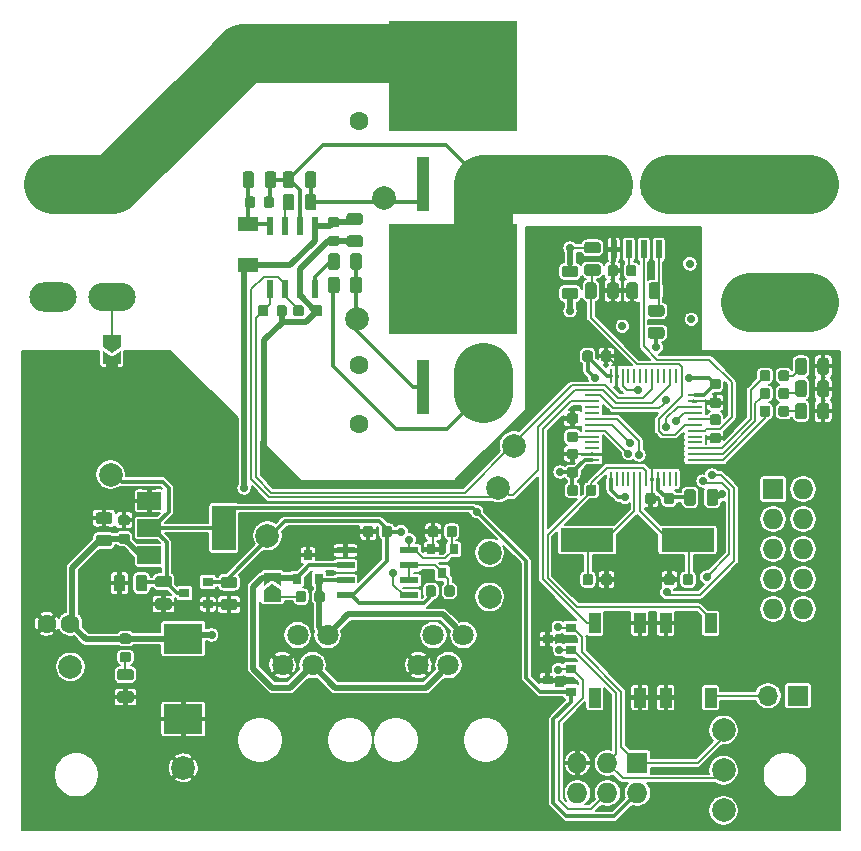
<source format=gtl>
G04 #@! TF.GenerationSoftware,KiCad,Pcbnew,5.1.5-52549c5~84~ubuntu18.04.1*
G04 #@! TF.CreationDate,2020-03-12T11:48:39+01:00*
G04 #@! TF.ProjectId,MotorDriver,4d6f746f-7244-4726-9976-65722e6b6963,rev?*
G04 #@! TF.SameCoordinates,Original*
G04 #@! TF.FileFunction,Copper,L1,Top*
G04 #@! TF.FilePolarity,Positive*
%FSLAX46Y46*%
G04 Gerber Fmt 4.6, Leading zero omitted, Abs format (unit mm)*
G04 Created by KiCad (PCBNEW 5.1.5-52549c5~84~ubuntu18.04.1) date 2020-03-12 11:48:39*
%MOMM*%
%LPD*%
G04 APERTURE LIST*
%ADD10R,1.300000X0.250000*%
%ADD11R,0.250000X1.300000*%
%ADD12C,1.600000*%
%ADD13O,4.000000X2.400000*%
%ADD14O,4.000000X2.500000*%
%ADD15C,1.800000*%
%ADD16R,4.500000X2.000000*%
%ADD17O,1.727200X1.727200*%
%ADD18R,1.727200X1.727200*%
%ADD19C,2.000000*%
%ADD20C,0.100000*%
%ADD21R,1.000000X1.700000*%
%ADD22O,1.700000X1.700000*%
%ADD23R,1.700000X1.700000*%
%ADD24R,1.700000X1.300000*%
%ADD25R,3.300000X2.500000*%
%ADD26R,0.600000X1.550000*%
%ADD27R,1.550000X0.600000*%
%ADD28R,2.000000X3.800000*%
%ADD29R,2.000000X1.500000*%
%ADD30R,0.800000X0.900000*%
%ADD31R,0.900000X0.800000*%
%ADD32R,10.800000X9.400000*%
%ADD33R,1.100000X4.600000*%
%ADD34C,0.700000*%
%ADD35C,5.000000*%
%ADD36C,0.200000*%
%ADD37C,0.500000*%
%ADD38C,0.300000*%
%ADD39C,1.000000*%
G04 APERTURE END LIST*
D10*
X148650000Y-108850000D03*
X148650000Y-108350000D03*
X148650000Y-107850000D03*
X148650000Y-107350000D03*
X148650000Y-106850000D03*
X148650000Y-106350000D03*
X148650000Y-105850000D03*
X148650000Y-105350000D03*
X148650000Y-104850000D03*
X148650000Y-104350000D03*
X148650000Y-103850000D03*
X148650000Y-103350000D03*
D11*
X150250000Y-101750000D03*
X150750000Y-101750000D03*
X151250000Y-101750000D03*
X151750000Y-101750000D03*
X152250000Y-101750000D03*
X152750000Y-101750000D03*
X153250000Y-101750000D03*
X153750000Y-101750000D03*
X154250000Y-101750000D03*
X154750000Y-101750000D03*
X155250000Y-101750000D03*
X155750000Y-101750000D03*
D10*
X157350000Y-103350000D03*
X157350000Y-103850000D03*
X157350000Y-104350000D03*
X157350000Y-104850000D03*
X157350000Y-105350000D03*
X157350000Y-105850000D03*
X157350000Y-106350000D03*
X157350000Y-106850000D03*
X157350000Y-107350000D03*
X157350000Y-107850000D03*
X157350000Y-108350000D03*
X157350000Y-108850000D03*
D11*
X155750000Y-110450000D03*
X155250000Y-110450000D03*
X154750000Y-110450000D03*
X154250000Y-110450000D03*
X153750000Y-110450000D03*
X153250000Y-110450000D03*
X152750000Y-110450000D03*
X152250000Y-110450000D03*
X151750000Y-110450000D03*
X151250000Y-110450000D03*
X150750000Y-110450000D03*
X150250000Y-110450000D03*
D12*
X102500000Y-122700000D03*
X104500000Y-122700000D03*
X128900000Y-105800000D03*
X128900000Y-100800000D03*
X128900000Y-80100000D03*
X128900000Y-75100000D03*
D13*
X162000000Y-85000000D03*
D14*
X167000000Y-85000000D03*
D13*
X162000000Y-95000000D03*
D14*
X167000000Y-95000000D03*
D13*
X108000000Y-85000000D03*
D14*
X103000000Y-85000000D03*
D13*
X108000000Y-95000000D03*
D14*
X103000000Y-95000000D03*
D15*
X122460000Y-126200000D03*
X123730000Y-123660000D03*
X126270000Y-123660000D03*
X125000000Y-126200000D03*
X133960000Y-126200000D03*
X135230000Y-123660000D03*
X137770000Y-123660000D03*
X136500000Y-126200000D03*
D16*
X148250000Y-115600000D03*
X156750000Y-115600000D03*
D17*
X147420000Y-137040000D03*
X147420000Y-134500000D03*
X149960000Y-137040000D03*
X149960000Y-134500000D03*
X152500000Y-137040000D03*
D18*
X152500000Y-134500000D03*
D19*
X114060000Y-134900000D03*
X159800000Y-131700000D03*
X142056400Y-107631600D03*
X128797600Y-96912800D03*
X159800000Y-138500000D03*
X159800000Y-135100000D03*
X104500000Y-126350000D03*
X140000000Y-116700000D03*
X107900000Y-110070000D03*
X121177600Y-115251600D03*
X140000000Y-120433200D03*
X131083600Y-86651200D03*
X140735600Y-111187600D03*
D18*
X164000000Y-111300000D03*
D17*
X166540000Y-111300000D03*
X164000000Y-113840000D03*
X166540000Y-113840000D03*
X164000000Y-116380000D03*
X166540000Y-116380000D03*
X164000000Y-118920000D03*
X166540000Y-118920000D03*
X164000000Y-121460000D03*
X166540000Y-121460000D03*
G04 #@! TA.AperFunction,SMDPad,CuDef*
D20*
G36*
X107250000Y-100725000D02*
G01*
X107250000Y-99575000D01*
X108000000Y-100075000D01*
X108750000Y-99575000D01*
X108750000Y-100725000D01*
X107250000Y-100725000D01*
G37*
G04 #@! TD.AperFunction*
G04 #@! TA.AperFunction,SMDPad,CuDef*
G36*
X108000000Y-99775000D02*
G01*
X107250000Y-99275000D01*
X107250000Y-98275000D01*
X108750000Y-98275000D01*
X108750000Y-99275000D01*
X108000000Y-99775000D01*
G37*
G04 #@! TD.AperFunction*
G04 #@! TA.AperFunction,SMDPad,CuDef*
G36*
X122627691Y-95726053D02*
G01*
X122648926Y-95729203D01*
X122669750Y-95734419D01*
X122689962Y-95741651D01*
X122709368Y-95750830D01*
X122727781Y-95761866D01*
X122745024Y-95774654D01*
X122760930Y-95789070D01*
X122775346Y-95804976D01*
X122788134Y-95822219D01*
X122799170Y-95840632D01*
X122808349Y-95860038D01*
X122815581Y-95880250D01*
X122820797Y-95901074D01*
X122823947Y-95922309D01*
X122825000Y-95943750D01*
X122825000Y-96456250D01*
X122823947Y-96477691D01*
X122820797Y-96498926D01*
X122815581Y-96519750D01*
X122808349Y-96539962D01*
X122799170Y-96559368D01*
X122788134Y-96577781D01*
X122775346Y-96595024D01*
X122760930Y-96610930D01*
X122745024Y-96625346D01*
X122727781Y-96638134D01*
X122709368Y-96649170D01*
X122689962Y-96658349D01*
X122669750Y-96665581D01*
X122648926Y-96670797D01*
X122627691Y-96673947D01*
X122606250Y-96675000D01*
X122168750Y-96675000D01*
X122147309Y-96673947D01*
X122126074Y-96670797D01*
X122105250Y-96665581D01*
X122085038Y-96658349D01*
X122065632Y-96649170D01*
X122047219Y-96638134D01*
X122029976Y-96625346D01*
X122014070Y-96610930D01*
X121999654Y-96595024D01*
X121986866Y-96577781D01*
X121975830Y-96559368D01*
X121966651Y-96539962D01*
X121959419Y-96519750D01*
X121954203Y-96498926D01*
X121951053Y-96477691D01*
X121950000Y-96456250D01*
X121950000Y-95943750D01*
X121951053Y-95922309D01*
X121954203Y-95901074D01*
X121959419Y-95880250D01*
X121966651Y-95860038D01*
X121975830Y-95840632D01*
X121986866Y-95822219D01*
X121999654Y-95804976D01*
X122014070Y-95789070D01*
X122029976Y-95774654D01*
X122047219Y-95761866D01*
X122065632Y-95750830D01*
X122085038Y-95741651D01*
X122105250Y-95734419D01*
X122126074Y-95729203D01*
X122147309Y-95726053D01*
X122168750Y-95725000D01*
X122606250Y-95725000D01*
X122627691Y-95726053D01*
G37*
G04 #@! TD.AperFunction*
G04 #@! TA.AperFunction,SMDPad,CuDef*
G36*
X121052691Y-95726053D02*
G01*
X121073926Y-95729203D01*
X121094750Y-95734419D01*
X121114962Y-95741651D01*
X121134368Y-95750830D01*
X121152781Y-95761866D01*
X121170024Y-95774654D01*
X121185930Y-95789070D01*
X121200346Y-95804976D01*
X121213134Y-95822219D01*
X121224170Y-95840632D01*
X121233349Y-95860038D01*
X121240581Y-95880250D01*
X121245797Y-95901074D01*
X121248947Y-95922309D01*
X121250000Y-95943750D01*
X121250000Y-96456250D01*
X121248947Y-96477691D01*
X121245797Y-96498926D01*
X121240581Y-96519750D01*
X121233349Y-96539962D01*
X121224170Y-96559368D01*
X121213134Y-96577781D01*
X121200346Y-96595024D01*
X121185930Y-96610930D01*
X121170024Y-96625346D01*
X121152781Y-96638134D01*
X121134368Y-96649170D01*
X121114962Y-96658349D01*
X121094750Y-96665581D01*
X121073926Y-96670797D01*
X121052691Y-96673947D01*
X121031250Y-96675000D01*
X120593750Y-96675000D01*
X120572309Y-96673947D01*
X120551074Y-96670797D01*
X120530250Y-96665581D01*
X120510038Y-96658349D01*
X120490632Y-96649170D01*
X120472219Y-96638134D01*
X120454976Y-96625346D01*
X120439070Y-96610930D01*
X120424654Y-96595024D01*
X120411866Y-96577781D01*
X120400830Y-96559368D01*
X120391651Y-96539962D01*
X120384419Y-96519750D01*
X120379203Y-96498926D01*
X120376053Y-96477691D01*
X120375000Y-96456250D01*
X120375000Y-95943750D01*
X120376053Y-95922309D01*
X120379203Y-95901074D01*
X120384419Y-95880250D01*
X120391651Y-95860038D01*
X120400830Y-95840632D01*
X120411866Y-95822219D01*
X120424654Y-95804976D01*
X120439070Y-95789070D01*
X120454976Y-95774654D01*
X120472219Y-95761866D01*
X120490632Y-95750830D01*
X120510038Y-95741651D01*
X120530250Y-95734419D01*
X120551074Y-95729203D01*
X120572309Y-95726053D01*
X120593750Y-95725000D01*
X121031250Y-95725000D01*
X121052691Y-95726053D01*
G37*
G04 #@! TD.AperFunction*
G04 #@! TA.AperFunction,SMDPad,CuDef*
G36*
X150127691Y-118486053D02*
G01*
X150148926Y-118489203D01*
X150169750Y-118494419D01*
X150189962Y-118501651D01*
X150209368Y-118510830D01*
X150227781Y-118521866D01*
X150245024Y-118534654D01*
X150260930Y-118549070D01*
X150275346Y-118564976D01*
X150288134Y-118582219D01*
X150299170Y-118600632D01*
X150308349Y-118620038D01*
X150315581Y-118640250D01*
X150320797Y-118661074D01*
X150323947Y-118682309D01*
X150325000Y-118703750D01*
X150325000Y-119216250D01*
X150323947Y-119237691D01*
X150320797Y-119258926D01*
X150315581Y-119279750D01*
X150308349Y-119299962D01*
X150299170Y-119319368D01*
X150288134Y-119337781D01*
X150275346Y-119355024D01*
X150260930Y-119370930D01*
X150245024Y-119385346D01*
X150227781Y-119398134D01*
X150209368Y-119409170D01*
X150189962Y-119418349D01*
X150169750Y-119425581D01*
X150148926Y-119430797D01*
X150127691Y-119433947D01*
X150106250Y-119435000D01*
X149668750Y-119435000D01*
X149647309Y-119433947D01*
X149626074Y-119430797D01*
X149605250Y-119425581D01*
X149585038Y-119418349D01*
X149565632Y-119409170D01*
X149547219Y-119398134D01*
X149529976Y-119385346D01*
X149514070Y-119370930D01*
X149499654Y-119355024D01*
X149486866Y-119337781D01*
X149475830Y-119319368D01*
X149466651Y-119299962D01*
X149459419Y-119279750D01*
X149454203Y-119258926D01*
X149451053Y-119237691D01*
X149450000Y-119216250D01*
X149450000Y-118703750D01*
X149451053Y-118682309D01*
X149454203Y-118661074D01*
X149459419Y-118640250D01*
X149466651Y-118620038D01*
X149475830Y-118600632D01*
X149486866Y-118582219D01*
X149499654Y-118564976D01*
X149514070Y-118549070D01*
X149529976Y-118534654D01*
X149547219Y-118521866D01*
X149565632Y-118510830D01*
X149585038Y-118501651D01*
X149605250Y-118494419D01*
X149626074Y-118489203D01*
X149647309Y-118486053D01*
X149668750Y-118485000D01*
X150106250Y-118485000D01*
X150127691Y-118486053D01*
G37*
G04 #@! TD.AperFunction*
G04 #@! TA.AperFunction,SMDPad,CuDef*
G36*
X148552691Y-118486053D02*
G01*
X148573926Y-118489203D01*
X148594750Y-118494419D01*
X148614962Y-118501651D01*
X148634368Y-118510830D01*
X148652781Y-118521866D01*
X148670024Y-118534654D01*
X148685930Y-118549070D01*
X148700346Y-118564976D01*
X148713134Y-118582219D01*
X148724170Y-118600632D01*
X148733349Y-118620038D01*
X148740581Y-118640250D01*
X148745797Y-118661074D01*
X148748947Y-118682309D01*
X148750000Y-118703750D01*
X148750000Y-119216250D01*
X148748947Y-119237691D01*
X148745797Y-119258926D01*
X148740581Y-119279750D01*
X148733349Y-119299962D01*
X148724170Y-119319368D01*
X148713134Y-119337781D01*
X148700346Y-119355024D01*
X148685930Y-119370930D01*
X148670024Y-119385346D01*
X148652781Y-119398134D01*
X148634368Y-119409170D01*
X148614962Y-119418349D01*
X148594750Y-119425581D01*
X148573926Y-119430797D01*
X148552691Y-119433947D01*
X148531250Y-119435000D01*
X148093750Y-119435000D01*
X148072309Y-119433947D01*
X148051074Y-119430797D01*
X148030250Y-119425581D01*
X148010038Y-119418349D01*
X147990632Y-119409170D01*
X147972219Y-119398134D01*
X147954976Y-119385346D01*
X147939070Y-119370930D01*
X147924654Y-119355024D01*
X147911866Y-119337781D01*
X147900830Y-119319368D01*
X147891651Y-119299962D01*
X147884419Y-119279750D01*
X147879203Y-119258926D01*
X147876053Y-119237691D01*
X147875000Y-119216250D01*
X147875000Y-118703750D01*
X147876053Y-118682309D01*
X147879203Y-118661074D01*
X147884419Y-118640250D01*
X147891651Y-118620038D01*
X147900830Y-118600632D01*
X147911866Y-118582219D01*
X147924654Y-118564976D01*
X147939070Y-118549070D01*
X147954976Y-118534654D01*
X147972219Y-118521866D01*
X147990632Y-118510830D01*
X148010038Y-118501651D01*
X148030250Y-118494419D01*
X148051074Y-118489203D01*
X148072309Y-118486053D01*
X148093750Y-118485000D01*
X148531250Y-118485000D01*
X148552691Y-118486053D01*
G37*
G04 #@! TD.AperFunction*
G04 #@! TA.AperFunction,SMDPad,CuDef*
G36*
X163552691Y-104226053D02*
G01*
X163573926Y-104229203D01*
X163594750Y-104234419D01*
X163614962Y-104241651D01*
X163634368Y-104250830D01*
X163652781Y-104261866D01*
X163670024Y-104274654D01*
X163685930Y-104289070D01*
X163700346Y-104304976D01*
X163713134Y-104322219D01*
X163724170Y-104340632D01*
X163733349Y-104360038D01*
X163740581Y-104380250D01*
X163745797Y-104401074D01*
X163748947Y-104422309D01*
X163750000Y-104443750D01*
X163750000Y-104956250D01*
X163748947Y-104977691D01*
X163745797Y-104998926D01*
X163740581Y-105019750D01*
X163733349Y-105039962D01*
X163724170Y-105059368D01*
X163713134Y-105077781D01*
X163700346Y-105095024D01*
X163685930Y-105110930D01*
X163670024Y-105125346D01*
X163652781Y-105138134D01*
X163634368Y-105149170D01*
X163614962Y-105158349D01*
X163594750Y-105165581D01*
X163573926Y-105170797D01*
X163552691Y-105173947D01*
X163531250Y-105175000D01*
X163093750Y-105175000D01*
X163072309Y-105173947D01*
X163051074Y-105170797D01*
X163030250Y-105165581D01*
X163010038Y-105158349D01*
X162990632Y-105149170D01*
X162972219Y-105138134D01*
X162954976Y-105125346D01*
X162939070Y-105110930D01*
X162924654Y-105095024D01*
X162911866Y-105077781D01*
X162900830Y-105059368D01*
X162891651Y-105039962D01*
X162884419Y-105019750D01*
X162879203Y-104998926D01*
X162876053Y-104977691D01*
X162875000Y-104956250D01*
X162875000Y-104443750D01*
X162876053Y-104422309D01*
X162879203Y-104401074D01*
X162884419Y-104380250D01*
X162891651Y-104360038D01*
X162900830Y-104340632D01*
X162911866Y-104322219D01*
X162924654Y-104304976D01*
X162939070Y-104289070D01*
X162954976Y-104274654D01*
X162972219Y-104261866D01*
X162990632Y-104250830D01*
X163010038Y-104241651D01*
X163030250Y-104234419D01*
X163051074Y-104229203D01*
X163072309Y-104226053D01*
X163093750Y-104225000D01*
X163531250Y-104225000D01*
X163552691Y-104226053D01*
G37*
G04 #@! TD.AperFunction*
G04 #@! TA.AperFunction,SMDPad,CuDef*
G36*
X165127691Y-104226053D02*
G01*
X165148926Y-104229203D01*
X165169750Y-104234419D01*
X165189962Y-104241651D01*
X165209368Y-104250830D01*
X165227781Y-104261866D01*
X165245024Y-104274654D01*
X165260930Y-104289070D01*
X165275346Y-104304976D01*
X165288134Y-104322219D01*
X165299170Y-104340632D01*
X165308349Y-104360038D01*
X165315581Y-104380250D01*
X165320797Y-104401074D01*
X165323947Y-104422309D01*
X165325000Y-104443750D01*
X165325000Y-104956250D01*
X165323947Y-104977691D01*
X165320797Y-104998926D01*
X165315581Y-105019750D01*
X165308349Y-105039962D01*
X165299170Y-105059368D01*
X165288134Y-105077781D01*
X165275346Y-105095024D01*
X165260930Y-105110930D01*
X165245024Y-105125346D01*
X165227781Y-105138134D01*
X165209368Y-105149170D01*
X165189962Y-105158349D01*
X165169750Y-105165581D01*
X165148926Y-105170797D01*
X165127691Y-105173947D01*
X165106250Y-105175000D01*
X164668750Y-105175000D01*
X164647309Y-105173947D01*
X164626074Y-105170797D01*
X164605250Y-105165581D01*
X164585038Y-105158349D01*
X164565632Y-105149170D01*
X164547219Y-105138134D01*
X164529976Y-105125346D01*
X164514070Y-105110930D01*
X164499654Y-105095024D01*
X164486866Y-105077781D01*
X164475830Y-105059368D01*
X164466651Y-105039962D01*
X164459419Y-105019750D01*
X164454203Y-104998926D01*
X164451053Y-104977691D01*
X164450000Y-104956250D01*
X164450000Y-104443750D01*
X164451053Y-104422309D01*
X164454203Y-104401074D01*
X164459419Y-104380250D01*
X164466651Y-104360038D01*
X164475830Y-104340632D01*
X164486866Y-104322219D01*
X164499654Y-104304976D01*
X164514070Y-104289070D01*
X164529976Y-104274654D01*
X164547219Y-104261866D01*
X164565632Y-104250830D01*
X164585038Y-104241651D01*
X164605250Y-104234419D01*
X164626074Y-104229203D01*
X164647309Y-104226053D01*
X164668750Y-104225000D01*
X165106250Y-104225000D01*
X165127691Y-104226053D01*
G37*
G04 #@! TD.AperFunction*
G04 #@! TA.AperFunction,SMDPad,CuDef*
G36*
X153852691Y-111626053D02*
G01*
X153873926Y-111629203D01*
X153894750Y-111634419D01*
X153914962Y-111641651D01*
X153934368Y-111650830D01*
X153952781Y-111661866D01*
X153970024Y-111674654D01*
X153985930Y-111689070D01*
X154000346Y-111704976D01*
X154013134Y-111722219D01*
X154024170Y-111740632D01*
X154033349Y-111760038D01*
X154040581Y-111780250D01*
X154045797Y-111801074D01*
X154048947Y-111822309D01*
X154050000Y-111843750D01*
X154050000Y-112356250D01*
X154048947Y-112377691D01*
X154045797Y-112398926D01*
X154040581Y-112419750D01*
X154033349Y-112439962D01*
X154024170Y-112459368D01*
X154013134Y-112477781D01*
X154000346Y-112495024D01*
X153985930Y-112510930D01*
X153970024Y-112525346D01*
X153952781Y-112538134D01*
X153934368Y-112549170D01*
X153914962Y-112558349D01*
X153894750Y-112565581D01*
X153873926Y-112570797D01*
X153852691Y-112573947D01*
X153831250Y-112575000D01*
X153393750Y-112575000D01*
X153372309Y-112573947D01*
X153351074Y-112570797D01*
X153330250Y-112565581D01*
X153310038Y-112558349D01*
X153290632Y-112549170D01*
X153272219Y-112538134D01*
X153254976Y-112525346D01*
X153239070Y-112510930D01*
X153224654Y-112495024D01*
X153211866Y-112477781D01*
X153200830Y-112459368D01*
X153191651Y-112439962D01*
X153184419Y-112419750D01*
X153179203Y-112398926D01*
X153176053Y-112377691D01*
X153175000Y-112356250D01*
X153175000Y-111843750D01*
X153176053Y-111822309D01*
X153179203Y-111801074D01*
X153184419Y-111780250D01*
X153191651Y-111760038D01*
X153200830Y-111740632D01*
X153211866Y-111722219D01*
X153224654Y-111704976D01*
X153239070Y-111689070D01*
X153254976Y-111674654D01*
X153272219Y-111661866D01*
X153290632Y-111650830D01*
X153310038Y-111641651D01*
X153330250Y-111634419D01*
X153351074Y-111629203D01*
X153372309Y-111626053D01*
X153393750Y-111625000D01*
X153831250Y-111625000D01*
X153852691Y-111626053D01*
G37*
G04 #@! TD.AperFunction*
G04 #@! TA.AperFunction,SMDPad,CuDef*
G36*
X155427691Y-111626053D02*
G01*
X155448926Y-111629203D01*
X155469750Y-111634419D01*
X155489962Y-111641651D01*
X155509368Y-111650830D01*
X155527781Y-111661866D01*
X155545024Y-111674654D01*
X155560930Y-111689070D01*
X155575346Y-111704976D01*
X155588134Y-111722219D01*
X155599170Y-111740632D01*
X155608349Y-111760038D01*
X155615581Y-111780250D01*
X155620797Y-111801074D01*
X155623947Y-111822309D01*
X155625000Y-111843750D01*
X155625000Y-112356250D01*
X155623947Y-112377691D01*
X155620797Y-112398926D01*
X155615581Y-112419750D01*
X155608349Y-112439962D01*
X155599170Y-112459368D01*
X155588134Y-112477781D01*
X155575346Y-112495024D01*
X155560930Y-112510930D01*
X155545024Y-112525346D01*
X155527781Y-112538134D01*
X155509368Y-112549170D01*
X155489962Y-112558349D01*
X155469750Y-112565581D01*
X155448926Y-112570797D01*
X155427691Y-112573947D01*
X155406250Y-112575000D01*
X154968750Y-112575000D01*
X154947309Y-112573947D01*
X154926074Y-112570797D01*
X154905250Y-112565581D01*
X154885038Y-112558349D01*
X154865632Y-112549170D01*
X154847219Y-112538134D01*
X154829976Y-112525346D01*
X154814070Y-112510930D01*
X154799654Y-112495024D01*
X154786866Y-112477781D01*
X154775830Y-112459368D01*
X154766651Y-112439962D01*
X154759419Y-112419750D01*
X154754203Y-112398926D01*
X154751053Y-112377691D01*
X154750000Y-112356250D01*
X154750000Y-111843750D01*
X154751053Y-111822309D01*
X154754203Y-111801074D01*
X154759419Y-111780250D01*
X154766651Y-111760038D01*
X154775830Y-111740632D01*
X154786866Y-111722219D01*
X154799654Y-111704976D01*
X154814070Y-111689070D01*
X154829976Y-111674654D01*
X154847219Y-111661866D01*
X154865632Y-111650830D01*
X154885038Y-111641651D01*
X154905250Y-111634419D01*
X154926074Y-111629203D01*
X154947309Y-111626053D01*
X154968750Y-111625000D01*
X155406250Y-111625000D01*
X155427691Y-111626053D01*
G37*
G04 #@! TD.AperFunction*
G04 #@! TA.AperFunction,SMDPad,CuDef*
G36*
X152330142Y-93801174D02*
G01*
X152353803Y-93804684D01*
X152377007Y-93810496D01*
X152399529Y-93818554D01*
X152421153Y-93828782D01*
X152441670Y-93841079D01*
X152460883Y-93855329D01*
X152478607Y-93871393D01*
X152494671Y-93889117D01*
X152508921Y-93908330D01*
X152521218Y-93928847D01*
X152531446Y-93950471D01*
X152539504Y-93972993D01*
X152545316Y-93996197D01*
X152548826Y-94019858D01*
X152550000Y-94043750D01*
X152550000Y-94956250D01*
X152548826Y-94980142D01*
X152545316Y-95003803D01*
X152539504Y-95027007D01*
X152531446Y-95049529D01*
X152521218Y-95071153D01*
X152508921Y-95091670D01*
X152494671Y-95110883D01*
X152478607Y-95128607D01*
X152460883Y-95144671D01*
X152441670Y-95158921D01*
X152421153Y-95171218D01*
X152399529Y-95181446D01*
X152377007Y-95189504D01*
X152353803Y-95195316D01*
X152330142Y-95198826D01*
X152306250Y-95200000D01*
X151818750Y-95200000D01*
X151794858Y-95198826D01*
X151771197Y-95195316D01*
X151747993Y-95189504D01*
X151725471Y-95181446D01*
X151703847Y-95171218D01*
X151683330Y-95158921D01*
X151664117Y-95144671D01*
X151646393Y-95128607D01*
X151630329Y-95110883D01*
X151616079Y-95091670D01*
X151603782Y-95071153D01*
X151593554Y-95049529D01*
X151585496Y-95027007D01*
X151579684Y-95003803D01*
X151576174Y-94980142D01*
X151575000Y-94956250D01*
X151575000Y-94043750D01*
X151576174Y-94019858D01*
X151579684Y-93996197D01*
X151585496Y-93972993D01*
X151593554Y-93950471D01*
X151603782Y-93928847D01*
X151616079Y-93908330D01*
X151630329Y-93889117D01*
X151646393Y-93871393D01*
X151664117Y-93855329D01*
X151683330Y-93841079D01*
X151703847Y-93828782D01*
X151725471Y-93818554D01*
X151747993Y-93810496D01*
X151771197Y-93804684D01*
X151794858Y-93801174D01*
X151818750Y-93800000D01*
X152306250Y-93800000D01*
X152330142Y-93801174D01*
G37*
G04 #@! TD.AperFunction*
G04 #@! TA.AperFunction,SMDPad,CuDef*
G36*
X154205142Y-93801174D02*
G01*
X154228803Y-93804684D01*
X154252007Y-93810496D01*
X154274529Y-93818554D01*
X154296153Y-93828782D01*
X154316670Y-93841079D01*
X154335883Y-93855329D01*
X154353607Y-93871393D01*
X154369671Y-93889117D01*
X154383921Y-93908330D01*
X154396218Y-93928847D01*
X154406446Y-93950471D01*
X154414504Y-93972993D01*
X154420316Y-93996197D01*
X154423826Y-94019858D01*
X154425000Y-94043750D01*
X154425000Y-94956250D01*
X154423826Y-94980142D01*
X154420316Y-95003803D01*
X154414504Y-95027007D01*
X154406446Y-95049529D01*
X154396218Y-95071153D01*
X154383921Y-95091670D01*
X154369671Y-95110883D01*
X154353607Y-95128607D01*
X154335883Y-95144671D01*
X154316670Y-95158921D01*
X154296153Y-95171218D01*
X154274529Y-95181446D01*
X154252007Y-95189504D01*
X154228803Y-95195316D01*
X154205142Y-95198826D01*
X154181250Y-95200000D01*
X153693750Y-95200000D01*
X153669858Y-95198826D01*
X153646197Y-95195316D01*
X153622993Y-95189504D01*
X153600471Y-95181446D01*
X153578847Y-95171218D01*
X153558330Y-95158921D01*
X153539117Y-95144671D01*
X153521393Y-95128607D01*
X153505329Y-95110883D01*
X153491079Y-95091670D01*
X153478782Y-95071153D01*
X153468554Y-95049529D01*
X153460496Y-95027007D01*
X153454684Y-95003803D01*
X153451174Y-94980142D01*
X153450000Y-94956250D01*
X153450000Y-94043750D01*
X153451174Y-94019858D01*
X153454684Y-93996197D01*
X153460496Y-93972993D01*
X153468554Y-93950471D01*
X153478782Y-93928847D01*
X153491079Y-93908330D01*
X153505329Y-93889117D01*
X153521393Y-93871393D01*
X153539117Y-93855329D01*
X153558330Y-93841079D01*
X153578847Y-93828782D01*
X153600471Y-93818554D01*
X153622993Y-93810496D01*
X153646197Y-93804684D01*
X153669858Y-93801174D01*
X153693750Y-93800000D01*
X154181250Y-93800000D01*
X154205142Y-93801174D01*
G37*
G04 #@! TD.AperFunction*
G04 #@! TA.AperFunction,SMDPad,CuDef*
G36*
X123230142Y-84401174D02*
G01*
X123253803Y-84404684D01*
X123277007Y-84410496D01*
X123299529Y-84418554D01*
X123321153Y-84428782D01*
X123341670Y-84441079D01*
X123360883Y-84455329D01*
X123378607Y-84471393D01*
X123394671Y-84489117D01*
X123408921Y-84508330D01*
X123421218Y-84528847D01*
X123431446Y-84550471D01*
X123439504Y-84572993D01*
X123445316Y-84596197D01*
X123448826Y-84619858D01*
X123450000Y-84643750D01*
X123450000Y-85556250D01*
X123448826Y-85580142D01*
X123445316Y-85603803D01*
X123439504Y-85627007D01*
X123431446Y-85649529D01*
X123421218Y-85671153D01*
X123408921Y-85691670D01*
X123394671Y-85710883D01*
X123378607Y-85728607D01*
X123360883Y-85744671D01*
X123341670Y-85758921D01*
X123321153Y-85771218D01*
X123299529Y-85781446D01*
X123277007Y-85789504D01*
X123253803Y-85795316D01*
X123230142Y-85798826D01*
X123206250Y-85800000D01*
X122718750Y-85800000D01*
X122694858Y-85798826D01*
X122671197Y-85795316D01*
X122647993Y-85789504D01*
X122625471Y-85781446D01*
X122603847Y-85771218D01*
X122583330Y-85758921D01*
X122564117Y-85744671D01*
X122546393Y-85728607D01*
X122530329Y-85710883D01*
X122516079Y-85691670D01*
X122503782Y-85671153D01*
X122493554Y-85649529D01*
X122485496Y-85627007D01*
X122479684Y-85603803D01*
X122476174Y-85580142D01*
X122475000Y-85556250D01*
X122475000Y-84643750D01*
X122476174Y-84619858D01*
X122479684Y-84596197D01*
X122485496Y-84572993D01*
X122493554Y-84550471D01*
X122503782Y-84528847D01*
X122516079Y-84508330D01*
X122530329Y-84489117D01*
X122546393Y-84471393D01*
X122564117Y-84455329D01*
X122583330Y-84441079D01*
X122603847Y-84428782D01*
X122625471Y-84418554D01*
X122647993Y-84410496D01*
X122671197Y-84404684D01*
X122694858Y-84401174D01*
X122718750Y-84400000D01*
X123206250Y-84400000D01*
X123230142Y-84401174D01*
G37*
G04 #@! TD.AperFunction*
G04 #@! TA.AperFunction,SMDPad,CuDef*
G36*
X125105142Y-84401174D02*
G01*
X125128803Y-84404684D01*
X125152007Y-84410496D01*
X125174529Y-84418554D01*
X125196153Y-84428782D01*
X125216670Y-84441079D01*
X125235883Y-84455329D01*
X125253607Y-84471393D01*
X125269671Y-84489117D01*
X125283921Y-84508330D01*
X125296218Y-84528847D01*
X125306446Y-84550471D01*
X125314504Y-84572993D01*
X125320316Y-84596197D01*
X125323826Y-84619858D01*
X125325000Y-84643750D01*
X125325000Y-85556250D01*
X125323826Y-85580142D01*
X125320316Y-85603803D01*
X125314504Y-85627007D01*
X125306446Y-85649529D01*
X125296218Y-85671153D01*
X125283921Y-85691670D01*
X125269671Y-85710883D01*
X125253607Y-85728607D01*
X125235883Y-85744671D01*
X125216670Y-85758921D01*
X125196153Y-85771218D01*
X125174529Y-85781446D01*
X125152007Y-85789504D01*
X125128803Y-85795316D01*
X125105142Y-85798826D01*
X125081250Y-85800000D01*
X124593750Y-85800000D01*
X124569858Y-85798826D01*
X124546197Y-85795316D01*
X124522993Y-85789504D01*
X124500471Y-85781446D01*
X124478847Y-85771218D01*
X124458330Y-85758921D01*
X124439117Y-85744671D01*
X124421393Y-85728607D01*
X124405329Y-85710883D01*
X124391079Y-85691670D01*
X124378782Y-85671153D01*
X124368554Y-85649529D01*
X124360496Y-85627007D01*
X124354684Y-85603803D01*
X124351174Y-85580142D01*
X124350000Y-85556250D01*
X124350000Y-84643750D01*
X124351174Y-84619858D01*
X124354684Y-84596197D01*
X124360496Y-84572993D01*
X124368554Y-84550471D01*
X124378782Y-84528847D01*
X124391079Y-84508330D01*
X124405329Y-84489117D01*
X124421393Y-84471393D01*
X124439117Y-84455329D01*
X124458330Y-84441079D01*
X124478847Y-84428782D01*
X124500471Y-84418554D01*
X124522993Y-84410496D01*
X124546197Y-84404684D01*
X124569858Y-84401174D01*
X124593750Y-84400000D01*
X125081250Y-84400000D01*
X125105142Y-84401174D01*
G37*
G04 #@! TD.AperFunction*
D21*
X152700000Y-122650000D03*
X152700000Y-128950000D03*
X148900000Y-122650000D03*
X148900000Y-128950000D03*
X158700000Y-122650000D03*
X158700000Y-128950000D03*
X154900000Y-122650000D03*
X154900000Y-128950000D03*
G04 #@! TA.AperFunction,SMDPad,CuDef*
D20*
G36*
X127068691Y-89847053D02*
G01*
X127089926Y-89850203D01*
X127110750Y-89855419D01*
X127130962Y-89862651D01*
X127150368Y-89871830D01*
X127168781Y-89882866D01*
X127186024Y-89895654D01*
X127201930Y-89910070D01*
X127216346Y-89925976D01*
X127229134Y-89943219D01*
X127240170Y-89961632D01*
X127249349Y-89981038D01*
X127256581Y-90001250D01*
X127261797Y-90022074D01*
X127264947Y-90043309D01*
X127266000Y-90064750D01*
X127266000Y-90502250D01*
X127264947Y-90523691D01*
X127261797Y-90544926D01*
X127256581Y-90565750D01*
X127249349Y-90585962D01*
X127240170Y-90605368D01*
X127229134Y-90623781D01*
X127216346Y-90641024D01*
X127201930Y-90656930D01*
X127186024Y-90671346D01*
X127168781Y-90684134D01*
X127150368Y-90695170D01*
X127130962Y-90704349D01*
X127110750Y-90711581D01*
X127089926Y-90716797D01*
X127068691Y-90719947D01*
X127047250Y-90721000D01*
X126534750Y-90721000D01*
X126513309Y-90719947D01*
X126492074Y-90716797D01*
X126471250Y-90711581D01*
X126451038Y-90704349D01*
X126431632Y-90695170D01*
X126413219Y-90684134D01*
X126395976Y-90671346D01*
X126380070Y-90656930D01*
X126365654Y-90641024D01*
X126352866Y-90623781D01*
X126341830Y-90605368D01*
X126332651Y-90585962D01*
X126325419Y-90565750D01*
X126320203Y-90544926D01*
X126317053Y-90523691D01*
X126316000Y-90502250D01*
X126316000Y-90064750D01*
X126317053Y-90043309D01*
X126320203Y-90022074D01*
X126325419Y-90001250D01*
X126332651Y-89981038D01*
X126341830Y-89961632D01*
X126352866Y-89943219D01*
X126365654Y-89925976D01*
X126380070Y-89910070D01*
X126395976Y-89895654D01*
X126413219Y-89882866D01*
X126431632Y-89871830D01*
X126451038Y-89862651D01*
X126471250Y-89855419D01*
X126492074Y-89850203D01*
X126513309Y-89847053D01*
X126534750Y-89846000D01*
X127047250Y-89846000D01*
X127068691Y-89847053D01*
G37*
G04 #@! TD.AperFunction*
G04 #@! TA.AperFunction,SMDPad,CuDef*
G36*
X127068691Y-88272053D02*
G01*
X127089926Y-88275203D01*
X127110750Y-88280419D01*
X127130962Y-88287651D01*
X127150368Y-88296830D01*
X127168781Y-88307866D01*
X127186024Y-88320654D01*
X127201930Y-88335070D01*
X127216346Y-88350976D01*
X127229134Y-88368219D01*
X127240170Y-88386632D01*
X127249349Y-88406038D01*
X127256581Y-88426250D01*
X127261797Y-88447074D01*
X127264947Y-88468309D01*
X127266000Y-88489750D01*
X127266000Y-88927250D01*
X127264947Y-88948691D01*
X127261797Y-88969926D01*
X127256581Y-88990750D01*
X127249349Y-89010962D01*
X127240170Y-89030368D01*
X127229134Y-89048781D01*
X127216346Y-89066024D01*
X127201930Y-89081930D01*
X127186024Y-89096346D01*
X127168781Y-89109134D01*
X127150368Y-89120170D01*
X127130962Y-89129349D01*
X127110750Y-89136581D01*
X127089926Y-89141797D01*
X127068691Y-89144947D01*
X127047250Y-89146000D01*
X126534750Y-89146000D01*
X126513309Y-89144947D01*
X126492074Y-89141797D01*
X126471250Y-89136581D01*
X126451038Y-89129349D01*
X126431632Y-89120170D01*
X126413219Y-89109134D01*
X126395976Y-89096346D01*
X126380070Y-89081930D01*
X126365654Y-89066024D01*
X126352866Y-89048781D01*
X126341830Y-89030368D01*
X126332651Y-89010962D01*
X126325419Y-88990750D01*
X126320203Y-88969926D01*
X126317053Y-88948691D01*
X126316000Y-88927250D01*
X126316000Y-88489750D01*
X126317053Y-88468309D01*
X126320203Y-88447074D01*
X126325419Y-88426250D01*
X126332651Y-88406038D01*
X126341830Y-88386632D01*
X126352866Y-88368219D01*
X126365654Y-88350976D01*
X126380070Y-88335070D01*
X126395976Y-88320654D01*
X126413219Y-88307866D01*
X126431632Y-88296830D01*
X126451038Y-88287651D01*
X126471250Y-88280419D01*
X126492074Y-88275203D01*
X126513309Y-88272053D01*
X126534750Y-88271000D01*
X127047250Y-88271000D01*
X127068691Y-88272053D01*
G37*
G04 #@! TD.AperFunction*
G04 #@! TA.AperFunction,SMDPad,CuDef*
G36*
X121527691Y-86526053D02*
G01*
X121548926Y-86529203D01*
X121569750Y-86534419D01*
X121589962Y-86541651D01*
X121609368Y-86550830D01*
X121627781Y-86561866D01*
X121645024Y-86574654D01*
X121660930Y-86589070D01*
X121675346Y-86604976D01*
X121688134Y-86622219D01*
X121699170Y-86640632D01*
X121708349Y-86660038D01*
X121715581Y-86680250D01*
X121720797Y-86701074D01*
X121723947Y-86722309D01*
X121725000Y-86743750D01*
X121725000Y-87256250D01*
X121723947Y-87277691D01*
X121720797Y-87298926D01*
X121715581Y-87319750D01*
X121708349Y-87339962D01*
X121699170Y-87359368D01*
X121688134Y-87377781D01*
X121675346Y-87395024D01*
X121660930Y-87410930D01*
X121645024Y-87425346D01*
X121627781Y-87438134D01*
X121609368Y-87449170D01*
X121589962Y-87458349D01*
X121569750Y-87465581D01*
X121548926Y-87470797D01*
X121527691Y-87473947D01*
X121506250Y-87475000D01*
X121068750Y-87475000D01*
X121047309Y-87473947D01*
X121026074Y-87470797D01*
X121005250Y-87465581D01*
X120985038Y-87458349D01*
X120965632Y-87449170D01*
X120947219Y-87438134D01*
X120929976Y-87425346D01*
X120914070Y-87410930D01*
X120899654Y-87395024D01*
X120886866Y-87377781D01*
X120875830Y-87359368D01*
X120866651Y-87339962D01*
X120859419Y-87319750D01*
X120854203Y-87298926D01*
X120851053Y-87277691D01*
X120850000Y-87256250D01*
X120850000Y-86743750D01*
X120851053Y-86722309D01*
X120854203Y-86701074D01*
X120859419Y-86680250D01*
X120866651Y-86660038D01*
X120875830Y-86640632D01*
X120886866Y-86622219D01*
X120899654Y-86604976D01*
X120914070Y-86589070D01*
X120929976Y-86574654D01*
X120947219Y-86561866D01*
X120965632Y-86550830D01*
X120985038Y-86541651D01*
X121005250Y-86534419D01*
X121026074Y-86529203D01*
X121047309Y-86526053D01*
X121068750Y-86525000D01*
X121506250Y-86525000D01*
X121527691Y-86526053D01*
G37*
G04 #@! TD.AperFunction*
G04 #@! TA.AperFunction,SMDPad,CuDef*
G36*
X119952691Y-86526053D02*
G01*
X119973926Y-86529203D01*
X119994750Y-86534419D01*
X120014962Y-86541651D01*
X120034368Y-86550830D01*
X120052781Y-86561866D01*
X120070024Y-86574654D01*
X120085930Y-86589070D01*
X120100346Y-86604976D01*
X120113134Y-86622219D01*
X120124170Y-86640632D01*
X120133349Y-86660038D01*
X120140581Y-86680250D01*
X120145797Y-86701074D01*
X120148947Y-86722309D01*
X120150000Y-86743750D01*
X120150000Y-87256250D01*
X120148947Y-87277691D01*
X120145797Y-87298926D01*
X120140581Y-87319750D01*
X120133349Y-87339962D01*
X120124170Y-87359368D01*
X120113134Y-87377781D01*
X120100346Y-87395024D01*
X120085930Y-87410930D01*
X120070024Y-87425346D01*
X120052781Y-87438134D01*
X120034368Y-87449170D01*
X120014962Y-87458349D01*
X119994750Y-87465581D01*
X119973926Y-87470797D01*
X119952691Y-87473947D01*
X119931250Y-87475000D01*
X119493750Y-87475000D01*
X119472309Y-87473947D01*
X119451074Y-87470797D01*
X119430250Y-87465581D01*
X119410038Y-87458349D01*
X119390632Y-87449170D01*
X119372219Y-87438134D01*
X119354976Y-87425346D01*
X119339070Y-87410930D01*
X119324654Y-87395024D01*
X119311866Y-87377781D01*
X119300830Y-87359368D01*
X119291651Y-87339962D01*
X119284419Y-87319750D01*
X119279203Y-87298926D01*
X119276053Y-87277691D01*
X119275000Y-87256250D01*
X119275000Y-86743750D01*
X119276053Y-86722309D01*
X119279203Y-86701074D01*
X119284419Y-86680250D01*
X119291651Y-86660038D01*
X119300830Y-86640632D01*
X119311866Y-86622219D01*
X119324654Y-86604976D01*
X119339070Y-86589070D01*
X119354976Y-86574654D01*
X119372219Y-86561866D01*
X119390632Y-86550830D01*
X119410038Y-86541651D01*
X119430250Y-86534419D01*
X119451074Y-86529203D01*
X119472309Y-86526053D01*
X119493750Y-86525000D01*
X119931250Y-86525000D01*
X119952691Y-86526053D01*
G37*
G04 #@! TD.AperFunction*
G04 #@! TA.AperFunction,SMDPad,CuDef*
G36*
X150652691Y-92326053D02*
G01*
X150673926Y-92329203D01*
X150694750Y-92334419D01*
X150714962Y-92341651D01*
X150734368Y-92350830D01*
X150752781Y-92361866D01*
X150770024Y-92374654D01*
X150785930Y-92389070D01*
X150800346Y-92404976D01*
X150813134Y-92422219D01*
X150824170Y-92440632D01*
X150833349Y-92460038D01*
X150840581Y-92480250D01*
X150845797Y-92501074D01*
X150848947Y-92522309D01*
X150850000Y-92543750D01*
X150850000Y-93056250D01*
X150848947Y-93077691D01*
X150845797Y-93098926D01*
X150840581Y-93119750D01*
X150833349Y-93139962D01*
X150824170Y-93159368D01*
X150813134Y-93177781D01*
X150800346Y-93195024D01*
X150785930Y-93210930D01*
X150770024Y-93225346D01*
X150752781Y-93238134D01*
X150734368Y-93249170D01*
X150714962Y-93258349D01*
X150694750Y-93265581D01*
X150673926Y-93270797D01*
X150652691Y-93273947D01*
X150631250Y-93275000D01*
X150193750Y-93275000D01*
X150172309Y-93273947D01*
X150151074Y-93270797D01*
X150130250Y-93265581D01*
X150110038Y-93258349D01*
X150090632Y-93249170D01*
X150072219Y-93238134D01*
X150054976Y-93225346D01*
X150039070Y-93210930D01*
X150024654Y-93195024D01*
X150011866Y-93177781D01*
X150000830Y-93159368D01*
X149991651Y-93139962D01*
X149984419Y-93119750D01*
X149979203Y-93098926D01*
X149976053Y-93077691D01*
X149975000Y-93056250D01*
X149975000Y-92543750D01*
X149976053Y-92522309D01*
X149979203Y-92501074D01*
X149984419Y-92480250D01*
X149991651Y-92460038D01*
X150000830Y-92440632D01*
X150011866Y-92422219D01*
X150024654Y-92404976D01*
X150039070Y-92389070D01*
X150054976Y-92374654D01*
X150072219Y-92361866D01*
X150090632Y-92350830D01*
X150110038Y-92341651D01*
X150130250Y-92334419D01*
X150151074Y-92329203D01*
X150172309Y-92326053D01*
X150193750Y-92325000D01*
X150631250Y-92325000D01*
X150652691Y-92326053D01*
G37*
G04 #@! TD.AperFunction*
G04 #@! TA.AperFunction,SMDPad,CuDef*
G36*
X152227691Y-92326053D02*
G01*
X152248926Y-92329203D01*
X152269750Y-92334419D01*
X152289962Y-92341651D01*
X152309368Y-92350830D01*
X152327781Y-92361866D01*
X152345024Y-92374654D01*
X152360930Y-92389070D01*
X152375346Y-92404976D01*
X152388134Y-92422219D01*
X152399170Y-92440632D01*
X152408349Y-92460038D01*
X152415581Y-92480250D01*
X152420797Y-92501074D01*
X152423947Y-92522309D01*
X152425000Y-92543750D01*
X152425000Y-93056250D01*
X152423947Y-93077691D01*
X152420797Y-93098926D01*
X152415581Y-93119750D01*
X152408349Y-93139962D01*
X152399170Y-93159368D01*
X152388134Y-93177781D01*
X152375346Y-93195024D01*
X152360930Y-93210930D01*
X152345024Y-93225346D01*
X152327781Y-93238134D01*
X152309368Y-93249170D01*
X152289962Y-93258349D01*
X152269750Y-93265581D01*
X152248926Y-93270797D01*
X152227691Y-93273947D01*
X152206250Y-93275000D01*
X151768750Y-93275000D01*
X151747309Y-93273947D01*
X151726074Y-93270797D01*
X151705250Y-93265581D01*
X151685038Y-93258349D01*
X151665632Y-93249170D01*
X151647219Y-93238134D01*
X151629976Y-93225346D01*
X151614070Y-93210930D01*
X151599654Y-93195024D01*
X151586866Y-93177781D01*
X151575830Y-93159368D01*
X151566651Y-93139962D01*
X151559419Y-93119750D01*
X151554203Y-93098926D01*
X151551053Y-93077691D01*
X151550000Y-93056250D01*
X151550000Y-92543750D01*
X151551053Y-92522309D01*
X151554203Y-92501074D01*
X151559419Y-92480250D01*
X151566651Y-92460038D01*
X151575830Y-92440632D01*
X151586866Y-92422219D01*
X151599654Y-92404976D01*
X151614070Y-92389070D01*
X151629976Y-92374654D01*
X151647219Y-92361866D01*
X151665632Y-92350830D01*
X151685038Y-92341651D01*
X151705250Y-92334419D01*
X151726074Y-92329203D01*
X151747309Y-92326053D01*
X151768750Y-92325000D01*
X152206250Y-92325000D01*
X152227691Y-92326053D01*
G37*
G04 #@! TD.AperFunction*
G04 #@! TA.AperFunction,SMDPad,CuDef*
G36*
X129952691Y-114426053D02*
G01*
X129973926Y-114429203D01*
X129994750Y-114434419D01*
X130014962Y-114441651D01*
X130034368Y-114450830D01*
X130052781Y-114461866D01*
X130070024Y-114474654D01*
X130085930Y-114489070D01*
X130100346Y-114504976D01*
X130113134Y-114522219D01*
X130124170Y-114540632D01*
X130133349Y-114560038D01*
X130140581Y-114580250D01*
X130145797Y-114601074D01*
X130148947Y-114622309D01*
X130150000Y-114643750D01*
X130150000Y-115156250D01*
X130148947Y-115177691D01*
X130145797Y-115198926D01*
X130140581Y-115219750D01*
X130133349Y-115239962D01*
X130124170Y-115259368D01*
X130113134Y-115277781D01*
X130100346Y-115295024D01*
X130085930Y-115310930D01*
X130070024Y-115325346D01*
X130052781Y-115338134D01*
X130034368Y-115349170D01*
X130014962Y-115358349D01*
X129994750Y-115365581D01*
X129973926Y-115370797D01*
X129952691Y-115373947D01*
X129931250Y-115375000D01*
X129493750Y-115375000D01*
X129472309Y-115373947D01*
X129451074Y-115370797D01*
X129430250Y-115365581D01*
X129410038Y-115358349D01*
X129390632Y-115349170D01*
X129372219Y-115338134D01*
X129354976Y-115325346D01*
X129339070Y-115310930D01*
X129324654Y-115295024D01*
X129311866Y-115277781D01*
X129300830Y-115259368D01*
X129291651Y-115239962D01*
X129284419Y-115219750D01*
X129279203Y-115198926D01*
X129276053Y-115177691D01*
X129275000Y-115156250D01*
X129275000Y-114643750D01*
X129276053Y-114622309D01*
X129279203Y-114601074D01*
X129284419Y-114580250D01*
X129291651Y-114560038D01*
X129300830Y-114540632D01*
X129311866Y-114522219D01*
X129324654Y-114504976D01*
X129339070Y-114489070D01*
X129354976Y-114474654D01*
X129372219Y-114461866D01*
X129390632Y-114450830D01*
X129410038Y-114441651D01*
X129430250Y-114434419D01*
X129451074Y-114429203D01*
X129472309Y-114426053D01*
X129493750Y-114425000D01*
X129931250Y-114425000D01*
X129952691Y-114426053D01*
G37*
G04 #@! TD.AperFunction*
G04 #@! TA.AperFunction,SMDPad,CuDef*
G36*
X131527691Y-114426053D02*
G01*
X131548926Y-114429203D01*
X131569750Y-114434419D01*
X131589962Y-114441651D01*
X131609368Y-114450830D01*
X131627781Y-114461866D01*
X131645024Y-114474654D01*
X131660930Y-114489070D01*
X131675346Y-114504976D01*
X131688134Y-114522219D01*
X131699170Y-114540632D01*
X131708349Y-114560038D01*
X131715581Y-114580250D01*
X131720797Y-114601074D01*
X131723947Y-114622309D01*
X131725000Y-114643750D01*
X131725000Y-115156250D01*
X131723947Y-115177691D01*
X131720797Y-115198926D01*
X131715581Y-115219750D01*
X131708349Y-115239962D01*
X131699170Y-115259368D01*
X131688134Y-115277781D01*
X131675346Y-115295024D01*
X131660930Y-115310930D01*
X131645024Y-115325346D01*
X131627781Y-115338134D01*
X131609368Y-115349170D01*
X131589962Y-115358349D01*
X131569750Y-115365581D01*
X131548926Y-115370797D01*
X131527691Y-115373947D01*
X131506250Y-115375000D01*
X131068750Y-115375000D01*
X131047309Y-115373947D01*
X131026074Y-115370797D01*
X131005250Y-115365581D01*
X130985038Y-115358349D01*
X130965632Y-115349170D01*
X130947219Y-115338134D01*
X130929976Y-115325346D01*
X130914070Y-115310930D01*
X130899654Y-115295024D01*
X130886866Y-115277781D01*
X130875830Y-115259368D01*
X130866651Y-115239962D01*
X130859419Y-115219750D01*
X130854203Y-115198926D01*
X130851053Y-115177691D01*
X130850000Y-115156250D01*
X130850000Y-114643750D01*
X130851053Y-114622309D01*
X130854203Y-114601074D01*
X130859419Y-114580250D01*
X130866651Y-114560038D01*
X130875830Y-114540632D01*
X130886866Y-114522219D01*
X130899654Y-114504976D01*
X130914070Y-114489070D01*
X130929976Y-114474654D01*
X130947219Y-114461866D01*
X130965632Y-114450830D01*
X130985038Y-114441651D01*
X131005250Y-114434419D01*
X131026074Y-114429203D01*
X131047309Y-114426053D01*
X131068750Y-114425000D01*
X131506250Y-114425000D01*
X131527691Y-114426053D01*
G37*
G04 #@! TD.AperFunction*
G04 #@! TA.AperFunction,SMDPad,CuDef*
G36*
X109315191Y-115063553D02*
G01*
X109336426Y-115066703D01*
X109357250Y-115071919D01*
X109377462Y-115079151D01*
X109396868Y-115088330D01*
X109415281Y-115099366D01*
X109432524Y-115112154D01*
X109448430Y-115126570D01*
X109462846Y-115142476D01*
X109475634Y-115159719D01*
X109486670Y-115178132D01*
X109495849Y-115197538D01*
X109503081Y-115217750D01*
X109508297Y-115238574D01*
X109511447Y-115259809D01*
X109512500Y-115281250D01*
X109512500Y-115718750D01*
X109511447Y-115740191D01*
X109508297Y-115761426D01*
X109503081Y-115782250D01*
X109495849Y-115802462D01*
X109486670Y-115821868D01*
X109475634Y-115840281D01*
X109462846Y-115857524D01*
X109448430Y-115873430D01*
X109432524Y-115887846D01*
X109415281Y-115900634D01*
X109396868Y-115911670D01*
X109377462Y-115920849D01*
X109357250Y-115928081D01*
X109336426Y-115933297D01*
X109315191Y-115936447D01*
X109293750Y-115937500D01*
X108781250Y-115937500D01*
X108759809Y-115936447D01*
X108738574Y-115933297D01*
X108717750Y-115928081D01*
X108697538Y-115920849D01*
X108678132Y-115911670D01*
X108659719Y-115900634D01*
X108642476Y-115887846D01*
X108626570Y-115873430D01*
X108612154Y-115857524D01*
X108599366Y-115840281D01*
X108588330Y-115821868D01*
X108579151Y-115802462D01*
X108571919Y-115782250D01*
X108566703Y-115761426D01*
X108563553Y-115740191D01*
X108562500Y-115718750D01*
X108562500Y-115281250D01*
X108563553Y-115259809D01*
X108566703Y-115238574D01*
X108571919Y-115217750D01*
X108579151Y-115197538D01*
X108588330Y-115178132D01*
X108599366Y-115159719D01*
X108612154Y-115142476D01*
X108626570Y-115126570D01*
X108642476Y-115112154D01*
X108659719Y-115099366D01*
X108678132Y-115088330D01*
X108697538Y-115079151D01*
X108717750Y-115071919D01*
X108738574Y-115066703D01*
X108759809Y-115063553D01*
X108781250Y-115062500D01*
X109293750Y-115062500D01*
X109315191Y-115063553D01*
G37*
G04 #@! TD.AperFunction*
G04 #@! TA.AperFunction,SMDPad,CuDef*
G36*
X109315191Y-113488553D02*
G01*
X109336426Y-113491703D01*
X109357250Y-113496919D01*
X109377462Y-113504151D01*
X109396868Y-113513330D01*
X109415281Y-113524366D01*
X109432524Y-113537154D01*
X109448430Y-113551570D01*
X109462846Y-113567476D01*
X109475634Y-113584719D01*
X109486670Y-113603132D01*
X109495849Y-113622538D01*
X109503081Y-113642750D01*
X109508297Y-113663574D01*
X109511447Y-113684809D01*
X109512500Y-113706250D01*
X109512500Y-114143750D01*
X109511447Y-114165191D01*
X109508297Y-114186426D01*
X109503081Y-114207250D01*
X109495849Y-114227462D01*
X109486670Y-114246868D01*
X109475634Y-114265281D01*
X109462846Y-114282524D01*
X109448430Y-114298430D01*
X109432524Y-114312846D01*
X109415281Y-114325634D01*
X109396868Y-114336670D01*
X109377462Y-114345849D01*
X109357250Y-114353081D01*
X109336426Y-114358297D01*
X109315191Y-114361447D01*
X109293750Y-114362500D01*
X108781250Y-114362500D01*
X108759809Y-114361447D01*
X108738574Y-114358297D01*
X108717750Y-114353081D01*
X108697538Y-114345849D01*
X108678132Y-114336670D01*
X108659719Y-114325634D01*
X108642476Y-114312846D01*
X108626570Y-114298430D01*
X108612154Y-114282524D01*
X108599366Y-114265281D01*
X108588330Y-114246868D01*
X108579151Y-114227462D01*
X108571919Y-114207250D01*
X108566703Y-114186426D01*
X108563553Y-114165191D01*
X108562500Y-114143750D01*
X108562500Y-113706250D01*
X108563553Y-113684809D01*
X108566703Y-113663574D01*
X108571919Y-113642750D01*
X108579151Y-113622538D01*
X108588330Y-113603132D01*
X108599366Y-113584719D01*
X108612154Y-113567476D01*
X108626570Y-113551570D01*
X108642476Y-113537154D01*
X108659719Y-113524366D01*
X108678132Y-113513330D01*
X108697538Y-113504151D01*
X108717750Y-113496919D01*
X108738574Y-113491703D01*
X108759809Y-113488553D01*
X108781250Y-113487500D01*
X109293750Y-113487500D01*
X109315191Y-113488553D01*
G37*
G04 #@! TD.AperFunction*
G04 #@! TA.AperFunction,SMDPad,CuDef*
G36*
X147277691Y-107876053D02*
G01*
X147298926Y-107879203D01*
X147319750Y-107884419D01*
X147339962Y-107891651D01*
X147359368Y-107900830D01*
X147377781Y-107911866D01*
X147395024Y-107924654D01*
X147410930Y-107939070D01*
X147425346Y-107954976D01*
X147438134Y-107972219D01*
X147449170Y-107990632D01*
X147458349Y-108010038D01*
X147465581Y-108030250D01*
X147470797Y-108051074D01*
X147473947Y-108072309D01*
X147475000Y-108093750D01*
X147475000Y-108531250D01*
X147473947Y-108552691D01*
X147470797Y-108573926D01*
X147465581Y-108594750D01*
X147458349Y-108614962D01*
X147449170Y-108634368D01*
X147438134Y-108652781D01*
X147425346Y-108670024D01*
X147410930Y-108685930D01*
X147395024Y-108700346D01*
X147377781Y-108713134D01*
X147359368Y-108724170D01*
X147339962Y-108733349D01*
X147319750Y-108740581D01*
X147298926Y-108745797D01*
X147277691Y-108748947D01*
X147256250Y-108750000D01*
X146743750Y-108750000D01*
X146722309Y-108748947D01*
X146701074Y-108745797D01*
X146680250Y-108740581D01*
X146660038Y-108733349D01*
X146640632Y-108724170D01*
X146622219Y-108713134D01*
X146604976Y-108700346D01*
X146589070Y-108685930D01*
X146574654Y-108670024D01*
X146561866Y-108652781D01*
X146550830Y-108634368D01*
X146541651Y-108614962D01*
X146534419Y-108594750D01*
X146529203Y-108573926D01*
X146526053Y-108552691D01*
X146525000Y-108531250D01*
X146525000Y-108093750D01*
X146526053Y-108072309D01*
X146529203Y-108051074D01*
X146534419Y-108030250D01*
X146541651Y-108010038D01*
X146550830Y-107990632D01*
X146561866Y-107972219D01*
X146574654Y-107954976D01*
X146589070Y-107939070D01*
X146604976Y-107924654D01*
X146622219Y-107911866D01*
X146640632Y-107900830D01*
X146660038Y-107891651D01*
X146680250Y-107884419D01*
X146701074Y-107879203D01*
X146722309Y-107876053D01*
X146743750Y-107875000D01*
X147256250Y-107875000D01*
X147277691Y-107876053D01*
G37*
G04 #@! TD.AperFunction*
G04 #@! TA.AperFunction,SMDPad,CuDef*
G36*
X147277691Y-109451053D02*
G01*
X147298926Y-109454203D01*
X147319750Y-109459419D01*
X147339962Y-109466651D01*
X147359368Y-109475830D01*
X147377781Y-109486866D01*
X147395024Y-109499654D01*
X147410930Y-109514070D01*
X147425346Y-109529976D01*
X147438134Y-109547219D01*
X147449170Y-109565632D01*
X147458349Y-109585038D01*
X147465581Y-109605250D01*
X147470797Y-109626074D01*
X147473947Y-109647309D01*
X147475000Y-109668750D01*
X147475000Y-110106250D01*
X147473947Y-110127691D01*
X147470797Y-110148926D01*
X147465581Y-110169750D01*
X147458349Y-110189962D01*
X147449170Y-110209368D01*
X147438134Y-110227781D01*
X147425346Y-110245024D01*
X147410930Y-110260930D01*
X147395024Y-110275346D01*
X147377781Y-110288134D01*
X147359368Y-110299170D01*
X147339962Y-110308349D01*
X147319750Y-110315581D01*
X147298926Y-110320797D01*
X147277691Y-110323947D01*
X147256250Y-110325000D01*
X146743750Y-110325000D01*
X146722309Y-110323947D01*
X146701074Y-110320797D01*
X146680250Y-110315581D01*
X146660038Y-110308349D01*
X146640632Y-110299170D01*
X146622219Y-110288134D01*
X146604976Y-110275346D01*
X146589070Y-110260930D01*
X146574654Y-110245024D01*
X146561866Y-110227781D01*
X146550830Y-110209368D01*
X146541651Y-110189962D01*
X146534419Y-110169750D01*
X146529203Y-110148926D01*
X146526053Y-110127691D01*
X146525000Y-110106250D01*
X146525000Y-109668750D01*
X146526053Y-109647309D01*
X146529203Y-109626074D01*
X146534419Y-109605250D01*
X146541651Y-109585038D01*
X146550830Y-109565632D01*
X146561866Y-109547219D01*
X146574654Y-109529976D01*
X146589070Y-109514070D01*
X146604976Y-109499654D01*
X146622219Y-109486866D01*
X146640632Y-109475830D01*
X146660038Y-109466651D01*
X146680250Y-109459419D01*
X146701074Y-109454203D01*
X146722309Y-109451053D01*
X146743750Y-109450000D01*
X147256250Y-109450000D01*
X147277691Y-109451053D01*
G37*
G04 #@! TD.AperFunction*
G04 #@! TA.AperFunction,SMDPad,CuDef*
G36*
X150107191Y-99563053D02*
G01*
X150128426Y-99566203D01*
X150149250Y-99571419D01*
X150169462Y-99578651D01*
X150188868Y-99587830D01*
X150207281Y-99598866D01*
X150224524Y-99611654D01*
X150240430Y-99626070D01*
X150254846Y-99641976D01*
X150267634Y-99659219D01*
X150278670Y-99677632D01*
X150287849Y-99697038D01*
X150295081Y-99717250D01*
X150300297Y-99738074D01*
X150303447Y-99759309D01*
X150304500Y-99780750D01*
X150304500Y-100293250D01*
X150303447Y-100314691D01*
X150300297Y-100335926D01*
X150295081Y-100356750D01*
X150287849Y-100376962D01*
X150278670Y-100396368D01*
X150267634Y-100414781D01*
X150254846Y-100432024D01*
X150240430Y-100447930D01*
X150224524Y-100462346D01*
X150207281Y-100475134D01*
X150188868Y-100486170D01*
X150169462Y-100495349D01*
X150149250Y-100502581D01*
X150128426Y-100507797D01*
X150107191Y-100510947D01*
X150085750Y-100512000D01*
X149648250Y-100512000D01*
X149626809Y-100510947D01*
X149605574Y-100507797D01*
X149584750Y-100502581D01*
X149564538Y-100495349D01*
X149545132Y-100486170D01*
X149526719Y-100475134D01*
X149509476Y-100462346D01*
X149493570Y-100447930D01*
X149479154Y-100432024D01*
X149466366Y-100414781D01*
X149455330Y-100396368D01*
X149446151Y-100376962D01*
X149438919Y-100356750D01*
X149433703Y-100335926D01*
X149430553Y-100314691D01*
X149429500Y-100293250D01*
X149429500Y-99780750D01*
X149430553Y-99759309D01*
X149433703Y-99738074D01*
X149438919Y-99717250D01*
X149446151Y-99697038D01*
X149455330Y-99677632D01*
X149466366Y-99659219D01*
X149479154Y-99641976D01*
X149493570Y-99626070D01*
X149509476Y-99611654D01*
X149526719Y-99598866D01*
X149545132Y-99587830D01*
X149564538Y-99578651D01*
X149584750Y-99571419D01*
X149605574Y-99566203D01*
X149626809Y-99563053D01*
X149648250Y-99562000D01*
X150085750Y-99562000D01*
X150107191Y-99563053D01*
G37*
G04 #@! TD.AperFunction*
G04 #@! TA.AperFunction,SMDPad,CuDef*
G36*
X148532191Y-99563053D02*
G01*
X148553426Y-99566203D01*
X148574250Y-99571419D01*
X148594462Y-99578651D01*
X148613868Y-99587830D01*
X148632281Y-99598866D01*
X148649524Y-99611654D01*
X148665430Y-99626070D01*
X148679846Y-99641976D01*
X148692634Y-99659219D01*
X148703670Y-99677632D01*
X148712849Y-99697038D01*
X148720081Y-99717250D01*
X148725297Y-99738074D01*
X148728447Y-99759309D01*
X148729500Y-99780750D01*
X148729500Y-100293250D01*
X148728447Y-100314691D01*
X148725297Y-100335926D01*
X148720081Y-100356750D01*
X148712849Y-100376962D01*
X148703670Y-100396368D01*
X148692634Y-100414781D01*
X148679846Y-100432024D01*
X148665430Y-100447930D01*
X148649524Y-100462346D01*
X148632281Y-100475134D01*
X148613868Y-100486170D01*
X148594462Y-100495349D01*
X148574250Y-100502581D01*
X148553426Y-100507797D01*
X148532191Y-100510947D01*
X148510750Y-100512000D01*
X148073250Y-100512000D01*
X148051809Y-100510947D01*
X148030574Y-100507797D01*
X148009750Y-100502581D01*
X147989538Y-100495349D01*
X147970132Y-100486170D01*
X147951719Y-100475134D01*
X147934476Y-100462346D01*
X147918570Y-100447930D01*
X147904154Y-100432024D01*
X147891366Y-100414781D01*
X147880330Y-100396368D01*
X147871151Y-100376962D01*
X147863919Y-100356750D01*
X147858703Y-100335926D01*
X147855553Y-100314691D01*
X147854500Y-100293250D01*
X147854500Y-99780750D01*
X147855553Y-99759309D01*
X147858703Y-99738074D01*
X147863919Y-99717250D01*
X147871151Y-99697038D01*
X147880330Y-99677632D01*
X147891366Y-99659219D01*
X147904154Y-99641976D01*
X147918570Y-99626070D01*
X147934476Y-99611654D01*
X147951719Y-99598866D01*
X147970132Y-99587830D01*
X147989538Y-99578651D01*
X148009750Y-99571419D01*
X148030574Y-99566203D01*
X148051809Y-99563053D01*
X148073250Y-99562000D01*
X148510750Y-99562000D01*
X148532191Y-99563053D01*
G37*
G04 #@! TD.AperFunction*
G04 #@! TA.AperFunction,SMDPad,CuDef*
G36*
X159377691Y-103551053D02*
G01*
X159398926Y-103554203D01*
X159419750Y-103559419D01*
X159439962Y-103566651D01*
X159459368Y-103575830D01*
X159477781Y-103586866D01*
X159495024Y-103599654D01*
X159510930Y-103614070D01*
X159525346Y-103629976D01*
X159538134Y-103647219D01*
X159549170Y-103665632D01*
X159558349Y-103685038D01*
X159565581Y-103705250D01*
X159570797Y-103726074D01*
X159573947Y-103747309D01*
X159575000Y-103768750D01*
X159575000Y-104206250D01*
X159573947Y-104227691D01*
X159570797Y-104248926D01*
X159565581Y-104269750D01*
X159558349Y-104289962D01*
X159549170Y-104309368D01*
X159538134Y-104327781D01*
X159525346Y-104345024D01*
X159510930Y-104360930D01*
X159495024Y-104375346D01*
X159477781Y-104388134D01*
X159459368Y-104399170D01*
X159439962Y-104408349D01*
X159419750Y-104415581D01*
X159398926Y-104420797D01*
X159377691Y-104423947D01*
X159356250Y-104425000D01*
X158843750Y-104425000D01*
X158822309Y-104423947D01*
X158801074Y-104420797D01*
X158780250Y-104415581D01*
X158760038Y-104408349D01*
X158740632Y-104399170D01*
X158722219Y-104388134D01*
X158704976Y-104375346D01*
X158689070Y-104360930D01*
X158674654Y-104345024D01*
X158661866Y-104327781D01*
X158650830Y-104309368D01*
X158641651Y-104289962D01*
X158634419Y-104269750D01*
X158629203Y-104248926D01*
X158626053Y-104227691D01*
X158625000Y-104206250D01*
X158625000Y-103768750D01*
X158626053Y-103747309D01*
X158629203Y-103726074D01*
X158634419Y-103705250D01*
X158641651Y-103685038D01*
X158650830Y-103665632D01*
X158661866Y-103647219D01*
X158674654Y-103629976D01*
X158689070Y-103614070D01*
X158704976Y-103599654D01*
X158722219Y-103586866D01*
X158740632Y-103575830D01*
X158760038Y-103566651D01*
X158780250Y-103559419D01*
X158801074Y-103554203D01*
X158822309Y-103551053D01*
X158843750Y-103550000D01*
X159356250Y-103550000D01*
X159377691Y-103551053D01*
G37*
G04 #@! TD.AperFunction*
G04 #@! TA.AperFunction,SMDPad,CuDef*
G36*
X159377691Y-101976053D02*
G01*
X159398926Y-101979203D01*
X159419750Y-101984419D01*
X159439962Y-101991651D01*
X159459368Y-102000830D01*
X159477781Y-102011866D01*
X159495024Y-102024654D01*
X159510930Y-102039070D01*
X159525346Y-102054976D01*
X159538134Y-102072219D01*
X159549170Y-102090632D01*
X159558349Y-102110038D01*
X159565581Y-102130250D01*
X159570797Y-102151074D01*
X159573947Y-102172309D01*
X159575000Y-102193750D01*
X159575000Y-102631250D01*
X159573947Y-102652691D01*
X159570797Y-102673926D01*
X159565581Y-102694750D01*
X159558349Y-102714962D01*
X159549170Y-102734368D01*
X159538134Y-102752781D01*
X159525346Y-102770024D01*
X159510930Y-102785930D01*
X159495024Y-102800346D01*
X159477781Y-102813134D01*
X159459368Y-102824170D01*
X159439962Y-102833349D01*
X159419750Y-102840581D01*
X159398926Y-102845797D01*
X159377691Y-102848947D01*
X159356250Y-102850000D01*
X158843750Y-102850000D01*
X158822309Y-102848947D01*
X158801074Y-102845797D01*
X158780250Y-102840581D01*
X158760038Y-102833349D01*
X158740632Y-102824170D01*
X158722219Y-102813134D01*
X158704976Y-102800346D01*
X158689070Y-102785930D01*
X158674654Y-102770024D01*
X158661866Y-102752781D01*
X158650830Y-102734368D01*
X158641651Y-102714962D01*
X158634419Y-102694750D01*
X158629203Y-102673926D01*
X158626053Y-102652691D01*
X158625000Y-102631250D01*
X158625000Y-102193750D01*
X158626053Y-102172309D01*
X158629203Y-102151074D01*
X158634419Y-102130250D01*
X158641651Y-102110038D01*
X158650830Y-102090632D01*
X158661866Y-102072219D01*
X158674654Y-102054976D01*
X158689070Y-102039070D01*
X158704976Y-102024654D01*
X158722219Y-102011866D01*
X158740632Y-102000830D01*
X158760038Y-101991651D01*
X158780250Y-101984419D01*
X158801074Y-101979203D01*
X158822309Y-101976053D01*
X158843750Y-101975000D01*
X159356250Y-101975000D01*
X159377691Y-101976053D01*
G37*
G04 #@! TD.AperFunction*
G04 #@! TA.AperFunction,SMDPad,CuDef*
G36*
X155453691Y-118486053D02*
G01*
X155474926Y-118489203D01*
X155495750Y-118494419D01*
X155515962Y-118501651D01*
X155535368Y-118510830D01*
X155553781Y-118521866D01*
X155571024Y-118534654D01*
X155586930Y-118549070D01*
X155601346Y-118564976D01*
X155614134Y-118582219D01*
X155625170Y-118600632D01*
X155634349Y-118620038D01*
X155641581Y-118640250D01*
X155646797Y-118661074D01*
X155649947Y-118682309D01*
X155651000Y-118703750D01*
X155651000Y-119216250D01*
X155649947Y-119237691D01*
X155646797Y-119258926D01*
X155641581Y-119279750D01*
X155634349Y-119299962D01*
X155625170Y-119319368D01*
X155614134Y-119337781D01*
X155601346Y-119355024D01*
X155586930Y-119370930D01*
X155571024Y-119385346D01*
X155553781Y-119398134D01*
X155535368Y-119409170D01*
X155515962Y-119418349D01*
X155495750Y-119425581D01*
X155474926Y-119430797D01*
X155453691Y-119433947D01*
X155432250Y-119435000D01*
X154994750Y-119435000D01*
X154973309Y-119433947D01*
X154952074Y-119430797D01*
X154931250Y-119425581D01*
X154911038Y-119418349D01*
X154891632Y-119409170D01*
X154873219Y-119398134D01*
X154855976Y-119385346D01*
X154840070Y-119370930D01*
X154825654Y-119355024D01*
X154812866Y-119337781D01*
X154801830Y-119319368D01*
X154792651Y-119299962D01*
X154785419Y-119279750D01*
X154780203Y-119258926D01*
X154777053Y-119237691D01*
X154776000Y-119216250D01*
X154776000Y-118703750D01*
X154777053Y-118682309D01*
X154780203Y-118661074D01*
X154785419Y-118640250D01*
X154792651Y-118620038D01*
X154801830Y-118600632D01*
X154812866Y-118582219D01*
X154825654Y-118564976D01*
X154840070Y-118549070D01*
X154855976Y-118534654D01*
X154873219Y-118521866D01*
X154891632Y-118510830D01*
X154911038Y-118501651D01*
X154931250Y-118494419D01*
X154952074Y-118489203D01*
X154973309Y-118486053D01*
X154994750Y-118485000D01*
X155432250Y-118485000D01*
X155453691Y-118486053D01*
G37*
G04 #@! TD.AperFunction*
G04 #@! TA.AperFunction,SMDPad,CuDef*
G36*
X157028691Y-118486053D02*
G01*
X157049926Y-118489203D01*
X157070750Y-118494419D01*
X157090962Y-118501651D01*
X157110368Y-118510830D01*
X157128781Y-118521866D01*
X157146024Y-118534654D01*
X157161930Y-118549070D01*
X157176346Y-118564976D01*
X157189134Y-118582219D01*
X157200170Y-118600632D01*
X157209349Y-118620038D01*
X157216581Y-118640250D01*
X157221797Y-118661074D01*
X157224947Y-118682309D01*
X157226000Y-118703750D01*
X157226000Y-119216250D01*
X157224947Y-119237691D01*
X157221797Y-119258926D01*
X157216581Y-119279750D01*
X157209349Y-119299962D01*
X157200170Y-119319368D01*
X157189134Y-119337781D01*
X157176346Y-119355024D01*
X157161930Y-119370930D01*
X157146024Y-119385346D01*
X157128781Y-119398134D01*
X157110368Y-119409170D01*
X157090962Y-119418349D01*
X157070750Y-119425581D01*
X157049926Y-119430797D01*
X157028691Y-119433947D01*
X157007250Y-119435000D01*
X156569750Y-119435000D01*
X156548309Y-119433947D01*
X156527074Y-119430797D01*
X156506250Y-119425581D01*
X156486038Y-119418349D01*
X156466632Y-119409170D01*
X156448219Y-119398134D01*
X156430976Y-119385346D01*
X156415070Y-119370930D01*
X156400654Y-119355024D01*
X156387866Y-119337781D01*
X156376830Y-119319368D01*
X156367651Y-119299962D01*
X156360419Y-119279750D01*
X156355203Y-119258926D01*
X156352053Y-119237691D01*
X156351000Y-119216250D01*
X156351000Y-118703750D01*
X156352053Y-118682309D01*
X156355203Y-118661074D01*
X156360419Y-118640250D01*
X156367651Y-118620038D01*
X156376830Y-118600632D01*
X156387866Y-118582219D01*
X156400654Y-118564976D01*
X156415070Y-118549070D01*
X156430976Y-118534654D01*
X156448219Y-118521866D01*
X156466632Y-118510830D01*
X156486038Y-118501651D01*
X156506250Y-118494419D01*
X156527074Y-118489203D01*
X156548309Y-118486053D01*
X156569750Y-118485000D01*
X157007250Y-118485000D01*
X157028691Y-118486053D01*
G37*
G04 #@! TD.AperFunction*
G04 #@! TA.AperFunction,SMDPad,CuDef*
G36*
X110800342Y-118565974D02*
G01*
X110824003Y-118569484D01*
X110847207Y-118575296D01*
X110869729Y-118583354D01*
X110891353Y-118593582D01*
X110911870Y-118605879D01*
X110931083Y-118620129D01*
X110948807Y-118636193D01*
X110964871Y-118653917D01*
X110979121Y-118673130D01*
X110991418Y-118693647D01*
X111001646Y-118715271D01*
X111009704Y-118737793D01*
X111015516Y-118760997D01*
X111019026Y-118784658D01*
X111020200Y-118808550D01*
X111020200Y-119721050D01*
X111019026Y-119744942D01*
X111015516Y-119768603D01*
X111009704Y-119791807D01*
X111001646Y-119814329D01*
X110991418Y-119835953D01*
X110979121Y-119856470D01*
X110964871Y-119875683D01*
X110948807Y-119893407D01*
X110931083Y-119909471D01*
X110911870Y-119923721D01*
X110891353Y-119936018D01*
X110869729Y-119946246D01*
X110847207Y-119954304D01*
X110824003Y-119960116D01*
X110800342Y-119963626D01*
X110776450Y-119964800D01*
X110288950Y-119964800D01*
X110265058Y-119963626D01*
X110241397Y-119960116D01*
X110218193Y-119954304D01*
X110195671Y-119946246D01*
X110174047Y-119936018D01*
X110153530Y-119923721D01*
X110134317Y-119909471D01*
X110116593Y-119893407D01*
X110100529Y-119875683D01*
X110086279Y-119856470D01*
X110073982Y-119835953D01*
X110063754Y-119814329D01*
X110055696Y-119791807D01*
X110049884Y-119768603D01*
X110046374Y-119744942D01*
X110045200Y-119721050D01*
X110045200Y-118808550D01*
X110046374Y-118784658D01*
X110049884Y-118760997D01*
X110055696Y-118737793D01*
X110063754Y-118715271D01*
X110073982Y-118693647D01*
X110086279Y-118673130D01*
X110100529Y-118653917D01*
X110116593Y-118636193D01*
X110134317Y-118620129D01*
X110153530Y-118605879D01*
X110174047Y-118593582D01*
X110195671Y-118583354D01*
X110218193Y-118575296D01*
X110241397Y-118569484D01*
X110265058Y-118565974D01*
X110288950Y-118564800D01*
X110776450Y-118564800D01*
X110800342Y-118565974D01*
G37*
G04 #@! TD.AperFunction*
G04 #@! TA.AperFunction,SMDPad,CuDef*
G36*
X108925342Y-118565974D02*
G01*
X108949003Y-118569484D01*
X108972207Y-118575296D01*
X108994729Y-118583354D01*
X109016353Y-118593582D01*
X109036870Y-118605879D01*
X109056083Y-118620129D01*
X109073807Y-118636193D01*
X109089871Y-118653917D01*
X109104121Y-118673130D01*
X109116418Y-118693647D01*
X109126646Y-118715271D01*
X109134704Y-118737793D01*
X109140516Y-118760997D01*
X109144026Y-118784658D01*
X109145200Y-118808550D01*
X109145200Y-119721050D01*
X109144026Y-119744942D01*
X109140516Y-119768603D01*
X109134704Y-119791807D01*
X109126646Y-119814329D01*
X109116418Y-119835953D01*
X109104121Y-119856470D01*
X109089871Y-119875683D01*
X109073807Y-119893407D01*
X109056083Y-119909471D01*
X109036870Y-119923721D01*
X109016353Y-119936018D01*
X108994729Y-119946246D01*
X108972207Y-119954304D01*
X108949003Y-119960116D01*
X108925342Y-119963626D01*
X108901450Y-119964800D01*
X108413950Y-119964800D01*
X108390058Y-119963626D01*
X108366397Y-119960116D01*
X108343193Y-119954304D01*
X108320671Y-119946246D01*
X108299047Y-119936018D01*
X108278530Y-119923721D01*
X108259317Y-119909471D01*
X108241593Y-119893407D01*
X108225529Y-119875683D01*
X108211279Y-119856470D01*
X108198982Y-119835953D01*
X108188754Y-119814329D01*
X108180696Y-119791807D01*
X108174884Y-119768603D01*
X108171374Y-119744942D01*
X108170200Y-119721050D01*
X108170200Y-118808550D01*
X108171374Y-118784658D01*
X108174884Y-118760997D01*
X108180696Y-118737793D01*
X108188754Y-118715271D01*
X108198982Y-118693647D01*
X108211279Y-118673130D01*
X108225529Y-118653917D01*
X108241593Y-118636193D01*
X108259317Y-118620129D01*
X108278530Y-118605879D01*
X108299047Y-118593582D01*
X108320671Y-118583354D01*
X108343193Y-118575296D01*
X108366397Y-118569484D01*
X108390058Y-118565974D01*
X108413950Y-118564800D01*
X108901450Y-118564800D01*
X108925342Y-118565974D01*
G37*
G04 #@! TD.AperFunction*
G04 #@! TA.AperFunction,SMDPad,CuDef*
G36*
X147280142Y-94251174D02*
G01*
X147303803Y-94254684D01*
X147327007Y-94260496D01*
X147349529Y-94268554D01*
X147371153Y-94278782D01*
X147391670Y-94291079D01*
X147410883Y-94305329D01*
X147428607Y-94321393D01*
X147444671Y-94339117D01*
X147458921Y-94358330D01*
X147471218Y-94378847D01*
X147481446Y-94400471D01*
X147489504Y-94422993D01*
X147495316Y-94446197D01*
X147498826Y-94469858D01*
X147500000Y-94493750D01*
X147500000Y-94981250D01*
X147498826Y-95005142D01*
X147495316Y-95028803D01*
X147489504Y-95052007D01*
X147481446Y-95074529D01*
X147471218Y-95096153D01*
X147458921Y-95116670D01*
X147444671Y-95135883D01*
X147428607Y-95153607D01*
X147410883Y-95169671D01*
X147391670Y-95183921D01*
X147371153Y-95196218D01*
X147349529Y-95206446D01*
X147327007Y-95214504D01*
X147303803Y-95220316D01*
X147280142Y-95223826D01*
X147256250Y-95225000D01*
X146343750Y-95225000D01*
X146319858Y-95223826D01*
X146296197Y-95220316D01*
X146272993Y-95214504D01*
X146250471Y-95206446D01*
X146228847Y-95196218D01*
X146208330Y-95183921D01*
X146189117Y-95169671D01*
X146171393Y-95153607D01*
X146155329Y-95135883D01*
X146141079Y-95116670D01*
X146128782Y-95096153D01*
X146118554Y-95074529D01*
X146110496Y-95052007D01*
X146104684Y-95028803D01*
X146101174Y-95005142D01*
X146100000Y-94981250D01*
X146100000Y-94493750D01*
X146101174Y-94469858D01*
X146104684Y-94446197D01*
X146110496Y-94422993D01*
X146118554Y-94400471D01*
X146128782Y-94378847D01*
X146141079Y-94358330D01*
X146155329Y-94339117D01*
X146171393Y-94321393D01*
X146189117Y-94305329D01*
X146208330Y-94291079D01*
X146228847Y-94278782D01*
X146250471Y-94268554D01*
X146272993Y-94260496D01*
X146296197Y-94254684D01*
X146319858Y-94251174D01*
X146343750Y-94250000D01*
X147256250Y-94250000D01*
X147280142Y-94251174D01*
G37*
G04 #@! TD.AperFunction*
G04 #@! TA.AperFunction,SMDPad,CuDef*
G36*
X147280142Y-92376174D02*
G01*
X147303803Y-92379684D01*
X147327007Y-92385496D01*
X147349529Y-92393554D01*
X147371153Y-92403782D01*
X147391670Y-92416079D01*
X147410883Y-92430329D01*
X147428607Y-92446393D01*
X147444671Y-92464117D01*
X147458921Y-92483330D01*
X147471218Y-92503847D01*
X147481446Y-92525471D01*
X147489504Y-92547993D01*
X147495316Y-92571197D01*
X147498826Y-92594858D01*
X147500000Y-92618750D01*
X147500000Y-93106250D01*
X147498826Y-93130142D01*
X147495316Y-93153803D01*
X147489504Y-93177007D01*
X147481446Y-93199529D01*
X147471218Y-93221153D01*
X147458921Y-93241670D01*
X147444671Y-93260883D01*
X147428607Y-93278607D01*
X147410883Y-93294671D01*
X147391670Y-93308921D01*
X147371153Y-93321218D01*
X147349529Y-93331446D01*
X147327007Y-93339504D01*
X147303803Y-93345316D01*
X147280142Y-93348826D01*
X147256250Y-93350000D01*
X146343750Y-93350000D01*
X146319858Y-93348826D01*
X146296197Y-93345316D01*
X146272993Y-93339504D01*
X146250471Y-93331446D01*
X146228847Y-93321218D01*
X146208330Y-93308921D01*
X146189117Y-93294671D01*
X146171393Y-93278607D01*
X146155329Y-93260883D01*
X146141079Y-93241670D01*
X146128782Y-93221153D01*
X146118554Y-93199529D01*
X146110496Y-93177007D01*
X146104684Y-93153803D01*
X146101174Y-93130142D01*
X146100000Y-93106250D01*
X146100000Y-92618750D01*
X146101174Y-92594858D01*
X146104684Y-92571197D01*
X146110496Y-92547993D01*
X146118554Y-92525471D01*
X146128782Y-92503847D01*
X146141079Y-92483330D01*
X146155329Y-92464117D01*
X146171393Y-92446393D01*
X146189117Y-92430329D01*
X146208330Y-92416079D01*
X146228847Y-92403782D01*
X146250471Y-92393554D01*
X146272993Y-92385496D01*
X146296197Y-92379684D01*
X146319858Y-92376174D01*
X146343750Y-92375000D01*
X147256250Y-92375000D01*
X147280142Y-92376174D01*
G37*
G04 #@! TD.AperFunction*
G04 #@! TA.AperFunction,SMDPad,CuDef*
G36*
X107817642Y-115151174D02*
G01*
X107841303Y-115154684D01*
X107864507Y-115160496D01*
X107887029Y-115168554D01*
X107908653Y-115178782D01*
X107929170Y-115191079D01*
X107948383Y-115205329D01*
X107966107Y-115221393D01*
X107982171Y-115239117D01*
X107996421Y-115258330D01*
X108008718Y-115278847D01*
X108018946Y-115300471D01*
X108027004Y-115322993D01*
X108032816Y-115346197D01*
X108036326Y-115369858D01*
X108037500Y-115393750D01*
X108037500Y-115881250D01*
X108036326Y-115905142D01*
X108032816Y-115928803D01*
X108027004Y-115952007D01*
X108018946Y-115974529D01*
X108008718Y-115996153D01*
X107996421Y-116016670D01*
X107982171Y-116035883D01*
X107966107Y-116053607D01*
X107948383Y-116069671D01*
X107929170Y-116083921D01*
X107908653Y-116096218D01*
X107887029Y-116106446D01*
X107864507Y-116114504D01*
X107841303Y-116120316D01*
X107817642Y-116123826D01*
X107793750Y-116125000D01*
X106881250Y-116125000D01*
X106857358Y-116123826D01*
X106833697Y-116120316D01*
X106810493Y-116114504D01*
X106787971Y-116106446D01*
X106766347Y-116096218D01*
X106745830Y-116083921D01*
X106726617Y-116069671D01*
X106708893Y-116053607D01*
X106692829Y-116035883D01*
X106678579Y-116016670D01*
X106666282Y-115996153D01*
X106656054Y-115974529D01*
X106647996Y-115952007D01*
X106642184Y-115928803D01*
X106638674Y-115905142D01*
X106637500Y-115881250D01*
X106637500Y-115393750D01*
X106638674Y-115369858D01*
X106642184Y-115346197D01*
X106647996Y-115322993D01*
X106656054Y-115300471D01*
X106666282Y-115278847D01*
X106678579Y-115258330D01*
X106692829Y-115239117D01*
X106708893Y-115221393D01*
X106726617Y-115205329D01*
X106745830Y-115191079D01*
X106766347Y-115178782D01*
X106787971Y-115168554D01*
X106810493Y-115160496D01*
X106833697Y-115154684D01*
X106857358Y-115151174D01*
X106881250Y-115150000D01*
X107793750Y-115150000D01*
X107817642Y-115151174D01*
G37*
G04 #@! TD.AperFunction*
G04 #@! TA.AperFunction,SMDPad,CuDef*
G36*
X107817642Y-113276174D02*
G01*
X107841303Y-113279684D01*
X107864507Y-113285496D01*
X107887029Y-113293554D01*
X107908653Y-113303782D01*
X107929170Y-113316079D01*
X107948383Y-113330329D01*
X107966107Y-113346393D01*
X107982171Y-113364117D01*
X107996421Y-113383330D01*
X108008718Y-113403847D01*
X108018946Y-113425471D01*
X108027004Y-113447993D01*
X108032816Y-113471197D01*
X108036326Y-113494858D01*
X108037500Y-113518750D01*
X108037500Y-114006250D01*
X108036326Y-114030142D01*
X108032816Y-114053803D01*
X108027004Y-114077007D01*
X108018946Y-114099529D01*
X108008718Y-114121153D01*
X107996421Y-114141670D01*
X107982171Y-114160883D01*
X107966107Y-114178607D01*
X107948383Y-114194671D01*
X107929170Y-114208921D01*
X107908653Y-114221218D01*
X107887029Y-114231446D01*
X107864507Y-114239504D01*
X107841303Y-114245316D01*
X107817642Y-114248826D01*
X107793750Y-114250000D01*
X106881250Y-114250000D01*
X106857358Y-114248826D01*
X106833697Y-114245316D01*
X106810493Y-114239504D01*
X106787971Y-114231446D01*
X106766347Y-114221218D01*
X106745830Y-114208921D01*
X106726617Y-114194671D01*
X106708893Y-114178607D01*
X106692829Y-114160883D01*
X106678579Y-114141670D01*
X106666282Y-114121153D01*
X106656054Y-114099529D01*
X106647996Y-114077007D01*
X106642184Y-114053803D01*
X106638674Y-114030142D01*
X106637500Y-114006250D01*
X106637500Y-113518750D01*
X106638674Y-113494858D01*
X106642184Y-113471197D01*
X106647996Y-113447993D01*
X106656054Y-113425471D01*
X106666282Y-113403847D01*
X106678579Y-113383330D01*
X106692829Y-113364117D01*
X106708893Y-113346393D01*
X106726617Y-113330329D01*
X106745830Y-113316079D01*
X106766347Y-113303782D01*
X106787971Y-113293554D01*
X106810493Y-113285496D01*
X106833697Y-113279684D01*
X106857358Y-113276174D01*
X106881250Y-113275000D01*
X107793750Y-113275000D01*
X107817642Y-113276174D01*
G37*
G04 #@! TD.AperFunction*
G04 #@! TA.AperFunction,SMDPad,CuDef*
G36*
X112869342Y-118653774D02*
G01*
X112893003Y-118657284D01*
X112916207Y-118663096D01*
X112938729Y-118671154D01*
X112960353Y-118681382D01*
X112980870Y-118693679D01*
X113000083Y-118707929D01*
X113017807Y-118723993D01*
X113033871Y-118741717D01*
X113048121Y-118760930D01*
X113060418Y-118781447D01*
X113070646Y-118803071D01*
X113078704Y-118825593D01*
X113084516Y-118848797D01*
X113088026Y-118872458D01*
X113089200Y-118896350D01*
X113089200Y-119383850D01*
X113088026Y-119407742D01*
X113084516Y-119431403D01*
X113078704Y-119454607D01*
X113070646Y-119477129D01*
X113060418Y-119498753D01*
X113048121Y-119519270D01*
X113033871Y-119538483D01*
X113017807Y-119556207D01*
X113000083Y-119572271D01*
X112980870Y-119586521D01*
X112960353Y-119598818D01*
X112938729Y-119609046D01*
X112916207Y-119617104D01*
X112893003Y-119622916D01*
X112869342Y-119626426D01*
X112845450Y-119627600D01*
X111932950Y-119627600D01*
X111909058Y-119626426D01*
X111885397Y-119622916D01*
X111862193Y-119617104D01*
X111839671Y-119609046D01*
X111818047Y-119598818D01*
X111797530Y-119586521D01*
X111778317Y-119572271D01*
X111760593Y-119556207D01*
X111744529Y-119538483D01*
X111730279Y-119519270D01*
X111717982Y-119498753D01*
X111707754Y-119477129D01*
X111699696Y-119454607D01*
X111693884Y-119431403D01*
X111690374Y-119407742D01*
X111689200Y-119383850D01*
X111689200Y-118896350D01*
X111690374Y-118872458D01*
X111693884Y-118848797D01*
X111699696Y-118825593D01*
X111707754Y-118803071D01*
X111717982Y-118781447D01*
X111730279Y-118760930D01*
X111744529Y-118741717D01*
X111760593Y-118723993D01*
X111778317Y-118707929D01*
X111797530Y-118693679D01*
X111818047Y-118681382D01*
X111839671Y-118671154D01*
X111862193Y-118663096D01*
X111885397Y-118657284D01*
X111909058Y-118653774D01*
X111932950Y-118652600D01*
X112845450Y-118652600D01*
X112869342Y-118653774D01*
G37*
G04 #@! TD.AperFunction*
G04 #@! TA.AperFunction,SMDPad,CuDef*
G36*
X112869342Y-120528774D02*
G01*
X112893003Y-120532284D01*
X112916207Y-120538096D01*
X112938729Y-120546154D01*
X112960353Y-120556382D01*
X112980870Y-120568679D01*
X113000083Y-120582929D01*
X113017807Y-120598993D01*
X113033871Y-120616717D01*
X113048121Y-120635930D01*
X113060418Y-120656447D01*
X113070646Y-120678071D01*
X113078704Y-120700593D01*
X113084516Y-120723797D01*
X113088026Y-120747458D01*
X113089200Y-120771350D01*
X113089200Y-121258850D01*
X113088026Y-121282742D01*
X113084516Y-121306403D01*
X113078704Y-121329607D01*
X113070646Y-121352129D01*
X113060418Y-121373753D01*
X113048121Y-121394270D01*
X113033871Y-121413483D01*
X113017807Y-121431207D01*
X113000083Y-121447271D01*
X112980870Y-121461521D01*
X112960353Y-121473818D01*
X112938729Y-121484046D01*
X112916207Y-121492104D01*
X112893003Y-121497916D01*
X112869342Y-121501426D01*
X112845450Y-121502600D01*
X111932950Y-121502600D01*
X111909058Y-121501426D01*
X111885397Y-121497916D01*
X111862193Y-121492104D01*
X111839671Y-121484046D01*
X111818047Y-121473818D01*
X111797530Y-121461521D01*
X111778317Y-121447271D01*
X111760593Y-121431207D01*
X111744529Y-121413483D01*
X111730279Y-121394270D01*
X111717982Y-121373753D01*
X111707754Y-121352129D01*
X111699696Y-121329607D01*
X111693884Y-121306403D01*
X111690374Y-121282742D01*
X111689200Y-121258850D01*
X111689200Y-120771350D01*
X111690374Y-120747458D01*
X111693884Y-120723797D01*
X111699696Y-120700593D01*
X111707754Y-120678071D01*
X111717982Y-120656447D01*
X111730279Y-120635930D01*
X111744529Y-120616717D01*
X111760593Y-120598993D01*
X111778317Y-120582929D01*
X111797530Y-120568679D01*
X111818047Y-120556382D01*
X111839671Y-120546154D01*
X111862193Y-120538096D01*
X111885397Y-120532284D01*
X111909058Y-120528774D01*
X111932950Y-120527600D01*
X112845450Y-120527600D01*
X112869342Y-120528774D01*
G37*
G04 #@! TD.AperFunction*
G04 #@! TA.AperFunction,SMDPad,CuDef*
G36*
X118406542Y-118704574D02*
G01*
X118430203Y-118708084D01*
X118453407Y-118713896D01*
X118475929Y-118721954D01*
X118497553Y-118732182D01*
X118518070Y-118744479D01*
X118537283Y-118758729D01*
X118555007Y-118774793D01*
X118571071Y-118792517D01*
X118585321Y-118811730D01*
X118597618Y-118832247D01*
X118607846Y-118853871D01*
X118615904Y-118876393D01*
X118621716Y-118899597D01*
X118625226Y-118923258D01*
X118626400Y-118947150D01*
X118626400Y-119434650D01*
X118625226Y-119458542D01*
X118621716Y-119482203D01*
X118615904Y-119505407D01*
X118607846Y-119527929D01*
X118597618Y-119549553D01*
X118585321Y-119570070D01*
X118571071Y-119589283D01*
X118555007Y-119607007D01*
X118537283Y-119623071D01*
X118518070Y-119637321D01*
X118497553Y-119649618D01*
X118475929Y-119659846D01*
X118453407Y-119667904D01*
X118430203Y-119673716D01*
X118406542Y-119677226D01*
X118382650Y-119678400D01*
X117470150Y-119678400D01*
X117446258Y-119677226D01*
X117422597Y-119673716D01*
X117399393Y-119667904D01*
X117376871Y-119659846D01*
X117355247Y-119649618D01*
X117334730Y-119637321D01*
X117315517Y-119623071D01*
X117297793Y-119607007D01*
X117281729Y-119589283D01*
X117267479Y-119570070D01*
X117255182Y-119549553D01*
X117244954Y-119527929D01*
X117236896Y-119505407D01*
X117231084Y-119482203D01*
X117227574Y-119458542D01*
X117226400Y-119434650D01*
X117226400Y-118947150D01*
X117227574Y-118923258D01*
X117231084Y-118899597D01*
X117236896Y-118876393D01*
X117244954Y-118853871D01*
X117255182Y-118832247D01*
X117267479Y-118811730D01*
X117281729Y-118792517D01*
X117297793Y-118774793D01*
X117315517Y-118758729D01*
X117334730Y-118744479D01*
X117355247Y-118732182D01*
X117376871Y-118721954D01*
X117399393Y-118713896D01*
X117422597Y-118708084D01*
X117446258Y-118704574D01*
X117470150Y-118703400D01*
X118382650Y-118703400D01*
X118406542Y-118704574D01*
G37*
G04 #@! TD.AperFunction*
G04 #@! TA.AperFunction,SMDPad,CuDef*
G36*
X118406542Y-120579574D02*
G01*
X118430203Y-120583084D01*
X118453407Y-120588896D01*
X118475929Y-120596954D01*
X118497553Y-120607182D01*
X118518070Y-120619479D01*
X118537283Y-120633729D01*
X118555007Y-120649793D01*
X118571071Y-120667517D01*
X118585321Y-120686730D01*
X118597618Y-120707247D01*
X118607846Y-120728871D01*
X118615904Y-120751393D01*
X118621716Y-120774597D01*
X118625226Y-120798258D01*
X118626400Y-120822150D01*
X118626400Y-121309650D01*
X118625226Y-121333542D01*
X118621716Y-121357203D01*
X118615904Y-121380407D01*
X118607846Y-121402929D01*
X118597618Y-121424553D01*
X118585321Y-121445070D01*
X118571071Y-121464283D01*
X118555007Y-121482007D01*
X118537283Y-121498071D01*
X118518070Y-121512321D01*
X118497553Y-121524618D01*
X118475929Y-121534846D01*
X118453407Y-121542904D01*
X118430203Y-121548716D01*
X118406542Y-121552226D01*
X118382650Y-121553400D01*
X117470150Y-121553400D01*
X117446258Y-121552226D01*
X117422597Y-121548716D01*
X117399393Y-121542904D01*
X117376871Y-121534846D01*
X117355247Y-121524618D01*
X117334730Y-121512321D01*
X117315517Y-121498071D01*
X117297793Y-121482007D01*
X117281729Y-121464283D01*
X117267479Y-121445070D01*
X117255182Y-121424553D01*
X117244954Y-121402929D01*
X117236896Y-121380407D01*
X117231084Y-121357203D01*
X117227574Y-121333542D01*
X117226400Y-121309650D01*
X117226400Y-120822150D01*
X117227574Y-120798258D01*
X117231084Y-120774597D01*
X117236896Y-120751393D01*
X117244954Y-120728871D01*
X117255182Y-120707247D01*
X117267479Y-120686730D01*
X117281729Y-120667517D01*
X117297793Y-120649793D01*
X117315517Y-120633729D01*
X117334730Y-120619479D01*
X117355247Y-120607182D01*
X117376871Y-120596954D01*
X117399393Y-120588896D01*
X117422597Y-120583084D01*
X117446258Y-120579574D01*
X117470150Y-120578400D01*
X118382650Y-120578400D01*
X118406542Y-120579574D01*
G37*
G04 #@! TD.AperFunction*
G04 #@! TA.AperFunction,SMDPad,CuDef*
G36*
X129049142Y-89820174D02*
G01*
X129072803Y-89823684D01*
X129096007Y-89829496D01*
X129118529Y-89837554D01*
X129140153Y-89847782D01*
X129160670Y-89860079D01*
X129179883Y-89874329D01*
X129197607Y-89890393D01*
X129213671Y-89908117D01*
X129227921Y-89927330D01*
X129240218Y-89947847D01*
X129250446Y-89969471D01*
X129258504Y-89991993D01*
X129264316Y-90015197D01*
X129267826Y-90038858D01*
X129269000Y-90062750D01*
X129269000Y-90550250D01*
X129267826Y-90574142D01*
X129264316Y-90597803D01*
X129258504Y-90621007D01*
X129250446Y-90643529D01*
X129240218Y-90665153D01*
X129227921Y-90685670D01*
X129213671Y-90704883D01*
X129197607Y-90722607D01*
X129179883Y-90738671D01*
X129160670Y-90752921D01*
X129140153Y-90765218D01*
X129118529Y-90775446D01*
X129096007Y-90783504D01*
X129072803Y-90789316D01*
X129049142Y-90792826D01*
X129025250Y-90794000D01*
X128112750Y-90794000D01*
X128088858Y-90792826D01*
X128065197Y-90789316D01*
X128041993Y-90783504D01*
X128019471Y-90775446D01*
X127997847Y-90765218D01*
X127977330Y-90752921D01*
X127958117Y-90738671D01*
X127940393Y-90722607D01*
X127924329Y-90704883D01*
X127910079Y-90685670D01*
X127897782Y-90665153D01*
X127887554Y-90643529D01*
X127879496Y-90621007D01*
X127873684Y-90597803D01*
X127870174Y-90574142D01*
X127869000Y-90550250D01*
X127869000Y-90062750D01*
X127870174Y-90038858D01*
X127873684Y-90015197D01*
X127879496Y-89991993D01*
X127887554Y-89969471D01*
X127897782Y-89947847D01*
X127910079Y-89927330D01*
X127924329Y-89908117D01*
X127940393Y-89890393D01*
X127958117Y-89874329D01*
X127977330Y-89860079D01*
X127997847Y-89847782D01*
X128019471Y-89837554D01*
X128041993Y-89829496D01*
X128065197Y-89823684D01*
X128088858Y-89820174D01*
X128112750Y-89819000D01*
X129025250Y-89819000D01*
X129049142Y-89820174D01*
G37*
G04 #@! TD.AperFunction*
G04 #@! TA.AperFunction,SMDPad,CuDef*
G36*
X129049142Y-87945174D02*
G01*
X129072803Y-87948684D01*
X129096007Y-87954496D01*
X129118529Y-87962554D01*
X129140153Y-87972782D01*
X129160670Y-87985079D01*
X129179883Y-87999329D01*
X129197607Y-88015393D01*
X129213671Y-88033117D01*
X129227921Y-88052330D01*
X129240218Y-88072847D01*
X129250446Y-88094471D01*
X129258504Y-88116993D01*
X129264316Y-88140197D01*
X129267826Y-88163858D01*
X129269000Y-88187750D01*
X129269000Y-88675250D01*
X129267826Y-88699142D01*
X129264316Y-88722803D01*
X129258504Y-88746007D01*
X129250446Y-88768529D01*
X129240218Y-88790153D01*
X129227921Y-88810670D01*
X129213671Y-88829883D01*
X129197607Y-88847607D01*
X129179883Y-88863671D01*
X129160670Y-88877921D01*
X129140153Y-88890218D01*
X129118529Y-88900446D01*
X129096007Y-88908504D01*
X129072803Y-88914316D01*
X129049142Y-88917826D01*
X129025250Y-88919000D01*
X128112750Y-88919000D01*
X128088858Y-88917826D01*
X128065197Y-88914316D01*
X128041993Y-88908504D01*
X128019471Y-88900446D01*
X127997847Y-88890218D01*
X127977330Y-88877921D01*
X127958117Y-88863671D01*
X127940393Y-88847607D01*
X127924329Y-88829883D01*
X127910079Y-88810670D01*
X127897782Y-88790153D01*
X127887554Y-88768529D01*
X127879496Y-88746007D01*
X127873684Y-88722803D01*
X127870174Y-88699142D01*
X127869000Y-88675250D01*
X127869000Y-88187750D01*
X127870174Y-88163858D01*
X127873684Y-88140197D01*
X127879496Y-88116993D01*
X127887554Y-88094471D01*
X127897782Y-88072847D01*
X127910079Y-88052330D01*
X127924329Y-88033117D01*
X127940393Y-88015393D01*
X127958117Y-87999329D01*
X127977330Y-87985079D01*
X127997847Y-87972782D01*
X128019471Y-87962554D01*
X128041993Y-87954496D01*
X128065197Y-87948684D01*
X128088858Y-87945174D01*
X128112750Y-87944000D01*
X129025250Y-87944000D01*
X129049142Y-87945174D01*
G37*
G04 #@! TD.AperFunction*
G04 #@! TA.AperFunction,SMDPad,CuDef*
G36*
X121705142Y-84401174D02*
G01*
X121728803Y-84404684D01*
X121752007Y-84410496D01*
X121774529Y-84418554D01*
X121796153Y-84428782D01*
X121816670Y-84441079D01*
X121835883Y-84455329D01*
X121853607Y-84471393D01*
X121869671Y-84489117D01*
X121883921Y-84508330D01*
X121896218Y-84528847D01*
X121906446Y-84550471D01*
X121914504Y-84572993D01*
X121920316Y-84596197D01*
X121923826Y-84619858D01*
X121925000Y-84643750D01*
X121925000Y-85556250D01*
X121923826Y-85580142D01*
X121920316Y-85603803D01*
X121914504Y-85627007D01*
X121906446Y-85649529D01*
X121896218Y-85671153D01*
X121883921Y-85691670D01*
X121869671Y-85710883D01*
X121853607Y-85728607D01*
X121835883Y-85744671D01*
X121816670Y-85758921D01*
X121796153Y-85771218D01*
X121774529Y-85781446D01*
X121752007Y-85789504D01*
X121728803Y-85795316D01*
X121705142Y-85798826D01*
X121681250Y-85800000D01*
X121193750Y-85800000D01*
X121169858Y-85798826D01*
X121146197Y-85795316D01*
X121122993Y-85789504D01*
X121100471Y-85781446D01*
X121078847Y-85771218D01*
X121058330Y-85758921D01*
X121039117Y-85744671D01*
X121021393Y-85728607D01*
X121005329Y-85710883D01*
X120991079Y-85691670D01*
X120978782Y-85671153D01*
X120968554Y-85649529D01*
X120960496Y-85627007D01*
X120954684Y-85603803D01*
X120951174Y-85580142D01*
X120950000Y-85556250D01*
X120950000Y-84643750D01*
X120951174Y-84619858D01*
X120954684Y-84596197D01*
X120960496Y-84572993D01*
X120968554Y-84550471D01*
X120978782Y-84528847D01*
X120991079Y-84508330D01*
X121005329Y-84489117D01*
X121021393Y-84471393D01*
X121039117Y-84455329D01*
X121058330Y-84441079D01*
X121078847Y-84428782D01*
X121100471Y-84418554D01*
X121122993Y-84410496D01*
X121146197Y-84404684D01*
X121169858Y-84401174D01*
X121193750Y-84400000D01*
X121681250Y-84400000D01*
X121705142Y-84401174D01*
G37*
G04 #@! TD.AperFunction*
G04 #@! TA.AperFunction,SMDPad,CuDef*
G36*
X119830142Y-84401174D02*
G01*
X119853803Y-84404684D01*
X119877007Y-84410496D01*
X119899529Y-84418554D01*
X119921153Y-84428782D01*
X119941670Y-84441079D01*
X119960883Y-84455329D01*
X119978607Y-84471393D01*
X119994671Y-84489117D01*
X120008921Y-84508330D01*
X120021218Y-84528847D01*
X120031446Y-84550471D01*
X120039504Y-84572993D01*
X120045316Y-84596197D01*
X120048826Y-84619858D01*
X120050000Y-84643750D01*
X120050000Y-85556250D01*
X120048826Y-85580142D01*
X120045316Y-85603803D01*
X120039504Y-85627007D01*
X120031446Y-85649529D01*
X120021218Y-85671153D01*
X120008921Y-85691670D01*
X119994671Y-85710883D01*
X119978607Y-85728607D01*
X119960883Y-85744671D01*
X119941670Y-85758921D01*
X119921153Y-85771218D01*
X119899529Y-85781446D01*
X119877007Y-85789504D01*
X119853803Y-85795316D01*
X119830142Y-85798826D01*
X119806250Y-85800000D01*
X119318750Y-85800000D01*
X119294858Y-85798826D01*
X119271197Y-85795316D01*
X119247993Y-85789504D01*
X119225471Y-85781446D01*
X119203847Y-85771218D01*
X119183330Y-85758921D01*
X119164117Y-85744671D01*
X119146393Y-85728607D01*
X119130329Y-85710883D01*
X119116079Y-85691670D01*
X119103782Y-85671153D01*
X119093554Y-85649529D01*
X119085496Y-85627007D01*
X119079684Y-85603803D01*
X119076174Y-85580142D01*
X119075000Y-85556250D01*
X119075000Y-84643750D01*
X119076174Y-84619858D01*
X119079684Y-84596197D01*
X119085496Y-84572993D01*
X119093554Y-84550471D01*
X119103782Y-84528847D01*
X119116079Y-84508330D01*
X119130329Y-84489117D01*
X119146393Y-84471393D01*
X119164117Y-84455329D01*
X119183330Y-84441079D01*
X119203847Y-84428782D01*
X119225471Y-84418554D01*
X119247993Y-84410496D01*
X119271197Y-84404684D01*
X119294858Y-84401174D01*
X119318750Y-84400000D01*
X119806250Y-84400000D01*
X119830142Y-84401174D01*
G37*
G04 #@! TD.AperFunction*
D22*
X163560000Y-128800000D03*
D23*
X166100000Y-128800000D03*
D24*
X119500000Y-92350000D03*
X119500000Y-88850000D03*
D25*
X114060000Y-130750000D03*
X114060000Y-123950000D03*
G04 #@! TA.AperFunction,SMDPad,CuDef*
D20*
G36*
X157236142Y-111301174D02*
G01*
X157259803Y-111304684D01*
X157283007Y-111310496D01*
X157305529Y-111318554D01*
X157327153Y-111328782D01*
X157347670Y-111341079D01*
X157366883Y-111355329D01*
X157384607Y-111371393D01*
X157400671Y-111389117D01*
X157414921Y-111408330D01*
X157427218Y-111428847D01*
X157437446Y-111450471D01*
X157445504Y-111472993D01*
X157451316Y-111496197D01*
X157454826Y-111519858D01*
X157456000Y-111543750D01*
X157456000Y-112456250D01*
X157454826Y-112480142D01*
X157451316Y-112503803D01*
X157445504Y-112527007D01*
X157437446Y-112549529D01*
X157427218Y-112571153D01*
X157414921Y-112591670D01*
X157400671Y-112610883D01*
X157384607Y-112628607D01*
X157366883Y-112644671D01*
X157347670Y-112658921D01*
X157327153Y-112671218D01*
X157305529Y-112681446D01*
X157283007Y-112689504D01*
X157259803Y-112695316D01*
X157236142Y-112698826D01*
X157212250Y-112700000D01*
X156724750Y-112700000D01*
X156700858Y-112698826D01*
X156677197Y-112695316D01*
X156653993Y-112689504D01*
X156631471Y-112681446D01*
X156609847Y-112671218D01*
X156589330Y-112658921D01*
X156570117Y-112644671D01*
X156552393Y-112628607D01*
X156536329Y-112610883D01*
X156522079Y-112591670D01*
X156509782Y-112571153D01*
X156499554Y-112549529D01*
X156491496Y-112527007D01*
X156485684Y-112503803D01*
X156482174Y-112480142D01*
X156481000Y-112456250D01*
X156481000Y-111543750D01*
X156482174Y-111519858D01*
X156485684Y-111496197D01*
X156491496Y-111472993D01*
X156499554Y-111450471D01*
X156509782Y-111428847D01*
X156522079Y-111408330D01*
X156536329Y-111389117D01*
X156552393Y-111371393D01*
X156570117Y-111355329D01*
X156589330Y-111341079D01*
X156609847Y-111328782D01*
X156631471Y-111318554D01*
X156653993Y-111310496D01*
X156677197Y-111304684D01*
X156700858Y-111301174D01*
X156724750Y-111300000D01*
X157212250Y-111300000D01*
X157236142Y-111301174D01*
G37*
G04 #@! TD.AperFunction*
G04 #@! TA.AperFunction,SMDPad,CuDef*
G36*
X159111142Y-111301174D02*
G01*
X159134803Y-111304684D01*
X159158007Y-111310496D01*
X159180529Y-111318554D01*
X159202153Y-111328782D01*
X159222670Y-111341079D01*
X159241883Y-111355329D01*
X159259607Y-111371393D01*
X159275671Y-111389117D01*
X159289921Y-111408330D01*
X159302218Y-111428847D01*
X159312446Y-111450471D01*
X159320504Y-111472993D01*
X159326316Y-111496197D01*
X159329826Y-111519858D01*
X159331000Y-111543750D01*
X159331000Y-112456250D01*
X159329826Y-112480142D01*
X159326316Y-112503803D01*
X159320504Y-112527007D01*
X159312446Y-112549529D01*
X159302218Y-112571153D01*
X159289921Y-112591670D01*
X159275671Y-112610883D01*
X159259607Y-112628607D01*
X159241883Y-112644671D01*
X159222670Y-112658921D01*
X159202153Y-112671218D01*
X159180529Y-112681446D01*
X159158007Y-112689504D01*
X159134803Y-112695316D01*
X159111142Y-112698826D01*
X159087250Y-112700000D01*
X158599750Y-112700000D01*
X158575858Y-112698826D01*
X158552197Y-112695316D01*
X158528993Y-112689504D01*
X158506471Y-112681446D01*
X158484847Y-112671218D01*
X158464330Y-112658921D01*
X158445117Y-112644671D01*
X158427393Y-112628607D01*
X158411329Y-112610883D01*
X158397079Y-112591670D01*
X158384782Y-112571153D01*
X158374554Y-112549529D01*
X158366496Y-112527007D01*
X158360684Y-112503803D01*
X158357174Y-112480142D01*
X158356000Y-112456250D01*
X158356000Y-111543750D01*
X158357174Y-111519858D01*
X158360684Y-111496197D01*
X158366496Y-111472993D01*
X158374554Y-111450471D01*
X158384782Y-111428847D01*
X158397079Y-111408330D01*
X158411329Y-111389117D01*
X158427393Y-111371393D01*
X158445117Y-111355329D01*
X158464330Y-111341079D01*
X158484847Y-111328782D01*
X158506471Y-111318554D01*
X158528993Y-111310496D01*
X158552197Y-111304684D01*
X158575858Y-111301174D01*
X158599750Y-111300000D01*
X159087250Y-111300000D01*
X159111142Y-111301174D01*
G37*
G04 #@! TD.AperFunction*
G04 #@! TA.AperFunction,SMDPad,CuDef*
G36*
X154580142Y-95713674D02*
G01*
X154603803Y-95717184D01*
X154627007Y-95722996D01*
X154649529Y-95731054D01*
X154671153Y-95741282D01*
X154691670Y-95753579D01*
X154710883Y-95767829D01*
X154728607Y-95783893D01*
X154744671Y-95801617D01*
X154758921Y-95820830D01*
X154771218Y-95841347D01*
X154781446Y-95862971D01*
X154789504Y-95885493D01*
X154795316Y-95908697D01*
X154798826Y-95932358D01*
X154800000Y-95956250D01*
X154800000Y-96443750D01*
X154798826Y-96467642D01*
X154795316Y-96491303D01*
X154789504Y-96514507D01*
X154781446Y-96537029D01*
X154771218Y-96558653D01*
X154758921Y-96579170D01*
X154744671Y-96598383D01*
X154728607Y-96616107D01*
X154710883Y-96632171D01*
X154691670Y-96646421D01*
X154671153Y-96658718D01*
X154649529Y-96668946D01*
X154627007Y-96677004D01*
X154603803Y-96682816D01*
X154580142Y-96686326D01*
X154556250Y-96687500D01*
X153643750Y-96687500D01*
X153619858Y-96686326D01*
X153596197Y-96682816D01*
X153572993Y-96677004D01*
X153550471Y-96668946D01*
X153528847Y-96658718D01*
X153508330Y-96646421D01*
X153489117Y-96632171D01*
X153471393Y-96616107D01*
X153455329Y-96598383D01*
X153441079Y-96579170D01*
X153428782Y-96558653D01*
X153418554Y-96537029D01*
X153410496Y-96514507D01*
X153404684Y-96491303D01*
X153401174Y-96467642D01*
X153400000Y-96443750D01*
X153400000Y-95956250D01*
X153401174Y-95932358D01*
X153404684Y-95908697D01*
X153410496Y-95885493D01*
X153418554Y-95862971D01*
X153428782Y-95841347D01*
X153441079Y-95820830D01*
X153455329Y-95801617D01*
X153471393Y-95783893D01*
X153489117Y-95767829D01*
X153508330Y-95753579D01*
X153528847Y-95741282D01*
X153550471Y-95731054D01*
X153572993Y-95722996D01*
X153596197Y-95717184D01*
X153619858Y-95713674D01*
X153643750Y-95712500D01*
X154556250Y-95712500D01*
X154580142Y-95713674D01*
G37*
G04 #@! TD.AperFunction*
G04 #@! TA.AperFunction,SMDPad,CuDef*
G36*
X154580142Y-97588674D02*
G01*
X154603803Y-97592184D01*
X154627007Y-97597996D01*
X154649529Y-97606054D01*
X154671153Y-97616282D01*
X154691670Y-97628579D01*
X154710883Y-97642829D01*
X154728607Y-97658893D01*
X154744671Y-97676617D01*
X154758921Y-97695830D01*
X154771218Y-97716347D01*
X154781446Y-97737971D01*
X154789504Y-97760493D01*
X154795316Y-97783697D01*
X154798826Y-97807358D01*
X154800000Y-97831250D01*
X154800000Y-98318750D01*
X154798826Y-98342642D01*
X154795316Y-98366303D01*
X154789504Y-98389507D01*
X154781446Y-98412029D01*
X154771218Y-98433653D01*
X154758921Y-98454170D01*
X154744671Y-98473383D01*
X154728607Y-98491107D01*
X154710883Y-98507171D01*
X154691670Y-98521421D01*
X154671153Y-98533718D01*
X154649529Y-98543946D01*
X154627007Y-98552004D01*
X154603803Y-98557816D01*
X154580142Y-98561326D01*
X154556250Y-98562500D01*
X153643750Y-98562500D01*
X153619858Y-98561326D01*
X153596197Y-98557816D01*
X153572993Y-98552004D01*
X153550471Y-98543946D01*
X153528847Y-98533718D01*
X153508330Y-98521421D01*
X153489117Y-98507171D01*
X153471393Y-98491107D01*
X153455329Y-98473383D01*
X153441079Y-98454170D01*
X153428782Y-98433653D01*
X153418554Y-98412029D01*
X153410496Y-98389507D01*
X153404684Y-98366303D01*
X153401174Y-98342642D01*
X153400000Y-98318750D01*
X153400000Y-97831250D01*
X153401174Y-97807358D01*
X153404684Y-97783697D01*
X153410496Y-97760493D01*
X153418554Y-97737971D01*
X153428782Y-97716347D01*
X153441079Y-97695830D01*
X153455329Y-97676617D01*
X153471393Y-97658893D01*
X153489117Y-97642829D01*
X153508330Y-97628579D01*
X153528847Y-97616282D01*
X153550471Y-97606054D01*
X153572993Y-97597996D01*
X153596197Y-97592184D01*
X153619858Y-97588674D01*
X153643750Y-97587500D01*
X154556250Y-97587500D01*
X154580142Y-97588674D01*
G37*
G04 #@! TD.AperFunction*
G04 #@! TA.AperFunction,SMDPad,CuDef*
G36*
X121600000Y-119325000D02*
G01*
X122350000Y-119825000D01*
X122350000Y-120825000D01*
X120850000Y-120825000D01*
X120850000Y-119825000D01*
X121600000Y-119325000D01*
G37*
G04 #@! TD.AperFunction*
G04 #@! TA.AperFunction,SMDPad,CuDef*
G36*
X122350000Y-118375000D02*
G01*
X122350000Y-119525000D01*
X121600000Y-119025000D01*
X120850000Y-119525000D01*
X120850000Y-118375000D01*
X122350000Y-118375000D01*
G37*
G04 #@! TD.AperFunction*
G04 #@! TA.AperFunction,SMDPad,CuDef*
G36*
X166630142Y-100201174D02*
G01*
X166653803Y-100204684D01*
X166677007Y-100210496D01*
X166699529Y-100218554D01*
X166721153Y-100228782D01*
X166741670Y-100241079D01*
X166760883Y-100255329D01*
X166778607Y-100271393D01*
X166794671Y-100289117D01*
X166808921Y-100308330D01*
X166821218Y-100328847D01*
X166831446Y-100350471D01*
X166839504Y-100372993D01*
X166845316Y-100396197D01*
X166848826Y-100419858D01*
X166850000Y-100443750D01*
X166850000Y-101356250D01*
X166848826Y-101380142D01*
X166845316Y-101403803D01*
X166839504Y-101427007D01*
X166831446Y-101449529D01*
X166821218Y-101471153D01*
X166808921Y-101491670D01*
X166794671Y-101510883D01*
X166778607Y-101528607D01*
X166760883Y-101544671D01*
X166741670Y-101558921D01*
X166721153Y-101571218D01*
X166699529Y-101581446D01*
X166677007Y-101589504D01*
X166653803Y-101595316D01*
X166630142Y-101598826D01*
X166606250Y-101600000D01*
X166118750Y-101600000D01*
X166094858Y-101598826D01*
X166071197Y-101595316D01*
X166047993Y-101589504D01*
X166025471Y-101581446D01*
X166003847Y-101571218D01*
X165983330Y-101558921D01*
X165964117Y-101544671D01*
X165946393Y-101528607D01*
X165930329Y-101510883D01*
X165916079Y-101491670D01*
X165903782Y-101471153D01*
X165893554Y-101449529D01*
X165885496Y-101427007D01*
X165879684Y-101403803D01*
X165876174Y-101380142D01*
X165875000Y-101356250D01*
X165875000Y-100443750D01*
X165876174Y-100419858D01*
X165879684Y-100396197D01*
X165885496Y-100372993D01*
X165893554Y-100350471D01*
X165903782Y-100328847D01*
X165916079Y-100308330D01*
X165930329Y-100289117D01*
X165946393Y-100271393D01*
X165964117Y-100255329D01*
X165983330Y-100241079D01*
X166003847Y-100228782D01*
X166025471Y-100218554D01*
X166047993Y-100210496D01*
X166071197Y-100204684D01*
X166094858Y-100201174D01*
X166118750Y-100200000D01*
X166606250Y-100200000D01*
X166630142Y-100201174D01*
G37*
G04 #@! TD.AperFunction*
G04 #@! TA.AperFunction,SMDPad,CuDef*
G36*
X168505142Y-100201174D02*
G01*
X168528803Y-100204684D01*
X168552007Y-100210496D01*
X168574529Y-100218554D01*
X168596153Y-100228782D01*
X168616670Y-100241079D01*
X168635883Y-100255329D01*
X168653607Y-100271393D01*
X168669671Y-100289117D01*
X168683921Y-100308330D01*
X168696218Y-100328847D01*
X168706446Y-100350471D01*
X168714504Y-100372993D01*
X168720316Y-100396197D01*
X168723826Y-100419858D01*
X168725000Y-100443750D01*
X168725000Y-101356250D01*
X168723826Y-101380142D01*
X168720316Y-101403803D01*
X168714504Y-101427007D01*
X168706446Y-101449529D01*
X168696218Y-101471153D01*
X168683921Y-101491670D01*
X168669671Y-101510883D01*
X168653607Y-101528607D01*
X168635883Y-101544671D01*
X168616670Y-101558921D01*
X168596153Y-101571218D01*
X168574529Y-101581446D01*
X168552007Y-101589504D01*
X168528803Y-101595316D01*
X168505142Y-101598826D01*
X168481250Y-101600000D01*
X167993750Y-101600000D01*
X167969858Y-101598826D01*
X167946197Y-101595316D01*
X167922993Y-101589504D01*
X167900471Y-101581446D01*
X167878847Y-101571218D01*
X167858330Y-101558921D01*
X167839117Y-101544671D01*
X167821393Y-101528607D01*
X167805329Y-101510883D01*
X167791079Y-101491670D01*
X167778782Y-101471153D01*
X167768554Y-101449529D01*
X167760496Y-101427007D01*
X167754684Y-101403803D01*
X167751174Y-101380142D01*
X167750000Y-101356250D01*
X167750000Y-100443750D01*
X167751174Y-100419858D01*
X167754684Y-100396197D01*
X167760496Y-100372993D01*
X167768554Y-100350471D01*
X167778782Y-100328847D01*
X167791079Y-100308330D01*
X167805329Y-100289117D01*
X167821393Y-100271393D01*
X167839117Y-100255329D01*
X167858330Y-100241079D01*
X167878847Y-100228782D01*
X167900471Y-100218554D01*
X167922993Y-100210496D01*
X167946197Y-100204684D01*
X167969858Y-100201174D01*
X167993750Y-100200000D01*
X168481250Y-100200000D01*
X168505142Y-100201174D01*
G37*
G04 #@! TD.AperFunction*
G04 #@! TA.AperFunction,SMDPad,CuDef*
G36*
X166630142Y-102101174D02*
G01*
X166653803Y-102104684D01*
X166677007Y-102110496D01*
X166699529Y-102118554D01*
X166721153Y-102128782D01*
X166741670Y-102141079D01*
X166760883Y-102155329D01*
X166778607Y-102171393D01*
X166794671Y-102189117D01*
X166808921Y-102208330D01*
X166821218Y-102228847D01*
X166831446Y-102250471D01*
X166839504Y-102272993D01*
X166845316Y-102296197D01*
X166848826Y-102319858D01*
X166850000Y-102343750D01*
X166850000Y-103256250D01*
X166848826Y-103280142D01*
X166845316Y-103303803D01*
X166839504Y-103327007D01*
X166831446Y-103349529D01*
X166821218Y-103371153D01*
X166808921Y-103391670D01*
X166794671Y-103410883D01*
X166778607Y-103428607D01*
X166760883Y-103444671D01*
X166741670Y-103458921D01*
X166721153Y-103471218D01*
X166699529Y-103481446D01*
X166677007Y-103489504D01*
X166653803Y-103495316D01*
X166630142Y-103498826D01*
X166606250Y-103500000D01*
X166118750Y-103500000D01*
X166094858Y-103498826D01*
X166071197Y-103495316D01*
X166047993Y-103489504D01*
X166025471Y-103481446D01*
X166003847Y-103471218D01*
X165983330Y-103458921D01*
X165964117Y-103444671D01*
X165946393Y-103428607D01*
X165930329Y-103410883D01*
X165916079Y-103391670D01*
X165903782Y-103371153D01*
X165893554Y-103349529D01*
X165885496Y-103327007D01*
X165879684Y-103303803D01*
X165876174Y-103280142D01*
X165875000Y-103256250D01*
X165875000Y-102343750D01*
X165876174Y-102319858D01*
X165879684Y-102296197D01*
X165885496Y-102272993D01*
X165893554Y-102250471D01*
X165903782Y-102228847D01*
X165916079Y-102208330D01*
X165930329Y-102189117D01*
X165946393Y-102171393D01*
X165964117Y-102155329D01*
X165983330Y-102141079D01*
X166003847Y-102128782D01*
X166025471Y-102118554D01*
X166047993Y-102110496D01*
X166071197Y-102104684D01*
X166094858Y-102101174D01*
X166118750Y-102100000D01*
X166606250Y-102100000D01*
X166630142Y-102101174D01*
G37*
G04 #@! TD.AperFunction*
G04 #@! TA.AperFunction,SMDPad,CuDef*
G36*
X168505142Y-102101174D02*
G01*
X168528803Y-102104684D01*
X168552007Y-102110496D01*
X168574529Y-102118554D01*
X168596153Y-102128782D01*
X168616670Y-102141079D01*
X168635883Y-102155329D01*
X168653607Y-102171393D01*
X168669671Y-102189117D01*
X168683921Y-102208330D01*
X168696218Y-102228847D01*
X168706446Y-102250471D01*
X168714504Y-102272993D01*
X168720316Y-102296197D01*
X168723826Y-102319858D01*
X168725000Y-102343750D01*
X168725000Y-103256250D01*
X168723826Y-103280142D01*
X168720316Y-103303803D01*
X168714504Y-103327007D01*
X168706446Y-103349529D01*
X168696218Y-103371153D01*
X168683921Y-103391670D01*
X168669671Y-103410883D01*
X168653607Y-103428607D01*
X168635883Y-103444671D01*
X168616670Y-103458921D01*
X168596153Y-103471218D01*
X168574529Y-103481446D01*
X168552007Y-103489504D01*
X168528803Y-103495316D01*
X168505142Y-103498826D01*
X168481250Y-103500000D01*
X167993750Y-103500000D01*
X167969858Y-103498826D01*
X167946197Y-103495316D01*
X167922993Y-103489504D01*
X167900471Y-103481446D01*
X167878847Y-103471218D01*
X167858330Y-103458921D01*
X167839117Y-103444671D01*
X167821393Y-103428607D01*
X167805329Y-103410883D01*
X167791079Y-103391670D01*
X167778782Y-103371153D01*
X167768554Y-103349529D01*
X167760496Y-103327007D01*
X167754684Y-103303803D01*
X167751174Y-103280142D01*
X167750000Y-103256250D01*
X167750000Y-102343750D01*
X167751174Y-102319858D01*
X167754684Y-102296197D01*
X167760496Y-102272993D01*
X167768554Y-102250471D01*
X167778782Y-102228847D01*
X167791079Y-102208330D01*
X167805329Y-102189117D01*
X167821393Y-102171393D01*
X167839117Y-102155329D01*
X167858330Y-102141079D01*
X167878847Y-102128782D01*
X167900471Y-102118554D01*
X167922993Y-102110496D01*
X167946197Y-102104684D01*
X167969858Y-102101174D01*
X167993750Y-102100000D01*
X168481250Y-102100000D01*
X168505142Y-102101174D01*
G37*
G04 #@! TD.AperFunction*
G04 #@! TA.AperFunction,SMDPad,CuDef*
G36*
X166630142Y-104001174D02*
G01*
X166653803Y-104004684D01*
X166677007Y-104010496D01*
X166699529Y-104018554D01*
X166721153Y-104028782D01*
X166741670Y-104041079D01*
X166760883Y-104055329D01*
X166778607Y-104071393D01*
X166794671Y-104089117D01*
X166808921Y-104108330D01*
X166821218Y-104128847D01*
X166831446Y-104150471D01*
X166839504Y-104172993D01*
X166845316Y-104196197D01*
X166848826Y-104219858D01*
X166850000Y-104243750D01*
X166850000Y-105156250D01*
X166848826Y-105180142D01*
X166845316Y-105203803D01*
X166839504Y-105227007D01*
X166831446Y-105249529D01*
X166821218Y-105271153D01*
X166808921Y-105291670D01*
X166794671Y-105310883D01*
X166778607Y-105328607D01*
X166760883Y-105344671D01*
X166741670Y-105358921D01*
X166721153Y-105371218D01*
X166699529Y-105381446D01*
X166677007Y-105389504D01*
X166653803Y-105395316D01*
X166630142Y-105398826D01*
X166606250Y-105400000D01*
X166118750Y-105400000D01*
X166094858Y-105398826D01*
X166071197Y-105395316D01*
X166047993Y-105389504D01*
X166025471Y-105381446D01*
X166003847Y-105371218D01*
X165983330Y-105358921D01*
X165964117Y-105344671D01*
X165946393Y-105328607D01*
X165930329Y-105310883D01*
X165916079Y-105291670D01*
X165903782Y-105271153D01*
X165893554Y-105249529D01*
X165885496Y-105227007D01*
X165879684Y-105203803D01*
X165876174Y-105180142D01*
X165875000Y-105156250D01*
X165875000Y-104243750D01*
X165876174Y-104219858D01*
X165879684Y-104196197D01*
X165885496Y-104172993D01*
X165893554Y-104150471D01*
X165903782Y-104128847D01*
X165916079Y-104108330D01*
X165930329Y-104089117D01*
X165946393Y-104071393D01*
X165964117Y-104055329D01*
X165983330Y-104041079D01*
X166003847Y-104028782D01*
X166025471Y-104018554D01*
X166047993Y-104010496D01*
X166071197Y-104004684D01*
X166094858Y-104001174D01*
X166118750Y-104000000D01*
X166606250Y-104000000D01*
X166630142Y-104001174D01*
G37*
G04 #@! TD.AperFunction*
G04 #@! TA.AperFunction,SMDPad,CuDef*
G36*
X168505142Y-104001174D02*
G01*
X168528803Y-104004684D01*
X168552007Y-104010496D01*
X168574529Y-104018554D01*
X168596153Y-104028782D01*
X168616670Y-104041079D01*
X168635883Y-104055329D01*
X168653607Y-104071393D01*
X168669671Y-104089117D01*
X168683921Y-104108330D01*
X168696218Y-104128847D01*
X168706446Y-104150471D01*
X168714504Y-104172993D01*
X168720316Y-104196197D01*
X168723826Y-104219858D01*
X168725000Y-104243750D01*
X168725000Y-105156250D01*
X168723826Y-105180142D01*
X168720316Y-105203803D01*
X168714504Y-105227007D01*
X168706446Y-105249529D01*
X168696218Y-105271153D01*
X168683921Y-105291670D01*
X168669671Y-105310883D01*
X168653607Y-105328607D01*
X168635883Y-105344671D01*
X168616670Y-105358921D01*
X168596153Y-105371218D01*
X168574529Y-105381446D01*
X168552007Y-105389504D01*
X168528803Y-105395316D01*
X168505142Y-105398826D01*
X168481250Y-105400000D01*
X167993750Y-105400000D01*
X167969858Y-105398826D01*
X167946197Y-105395316D01*
X167922993Y-105389504D01*
X167900471Y-105381446D01*
X167878847Y-105371218D01*
X167858330Y-105358921D01*
X167839117Y-105344671D01*
X167821393Y-105328607D01*
X167805329Y-105310883D01*
X167791079Y-105291670D01*
X167778782Y-105271153D01*
X167768554Y-105249529D01*
X167760496Y-105227007D01*
X167754684Y-105203803D01*
X167751174Y-105180142D01*
X167750000Y-105156250D01*
X167750000Y-104243750D01*
X167751174Y-104219858D01*
X167754684Y-104196197D01*
X167760496Y-104172993D01*
X167768554Y-104150471D01*
X167778782Y-104128847D01*
X167791079Y-104108330D01*
X167805329Y-104089117D01*
X167821393Y-104071393D01*
X167839117Y-104055329D01*
X167858330Y-104041079D01*
X167878847Y-104028782D01*
X167900471Y-104018554D01*
X167922993Y-104010496D01*
X167946197Y-104004684D01*
X167969858Y-104001174D01*
X167993750Y-104000000D01*
X168481250Y-104000000D01*
X168505142Y-104001174D01*
G37*
G04 #@! TD.AperFunction*
G04 #@! TA.AperFunction,SMDPad,CuDef*
G36*
X109640142Y-126526174D02*
G01*
X109663803Y-126529684D01*
X109687007Y-126535496D01*
X109709529Y-126543554D01*
X109731153Y-126553782D01*
X109751670Y-126566079D01*
X109770883Y-126580329D01*
X109788607Y-126596393D01*
X109804671Y-126614117D01*
X109818921Y-126633330D01*
X109831218Y-126653847D01*
X109841446Y-126675471D01*
X109849504Y-126697993D01*
X109855316Y-126721197D01*
X109858826Y-126744858D01*
X109860000Y-126768750D01*
X109860000Y-127256250D01*
X109858826Y-127280142D01*
X109855316Y-127303803D01*
X109849504Y-127327007D01*
X109841446Y-127349529D01*
X109831218Y-127371153D01*
X109818921Y-127391670D01*
X109804671Y-127410883D01*
X109788607Y-127428607D01*
X109770883Y-127444671D01*
X109751670Y-127458921D01*
X109731153Y-127471218D01*
X109709529Y-127481446D01*
X109687007Y-127489504D01*
X109663803Y-127495316D01*
X109640142Y-127498826D01*
X109616250Y-127500000D01*
X108703750Y-127500000D01*
X108679858Y-127498826D01*
X108656197Y-127495316D01*
X108632993Y-127489504D01*
X108610471Y-127481446D01*
X108588847Y-127471218D01*
X108568330Y-127458921D01*
X108549117Y-127444671D01*
X108531393Y-127428607D01*
X108515329Y-127410883D01*
X108501079Y-127391670D01*
X108488782Y-127371153D01*
X108478554Y-127349529D01*
X108470496Y-127327007D01*
X108464684Y-127303803D01*
X108461174Y-127280142D01*
X108460000Y-127256250D01*
X108460000Y-126768750D01*
X108461174Y-126744858D01*
X108464684Y-126721197D01*
X108470496Y-126697993D01*
X108478554Y-126675471D01*
X108488782Y-126653847D01*
X108501079Y-126633330D01*
X108515329Y-126614117D01*
X108531393Y-126596393D01*
X108549117Y-126580329D01*
X108568330Y-126566079D01*
X108588847Y-126553782D01*
X108610471Y-126543554D01*
X108632993Y-126535496D01*
X108656197Y-126529684D01*
X108679858Y-126526174D01*
X108703750Y-126525000D01*
X109616250Y-126525000D01*
X109640142Y-126526174D01*
G37*
G04 #@! TD.AperFunction*
G04 #@! TA.AperFunction,SMDPad,CuDef*
G36*
X109640142Y-128401174D02*
G01*
X109663803Y-128404684D01*
X109687007Y-128410496D01*
X109709529Y-128418554D01*
X109731153Y-128428782D01*
X109751670Y-128441079D01*
X109770883Y-128455329D01*
X109788607Y-128471393D01*
X109804671Y-128489117D01*
X109818921Y-128508330D01*
X109831218Y-128528847D01*
X109841446Y-128550471D01*
X109849504Y-128572993D01*
X109855316Y-128596197D01*
X109858826Y-128619858D01*
X109860000Y-128643750D01*
X109860000Y-129131250D01*
X109858826Y-129155142D01*
X109855316Y-129178803D01*
X109849504Y-129202007D01*
X109841446Y-129224529D01*
X109831218Y-129246153D01*
X109818921Y-129266670D01*
X109804671Y-129285883D01*
X109788607Y-129303607D01*
X109770883Y-129319671D01*
X109751670Y-129333921D01*
X109731153Y-129346218D01*
X109709529Y-129356446D01*
X109687007Y-129364504D01*
X109663803Y-129370316D01*
X109640142Y-129373826D01*
X109616250Y-129375000D01*
X108703750Y-129375000D01*
X108679858Y-129373826D01*
X108656197Y-129370316D01*
X108632993Y-129364504D01*
X108610471Y-129356446D01*
X108588847Y-129346218D01*
X108568330Y-129333921D01*
X108549117Y-129319671D01*
X108531393Y-129303607D01*
X108515329Y-129285883D01*
X108501079Y-129266670D01*
X108488782Y-129246153D01*
X108478554Y-129224529D01*
X108470496Y-129202007D01*
X108464684Y-129178803D01*
X108461174Y-129155142D01*
X108460000Y-129131250D01*
X108460000Y-128643750D01*
X108461174Y-128619858D01*
X108464684Y-128596197D01*
X108470496Y-128572993D01*
X108478554Y-128550471D01*
X108488782Y-128528847D01*
X108501079Y-128508330D01*
X108515329Y-128489117D01*
X108531393Y-128471393D01*
X108549117Y-128455329D01*
X108568330Y-128441079D01*
X108588847Y-128428782D01*
X108610471Y-128418554D01*
X108632993Y-128410496D01*
X108656197Y-128404684D01*
X108679858Y-128401174D01*
X108703750Y-128400000D01*
X109616250Y-128400000D01*
X109640142Y-128401174D01*
G37*
G04 #@! TD.AperFunction*
D26*
X121395000Y-89000000D03*
X122665000Y-89000000D03*
X123935000Y-89000000D03*
X125205000Y-89000000D03*
X125205000Y-94400000D03*
X123935000Y-94400000D03*
X122665000Y-94400000D03*
X121395000Y-94400000D03*
X154305000Y-91000000D03*
X153035000Y-91000000D03*
X151765000Y-91000000D03*
X150495000Y-91000000D03*
X150495000Y-85600000D03*
X151765000Y-85600000D03*
X153035000Y-85600000D03*
X154305000Y-85600000D03*
D27*
X127800000Y-120305000D03*
X127800000Y-119035000D03*
X127800000Y-117765000D03*
X127800000Y-116495000D03*
X133200000Y-116495000D03*
X133200000Y-117765000D03*
X133200000Y-119035000D03*
X133200000Y-120305000D03*
D28*
X117487500Y-114600000D03*
D29*
X111187500Y-114600000D03*
X111187500Y-116900000D03*
X111187500Y-112300000D03*
D30*
X136000000Y-118400000D03*
X135050000Y-116400000D03*
X136950000Y-116400000D03*
D31*
X144900000Y-124000000D03*
X146900000Y-123050000D03*
X146900000Y-124950000D03*
X116137500Y-121050000D03*
X116137500Y-119150000D03*
X114137500Y-120100000D03*
X144900000Y-127500000D03*
X146900000Y-126550000D03*
X146900000Y-128450000D03*
D30*
X124600000Y-116900000D03*
X125550000Y-118900000D03*
X123650000Y-118900000D03*
D32*
X136900000Y-93525000D03*
D33*
X139440000Y-102675000D03*
X134360000Y-102675000D03*
D32*
X136900000Y-76325000D03*
D33*
X139440000Y-85475000D03*
X134360000Y-85475000D03*
G04 #@! TA.AperFunction,SMDPad,CuDef*
D20*
G36*
X136835691Y-119451253D02*
G01*
X136856926Y-119454403D01*
X136877750Y-119459619D01*
X136897962Y-119466851D01*
X136917368Y-119476030D01*
X136935781Y-119487066D01*
X136953024Y-119499854D01*
X136968930Y-119514270D01*
X136983346Y-119530176D01*
X136996134Y-119547419D01*
X137007170Y-119565832D01*
X137016349Y-119585238D01*
X137023581Y-119605450D01*
X137028797Y-119626274D01*
X137031947Y-119647509D01*
X137033000Y-119668950D01*
X137033000Y-120181450D01*
X137031947Y-120202891D01*
X137028797Y-120224126D01*
X137023581Y-120244950D01*
X137016349Y-120265162D01*
X137007170Y-120284568D01*
X136996134Y-120302981D01*
X136983346Y-120320224D01*
X136968930Y-120336130D01*
X136953024Y-120350546D01*
X136935781Y-120363334D01*
X136917368Y-120374370D01*
X136897962Y-120383549D01*
X136877750Y-120390781D01*
X136856926Y-120395997D01*
X136835691Y-120399147D01*
X136814250Y-120400200D01*
X136376750Y-120400200D01*
X136355309Y-120399147D01*
X136334074Y-120395997D01*
X136313250Y-120390781D01*
X136293038Y-120383549D01*
X136273632Y-120374370D01*
X136255219Y-120363334D01*
X136237976Y-120350546D01*
X136222070Y-120336130D01*
X136207654Y-120320224D01*
X136194866Y-120302981D01*
X136183830Y-120284568D01*
X136174651Y-120265162D01*
X136167419Y-120244950D01*
X136162203Y-120224126D01*
X136159053Y-120202891D01*
X136158000Y-120181450D01*
X136158000Y-119668950D01*
X136159053Y-119647509D01*
X136162203Y-119626274D01*
X136167419Y-119605450D01*
X136174651Y-119585238D01*
X136183830Y-119565832D01*
X136194866Y-119547419D01*
X136207654Y-119530176D01*
X136222070Y-119514270D01*
X136237976Y-119499854D01*
X136255219Y-119487066D01*
X136273632Y-119476030D01*
X136293038Y-119466851D01*
X136313250Y-119459619D01*
X136334074Y-119454403D01*
X136355309Y-119451253D01*
X136376750Y-119450200D01*
X136814250Y-119450200D01*
X136835691Y-119451253D01*
G37*
G04 #@! TD.AperFunction*
G04 #@! TA.AperFunction,SMDPad,CuDef*
G36*
X135260691Y-119451253D02*
G01*
X135281926Y-119454403D01*
X135302750Y-119459619D01*
X135322962Y-119466851D01*
X135342368Y-119476030D01*
X135360781Y-119487066D01*
X135378024Y-119499854D01*
X135393930Y-119514270D01*
X135408346Y-119530176D01*
X135421134Y-119547419D01*
X135432170Y-119565832D01*
X135441349Y-119585238D01*
X135448581Y-119605450D01*
X135453797Y-119626274D01*
X135456947Y-119647509D01*
X135458000Y-119668950D01*
X135458000Y-120181450D01*
X135456947Y-120202891D01*
X135453797Y-120224126D01*
X135448581Y-120244950D01*
X135441349Y-120265162D01*
X135432170Y-120284568D01*
X135421134Y-120302981D01*
X135408346Y-120320224D01*
X135393930Y-120336130D01*
X135378024Y-120350546D01*
X135360781Y-120363334D01*
X135342368Y-120374370D01*
X135322962Y-120383549D01*
X135302750Y-120390781D01*
X135281926Y-120395997D01*
X135260691Y-120399147D01*
X135239250Y-120400200D01*
X134801750Y-120400200D01*
X134780309Y-120399147D01*
X134759074Y-120395997D01*
X134738250Y-120390781D01*
X134718038Y-120383549D01*
X134698632Y-120374370D01*
X134680219Y-120363334D01*
X134662976Y-120350546D01*
X134647070Y-120336130D01*
X134632654Y-120320224D01*
X134619866Y-120302981D01*
X134608830Y-120284568D01*
X134599651Y-120265162D01*
X134592419Y-120244950D01*
X134587203Y-120224126D01*
X134584053Y-120202891D01*
X134583000Y-120181450D01*
X134583000Y-119668950D01*
X134584053Y-119647509D01*
X134587203Y-119626274D01*
X134592419Y-119605450D01*
X134599651Y-119585238D01*
X134608830Y-119565832D01*
X134619866Y-119547419D01*
X134632654Y-119530176D01*
X134647070Y-119514270D01*
X134662976Y-119499854D01*
X134680219Y-119487066D01*
X134698632Y-119476030D01*
X134718038Y-119466851D01*
X134738250Y-119459619D01*
X134759074Y-119454403D01*
X134780309Y-119451253D01*
X134801750Y-119450200D01*
X135239250Y-119450200D01*
X135260691Y-119451253D01*
G37*
G04 #@! TD.AperFunction*
G04 #@! TA.AperFunction,SMDPad,CuDef*
G36*
X125627691Y-95726053D02*
G01*
X125648926Y-95729203D01*
X125669750Y-95734419D01*
X125689962Y-95741651D01*
X125709368Y-95750830D01*
X125727781Y-95761866D01*
X125745024Y-95774654D01*
X125760930Y-95789070D01*
X125775346Y-95804976D01*
X125788134Y-95822219D01*
X125799170Y-95840632D01*
X125808349Y-95860038D01*
X125815581Y-95880250D01*
X125820797Y-95901074D01*
X125823947Y-95922309D01*
X125825000Y-95943750D01*
X125825000Y-96456250D01*
X125823947Y-96477691D01*
X125820797Y-96498926D01*
X125815581Y-96519750D01*
X125808349Y-96539962D01*
X125799170Y-96559368D01*
X125788134Y-96577781D01*
X125775346Y-96595024D01*
X125760930Y-96610930D01*
X125745024Y-96625346D01*
X125727781Y-96638134D01*
X125709368Y-96649170D01*
X125689962Y-96658349D01*
X125669750Y-96665581D01*
X125648926Y-96670797D01*
X125627691Y-96673947D01*
X125606250Y-96675000D01*
X125168750Y-96675000D01*
X125147309Y-96673947D01*
X125126074Y-96670797D01*
X125105250Y-96665581D01*
X125085038Y-96658349D01*
X125065632Y-96649170D01*
X125047219Y-96638134D01*
X125029976Y-96625346D01*
X125014070Y-96610930D01*
X124999654Y-96595024D01*
X124986866Y-96577781D01*
X124975830Y-96559368D01*
X124966651Y-96539962D01*
X124959419Y-96519750D01*
X124954203Y-96498926D01*
X124951053Y-96477691D01*
X124950000Y-96456250D01*
X124950000Y-95943750D01*
X124951053Y-95922309D01*
X124954203Y-95901074D01*
X124959419Y-95880250D01*
X124966651Y-95860038D01*
X124975830Y-95840632D01*
X124986866Y-95822219D01*
X124999654Y-95804976D01*
X125014070Y-95789070D01*
X125029976Y-95774654D01*
X125047219Y-95761866D01*
X125065632Y-95750830D01*
X125085038Y-95741651D01*
X125105250Y-95734419D01*
X125126074Y-95729203D01*
X125147309Y-95726053D01*
X125168750Y-95725000D01*
X125606250Y-95725000D01*
X125627691Y-95726053D01*
G37*
G04 #@! TD.AperFunction*
G04 #@! TA.AperFunction,SMDPad,CuDef*
G36*
X124052691Y-95726053D02*
G01*
X124073926Y-95729203D01*
X124094750Y-95734419D01*
X124114962Y-95741651D01*
X124134368Y-95750830D01*
X124152781Y-95761866D01*
X124170024Y-95774654D01*
X124185930Y-95789070D01*
X124200346Y-95804976D01*
X124213134Y-95822219D01*
X124224170Y-95840632D01*
X124233349Y-95860038D01*
X124240581Y-95880250D01*
X124245797Y-95901074D01*
X124248947Y-95922309D01*
X124250000Y-95943750D01*
X124250000Y-96456250D01*
X124248947Y-96477691D01*
X124245797Y-96498926D01*
X124240581Y-96519750D01*
X124233349Y-96539962D01*
X124224170Y-96559368D01*
X124213134Y-96577781D01*
X124200346Y-96595024D01*
X124185930Y-96610930D01*
X124170024Y-96625346D01*
X124152781Y-96638134D01*
X124134368Y-96649170D01*
X124114962Y-96658349D01*
X124094750Y-96665581D01*
X124073926Y-96670797D01*
X124052691Y-96673947D01*
X124031250Y-96675000D01*
X123593750Y-96675000D01*
X123572309Y-96673947D01*
X123551074Y-96670797D01*
X123530250Y-96665581D01*
X123510038Y-96658349D01*
X123490632Y-96649170D01*
X123472219Y-96638134D01*
X123454976Y-96625346D01*
X123439070Y-96610930D01*
X123424654Y-96595024D01*
X123411866Y-96577781D01*
X123400830Y-96559368D01*
X123391651Y-96539962D01*
X123384419Y-96519750D01*
X123379203Y-96498926D01*
X123376053Y-96477691D01*
X123375000Y-96456250D01*
X123375000Y-95943750D01*
X123376053Y-95922309D01*
X123379203Y-95901074D01*
X123384419Y-95880250D01*
X123391651Y-95860038D01*
X123400830Y-95840632D01*
X123411866Y-95822219D01*
X123424654Y-95804976D01*
X123439070Y-95789070D01*
X123454976Y-95774654D01*
X123472219Y-95761866D01*
X123490632Y-95750830D01*
X123510038Y-95741651D01*
X123530250Y-95734419D01*
X123551074Y-95729203D01*
X123572309Y-95726053D01*
X123593750Y-95725000D01*
X124031250Y-95725000D01*
X124052691Y-95726053D01*
G37*
G04 #@! TD.AperFunction*
G04 #@! TA.AperFunction,SMDPad,CuDef*
G36*
X147262191Y-110929553D02*
G01*
X147283426Y-110932703D01*
X147304250Y-110937919D01*
X147324462Y-110945151D01*
X147343868Y-110954330D01*
X147362281Y-110965366D01*
X147379524Y-110978154D01*
X147395430Y-110992570D01*
X147409846Y-111008476D01*
X147422634Y-111025719D01*
X147433670Y-111044132D01*
X147442849Y-111063538D01*
X147450081Y-111083750D01*
X147455297Y-111104574D01*
X147458447Y-111125809D01*
X147459500Y-111147250D01*
X147459500Y-111659750D01*
X147458447Y-111681191D01*
X147455297Y-111702426D01*
X147450081Y-111723250D01*
X147442849Y-111743462D01*
X147433670Y-111762868D01*
X147422634Y-111781281D01*
X147409846Y-111798524D01*
X147395430Y-111814430D01*
X147379524Y-111828846D01*
X147362281Y-111841634D01*
X147343868Y-111852670D01*
X147324462Y-111861849D01*
X147304250Y-111869081D01*
X147283426Y-111874297D01*
X147262191Y-111877447D01*
X147240750Y-111878500D01*
X146803250Y-111878500D01*
X146781809Y-111877447D01*
X146760574Y-111874297D01*
X146739750Y-111869081D01*
X146719538Y-111861849D01*
X146700132Y-111852670D01*
X146681719Y-111841634D01*
X146664476Y-111828846D01*
X146648570Y-111814430D01*
X146634154Y-111798524D01*
X146621366Y-111781281D01*
X146610330Y-111762868D01*
X146601151Y-111743462D01*
X146593919Y-111723250D01*
X146588703Y-111702426D01*
X146585553Y-111681191D01*
X146584500Y-111659750D01*
X146584500Y-111147250D01*
X146585553Y-111125809D01*
X146588703Y-111104574D01*
X146593919Y-111083750D01*
X146601151Y-111063538D01*
X146610330Y-111044132D01*
X146621366Y-111025719D01*
X146634154Y-111008476D01*
X146648570Y-110992570D01*
X146664476Y-110978154D01*
X146681719Y-110965366D01*
X146700132Y-110954330D01*
X146719538Y-110945151D01*
X146739750Y-110937919D01*
X146760574Y-110932703D01*
X146781809Y-110929553D01*
X146803250Y-110928500D01*
X147240750Y-110928500D01*
X147262191Y-110929553D01*
G37*
G04 #@! TD.AperFunction*
G04 #@! TA.AperFunction,SMDPad,CuDef*
G36*
X148837191Y-110929553D02*
G01*
X148858426Y-110932703D01*
X148879250Y-110937919D01*
X148899462Y-110945151D01*
X148918868Y-110954330D01*
X148937281Y-110965366D01*
X148954524Y-110978154D01*
X148970430Y-110992570D01*
X148984846Y-111008476D01*
X148997634Y-111025719D01*
X149008670Y-111044132D01*
X149017849Y-111063538D01*
X149025081Y-111083750D01*
X149030297Y-111104574D01*
X149033447Y-111125809D01*
X149034500Y-111147250D01*
X149034500Y-111659750D01*
X149033447Y-111681191D01*
X149030297Y-111702426D01*
X149025081Y-111723250D01*
X149017849Y-111743462D01*
X149008670Y-111762868D01*
X148997634Y-111781281D01*
X148984846Y-111798524D01*
X148970430Y-111814430D01*
X148954524Y-111828846D01*
X148937281Y-111841634D01*
X148918868Y-111852670D01*
X148899462Y-111861849D01*
X148879250Y-111869081D01*
X148858426Y-111874297D01*
X148837191Y-111877447D01*
X148815750Y-111878500D01*
X148378250Y-111878500D01*
X148356809Y-111877447D01*
X148335574Y-111874297D01*
X148314750Y-111869081D01*
X148294538Y-111861849D01*
X148275132Y-111852670D01*
X148256719Y-111841634D01*
X148239476Y-111828846D01*
X148223570Y-111814430D01*
X148209154Y-111798524D01*
X148196366Y-111781281D01*
X148185330Y-111762868D01*
X148176151Y-111743462D01*
X148168919Y-111723250D01*
X148163703Y-111702426D01*
X148160553Y-111681191D01*
X148159500Y-111659750D01*
X148159500Y-111147250D01*
X148160553Y-111125809D01*
X148163703Y-111104574D01*
X148168919Y-111083750D01*
X148176151Y-111063538D01*
X148185330Y-111044132D01*
X148196366Y-111025719D01*
X148209154Y-111008476D01*
X148223570Y-110992570D01*
X148239476Y-110978154D01*
X148256719Y-110965366D01*
X148275132Y-110954330D01*
X148294538Y-110945151D01*
X148314750Y-110937919D01*
X148335574Y-110932703D01*
X148356809Y-110929553D01*
X148378250Y-110928500D01*
X148815750Y-110928500D01*
X148837191Y-110929553D01*
G37*
G04 #@! TD.AperFunction*
G04 #@! TA.AperFunction,SMDPad,CuDef*
G36*
X109437691Y-125101053D02*
G01*
X109458926Y-125104203D01*
X109479750Y-125109419D01*
X109499962Y-125116651D01*
X109519368Y-125125830D01*
X109537781Y-125136866D01*
X109555024Y-125149654D01*
X109570930Y-125164070D01*
X109585346Y-125179976D01*
X109598134Y-125197219D01*
X109609170Y-125215632D01*
X109618349Y-125235038D01*
X109625581Y-125255250D01*
X109630797Y-125276074D01*
X109633947Y-125297309D01*
X109635000Y-125318750D01*
X109635000Y-125756250D01*
X109633947Y-125777691D01*
X109630797Y-125798926D01*
X109625581Y-125819750D01*
X109618349Y-125839962D01*
X109609170Y-125859368D01*
X109598134Y-125877781D01*
X109585346Y-125895024D01*
X109570930Y-125910930D01*
X109555024Y-125925346D01*
X109537781Y-125938134D01*
X109519368Y-125949170D01*
X109499962Y-125958349D01*
X109479750Y-125965581D01*
X109458926Y-125970797D01*
X109437691Y-125973947D01*
X109416250Y-125975000D01*
X108903750Y-125975000D01*
X108882309Y-125973947D01*
X108861074Y-125970797D01*
X108840250Y-125965581D01*
X108820038Y-125958349D01*
X108800632Y-125949170D01*
X108782219Y-125938134D01*
X108764976Y-125925346D01*
X108749070Y-125910930D01*
X108734654Y-125895024D01*
X108721866Y-125877781D01*
X108710830Y-125859368D01*
X108701651Y-125839962D01*
X108694419Y-125819750D01*
X108689203Y-125798926D01*
X108686053Y-125777691D01*
X108685000Y-125756250D01*
X108685000Y-125318750D01*
X108686053Y-125297309D01*
X108689203Y-125276074D01*
X108694419Y-125255250D01*
X108701651Y-125235038D01*
X108710830Y-125215632D01*
X108721866Y-125197219D01*
X108734654Y-125179976D01*
X108749070Y-125164070D01*
X108764976Y-125149654D01*
X108782219Y-125136866D01*
X108800632Y-125125830D01*
X108820038Y-125116651D01*
X108840250Y-125109419D01*
X108861074Y-125104203D01*
X108882309Y-125101053D01*
X108903750Y-125100000D01*
X109416250Y-125100000D01*
X109437691Y-125101053D01*
G37*
G04 #@! TD.AperFunction*
G04 #@! TA.AperFunction,SMDPad,CuDef*
G36*
X109437691Y-123526053D02*
G01*
X109458926Y-123529203D01*
X109479750Y-123534419D01*
X109499962Y-123541651D01*
X109519368Y-123550830D01*
X109537781Y-123561866D01*
X109555024Y-123574654D01*
X109570930Y-123589070D01*
X109585346Y-123604976D01*
X109598134Y-123622219D01*
X109609170Y-123640632D01*
X109618349Y-123660038D01*
X109625581Y-123680250D01*
X109630797Y-123701074D01*
X109633947Y-123722309D01*
X109635000Y-123743750D01*
X109635000Y-124181250D01*
X109633947Y-124202691D01*
X109630797Y-124223926D01*
X109625581Y-124244750D01*
X109618349Y-124264962D01*
X109609170Y-124284368D01*
X109598134Y-124302781D01*
X109585346Y-124320024D01*
X109570930Y-124335930D01*
X109555024Y-124350346D01*
X109537781Y-124363134D01*
X109519368Y-124374170D01*
X109499962Y-124383349D01*
X109479750Y-124390581D01*
X109458926Y-124395797D01*
X109437691Y-124398947D01*
X109416250Y-124400000D01*
X108903750Y-124400000D01*
X108882309Y-124398947D01*
X108861074Y-124395797D01*
X108840250Y-124390581D01*
X108820038Y-124383349D01*
X108800632Y-124374170D01*
X108782219Y-124363134D01*
X108764976Y-124350346D01*
X108749070Y-124335930D01*
X108734654Y-124320024D01*
X108721866Y-124302781D01*
X108710830Y-124284368D01*
X108701651Y-124264962D01*
X108694419Y-124244750D01*
X108689203Y-124223926D01*
X108686053Y-124202691D01*
X108685000Y-124181250D01*
X108685000Y-123743750D01*
X108686053Y-123722309D01*
X108689203Y-123701074D01*
X108694419Y-123680250D01*
X108701651Y-123660038D01*
X108710830Y-123640632D01*
X108721866Y-123622219D01*
X108734654Y-123604976D01*
X108749070Y-123589070D01*
X108764976Y-123574654D01*
X108782219Y-123561866D01*
X108800632Y-123550830D01*
X108820038Y-123541651D01*
X108840250Y-123534419D01*
X108861074Y-123529203D01*
X108882309Y-123526053D01*
X108903750Y-123525000D01*
X109416250Y-123525000D01*
X109437691Y-123526053D01*
G37*
G04 #@! TD.AperFunction*
G04 #@! TA.AperFunction,SMDPad,CuDef*
G36*
X163552691Y-102726053D02*
G01*
X163573926Y-102729203D01*
X163594750Y-102734419D01*
X163614962Y-102741651D01*
X163634368Y-102750830D01*
X163652781Y-102761866D01*
X163670024Y-102774654D01*
X163685930Y-102789070D01*
X163700346Y-102804976D01*
X163713134Y-102822219D01*
X163724170Y-102840632D01*
X163733349Y-102860038D01*
X163740581Y-102880250D01*
X163745797Y-102901074D01*
X163748947Y-102922309D01*
X163750000Y-102943750D01*
X163750000Y-103456250D01*
X163748947Y-103477691D01*
X163745797Y-103498926D01*
X163740581Y-103519750D01*
X163733349Y-103539962D01*
X163724170Y-103559368D01*
X163713134Y-103577781D01*
X163700346Y-103595024D01*
X163685930Y-103610930D01*
X163670024Y-103625346D01*
X163652781Y-103638134D01*
X163634368Y-103649170D01*
X163614962Y-103658349D01*
X163594750Y-103665581D01*
X163573926Y-103670797D01*
X163552691Y-103673947D01*
X163531250Y-103675000D01*
X163093750Y-103675000D01*
X163072309Y-103673947D01*
X163051074Y-103670797D01*
X163030250Y-103665581D01*
X163010038Y-103658349D01*
X162990632Y-103649170D01*
X162972219Y-103638134D01*
X162954976Y-103625346D01*
X162939070Y-103610930D01*
X162924654Y-103595024D01*
X162911866Y-103577781D01*
X162900830Y-103559368D01*
X162891651Y-103539962D01*
X162884419Y-103519750D01*
X162879203Y-103498926D01*
X162876053Y-103477691D01*
X162875000Y-103456250D01*
X162875000Y-102943750D01*
X162876053Y-102922309D01*
X162879203Y-102901074D01*
X162884419Y-102880250D01*
X162891651Y-102860038D01*
X162900830Y-102840632D01*
X162911866Y-102822219D01*
X162924654Y-102804976D01*
X162939070Y-102789070D01*
X162954976Y-102774654D01*
X162972219Y-102761866D01*
X162990632Y-102750830D01*
X163010038Y-102741651D01*
X163030250Y-102734419D01*
X163051074Y-102729203D01*
X163072309Y-102726053D01*
X163093750Y-102725000D01*
X163531250Y-102725000D01*
X163552691Y-102726053D01*
G37*
G04 #@! TD.AperFunction*
G04 #@! TA.AperFunction,SMDPad,CuDef*
G36*
X165127691Y-102726053D02*
G01*
X165148926Y-102729203D01*
X165169750Y-102734419D01*
X165189962Y-102741651D01*
X165209368Y-102750830D01*
X165227781Y-102761866D01*
X165245024Y-102774654D01*
X165260930Y-102789070D01*
X165275346Y-102804976D01*
X165288134Y-102822219D01*
X165299170Y-102840632D01*
X165308349Y-102860038D01*
X165315581Y-102880250D01*
X165320797Y-102901074D01*
X165323947Y-102922309D01*
X165325000Y-102943750D01*
X165325000Y-103456250D01*
X165323947Y-103477691D01*
X165320797Y-103498926D01*
X165315581Y-103519750D01*
X165308349Y-103539962D01*
X165299170Y-103559368D01*
X165288134Y-103577781D01*
X165275346Y-103595024D01*
X165260930Y-103610930D01*
X165245024Y-103625346D01*
X165227781Y-103638134D01*
X165209368Y-103649170D01*
X165189962Y-103658349D01*
X165169750Y-103665581D01*
X165148926Y-103670797D01*
X165127691Y-103673947D01*
X165106250Y-103675000D01*
X164668750Y-103675000D01*
X164647309Y-103673947D01*
X164626074Y-103670797D01*
X164605250Y-103665581D01*
X164585038Y-103658349D01*
X164565632Y-103649170D01*
X164547219Y-103638134D01*
X164529976Y-103625346D01*
X164514070Y-103610930D01*
X164499654Y-103595024D01*
X164486866Y-103577781D01*
X164475830Y-103559368D01*
X164466651Y-103539962D01*
X164459419Y-103519750D01*
X164454203Y-103498926D01*
X164451053Y-103477691D01*
X164450000Y-103456250D01*
X164450000Y-102943750D01*
X164451053Y-102922309D01*
X164454203Y-102901074D01*
X164459419Y-102880250D01*
X164466651Y-102860038D01*
X164475830Y-102840632D01*
X164486866Y-102822219D01*
X164499654Y-102804976D01*
X164514070Y-102789070D01*
X164529976Y-102774654D01*
X164547219Y-102761866D01*
X164565632Y-102750830D01*
X164585038Y-102741651D01*
X164605250Y-102734419D01*
X164626074Y-102729203D01*
X164647309Y-102726053D01*
X164668750Y-102725000D01*
X165106250Y-102725000D01*
X165127691Y-102726053D01*
G37*
G04 #@! TD.AperFunction*
G04 #@! TA.AperFunction,SMDPad,CuDef*
G36*
X147277691Y-104876053D02*
G01*
X147298926Y-104879203D01*
X147319750Y-104884419D01*
X147339962Y-104891651D01*
X147359368Y-104900830D01*
X147377781Y-104911866D01*
X147395024Y-104924654D01*
X147410930Y-104939070D01*
X147425346Y-104954976D01*
X147438134Y-104972219D01*
X147449170Y-104990632D01*
X147458349Y-105010038D01*
X147465581Y-105030250D01*
X147470797Y-105051074D01*
X147473947Y-105072309D01*
X147475000Y-105093750D01*
X147475000Y-105531250D01*
X147473947Y-105552691D01*
X147470797Y-105573926D01*
X147465581Y-105594750D01*
X147458349Y-105614962D01*
X147449170Y-105634368D01*
X147438134Y-105652781D01*
X147425346Y-105670024D01*
X147410930Y-105685930D01*
X147395024Y-105700346D01*
X147377781Y-105713134D01*
X147359368Y-105724170D01*
X147339962Y-105733349D01*
X147319750Y-105740581D01*
X147298926Y-105745797D01*
X147277691Y-105748947D01*
X147256250Y-105750000D01*
X146743750Y-105750000D01*
X146722309Y-105748947D01*
X146701074Y-105745797D01*
X146680250Y-105740581D01*
X146660038Y-105733349D01*
X146640632Y-105724170D01*
X146622219Y-105713134D01*
X146604976Y-105700346D01*
X146589070Y-105685930D01*
X146574654Y-105670024D01*
X146561866Y-105652781D01*
X146550830Y-105634368D01*
X146541651Y-105614962D01*
X146534419Y-105594750D01*
X146529203Y-105573926D01*
X146526053Y-105552691D01*
X146525000Y-105531250D01*
X146525000Y-105093750D01*
X146526053Y-105072309D01*
X146529203Y-105051074D01*
X146534419Y-105030250D01*
X146541651Y-105010038D01*
X146550830Y-104990632D01*
X146561866Y-104972219D01*
X146574654Y-104954976D01*
X146589070Y-104939070D01*
X146604976Y-104924654D01*
X146622219Y-104911866D01*
X146640632Y-104900830D01*
X146660038Y-104891651D01*
X146680250Y-104884419D01*
X146701074Y-104879203D01*
X146722309Y-104876053D01*
X146743750Y-104875000D01*
X147256250Y-104875000D01*
X147277691Y-104876053D01*
G37*
G04 #@! TD.AperFunction*
G04 #@! TA.AperFunction,SMDPad,CuDef*
G36*
X147277691Y-106451053D02*
G01*
X147298926Y-106454203D01*
X147319750Y-106459419D01*
X147339962Y-106466651D01*
X147359368Y-106475830D01*
X147377781Y-106486866D01*
X147395024Y-106499654D01*
X147410930Y-106514070D01*
X147425346Y-106529976D01*
X147438134Y-106547219D01*
X147449170Y-106565632D01*
X147458349Y-106585038D01*
X147465581Y-106605250D01*
X147470797Y-106626074D01*
X147473947Y-106647309D01*
X147475000Y-106668750D01*
X147475000Y-107106250D01*
X147473947Y-107127691D01*
X147470797Y-107148926D01*
X147465581Y-107169750D01*
X147458349Y-107189962D01*
X147449170Y-107209368D01*
X147438134Y-107227781D01*
X147425346Y-107245024D01*
X147410930Y-107260930D01*
X147395024Y-107275346D01*
X147377781Y-107288134D01*
X147359368Y-107299170D01*
X147339962Y-107308349D01*
X147319750Y-107315581D01*
X147298926Y-107320797D01*
X147277691Y-107323947D01*
X147256250Y-107325000D01*
X146743750Y-107325000D01*
X146722309Y-107323947D01*
X146701074Y-107320797D01*
X146680250Y-107315581D01*
X146660038Y-107308349D01*
X146640632Y-107299170D01*
X146622219Y-107288134D01*
X146604976Y-107275346D01*
X146589070Y-107260930D01*
X146574654Y-107245024D01*
X146561866Y-107227781D01*
X146550830Y-107209368D01*
X146541651Y-107189962D01*
X146534419Y-107169750D01*
X146529203Y-107148926D01*
X146526053Y-107127691D01*
X146525000Y-107106250D01*
X146525000Y-106668750D01*
X146526053Y-106647309D01*
X146529203Y-106626074D01*
X146534419Y-106605250D01*
X146541651Y-106585038D01*
X146550830Y-106565632D01*
X146561866Y-106547219D01*
X146574654Y-106529976D01*
X146589070Y-106514070D01*
X146604976Y-106499654D01*
X146622219Y-106486866D01*
X146640632Y-106475830D01*
X146660038Y-106466651D01*
X146680250Y-106459419D01*
X146701074Y-106454203D01*
X146722309Y-106451053D01*
X146743750Y-106450000D01*
X147256250Y-106450000D01*
X147277691Y-106451053D01*
G37*
G04 #@! TD.AperFunction*
G04 #@! TA.AperFunction,SMDPad,CuDef*
G36*
X124252691Y-119926053D02*
G01*
X124273926Y-119929203D01*
X124294750Y-119934419D01*
X124314962Y-119941651D01*
X124334368Y-119950830D01*
X124352781Y-119961866D01*
X124370024Y-119974654D01*
X124385930Y-119989070D01*
X124400346Y-120004976D01*
X124413134Y-120022219D01*
X124424170Y-120040632D01*
X124433349Y-120060038D01*
X124440581Y-120080250D01*
X124445797Y-120101074D01*
X124448947Y-120122309D01*
X124450000Y-120143750D01*
X124450000Y-120656250D01*
X124448947Y-120677691D01*
X124445797Y-120698926D01*
X124440581Y-120719750D01*
X124433349Y-120739962D01*
X124424170Y-120759368D01*
X124413134Y-120777781D01*
X124400346Y-120795024D01*
X124385930Y-120810930D01*
X124370024Y-120825346D01*
X124352781Y-120838134D01*
X124334368Y-120849170D01*
X124314962Y-120858349D01*
X124294750Y-120865581D01*
X124273926Y-120870797D01*
X124252691Y-120873947D01*
X124231250Y-120875000D01*
X123793750Y-120875000D01*
X123772309Y-120873947D01*
X123751074Y-120870797D01*
X123730250Y-120865581D01*
X123710038Y-120858349D01*
X123690632Y-120849170D01*
X123672219Y-120838134D01*
X123654976Y-120825346D01*
X123639070Y-120810930D01*
X123624654Y-120795024D01*
X123611866Y-120777781D01*
X123600830Y-120759368D01*
X123591651Y-120739962D01*
X123584419Y-120719750D01*
X123579203Y-120698926D01*
X123576053Y-120677691D01*
X123575000Y-120656250D01*
X123575000Y-120143750D01*
X123576053Y-120122309D01*
X123579203Y-120101074D01*
X123584419Y-120080250D01*
X123591651Y-120060038D01*
X123600830Y-120040632D01*
X123611866Y-120022219D01*
X123624654Y-120004976D01*
X123639070Y-119989070D01*
X123654976Y-119974654D01*
X123672219Y-119961866D01*
X123690632Y-119950830D01*
X123710038Y-119941651D01*
X123730250Y-119934419D01*
X123751074Y-119929203D01*
X123772309Y-119926053D01*
X123793750Y-119925000D01*
X124231250Y-119925000D01*
X124252691Y-119926053D01*
G37*
G04 #@! TD.AperFunction*
G04 #@! TA.AperFunction,SMDPad,CuDef*
G36*
X125827691Y-119926053D02*
G01*
X125848926Y-119929203D01*
X125869750Y-119934419D01*
X125889962Y-119941651D01*
X125909368Y-119950830D01*
X125927781Y-119961866D01*
X125945024Y-119974654D01*
X125960930Y-119989070D01*
X125975346Y-120004976D01*
X125988134Y-120022219D01*
X125999170Y-120040632D01*
X126008349Y-120060038D01*
X126015581Y-120080250D01*
X126020797Y-120101074D01*
X126023947Y-120122309D01*
X126025000Y-120143750D01*
X126025000Y-120656250D01*
X126023947Y-120677691D01*
X126020797Y-120698926D01*
X126015581Y-120719750D01*
X126008349Y-120739962D01*
X125999170Y-120759368D01*
X125988134Y-120777781D01*
X125975346Y-120795024D01*
X125960930Y-120810930D01*
X125945024Y-120825346D01*
X125927781Y-120838134D01*
X125909368Y-120849170D01*
X125889962Y-120858349D01*
X125869750Y-120865581D01*
X125848926Y-120870797D01*
X125827691Y-120873947D01*
X125806250Y-120875000D01*
X125368750Y-120875000D01*
X125347309Y-120873947D01*
X125326074Y-120870797D01*
X125305250Y-120865581D01*
X125285038Y-120858349D01*
X125265632Y-120849170D01*
X125247219Y-120838134D01*
X125229976Y-120825346D01*
X125214070Y-120810930D01*
X125199654Y-120795024D01*
X125186866Y-120777781D01*
X125175830Y-120759368D01*
X125166651Y-120739962D01*
X125159419Y-120719750D01*
X125154203Y-120698926D01*
X125151053Y-120677691D01*
X125150000Y-120656250D01*
X125150000Y-120143750D01*
X125151053Y-120122309D01*
X125154203Y-120101074D01*
X125159419Y-120080250D01*
X125166651Y-120060038D01*
X125175830Y-120040632D01*
X125186866Y-120022219D01*
X125199654Y-120004976D01*
X125214070Y-119989070D01*
X125229976Y-119974654D01*
X125247219Y-119961866D01*
X125265632Y-119950830D01*
X125285038Y-119941651D01*
X125305250Y-119934419D01*
X125326074Y-119929203D01*
X125347309Y-119926053D01*
X125368750Y-119925000D01*
X125806250Y-119925000D01*
X125827691Y-119926053D01*
G37*
G04 #@! TD.AperFunction*
G04 #@! TA.AperFunction,SMDPad,CuDef*
G36*
X159377691Y-106551053D02*
G01*
X159398926Y-106554203D01*
X159419750Y-106559419D01*
X159439962Y-106566651D01*
X159459368Y-106575830D01*
X159477781Y-106586866D01*
X159495024Y-106599654D01*
X159510930Y-106614070D01*
X159525346Y-106629976D01*
X159538134Y-106647219D01*
X159549170Y-106665632D01*
X159558349Y-106685038D01*
X159565581Y-106705250D01*
X159570797Y-106726074D01*
X159573947Y-106747309D01*
X159575000Y-106768750D01*
X159575000Y-107206250D01*
X159573947Y-107227691D01*
X159570797Y-107248926D01*
X159565581Y-107269750D01*
X159558349Y-107289962D01*
X159549170Y-107309368D01*
X159538134Y-107327781D01*
X159525346Y-107345024D01*
X159510930Y-107360930D01*
X159495024Y-107375346D01*
X159477781Y-107388134D01*
X159459368Y-107399170D01*
X159439962Y-107408349D01*
X159419750Y-107415581D01*
X159398926Y-107420797D01*
X159377691Y-107423947D01*
X159356250Y-107425000D01*
X158843750Y-107425000D01*
X158822309Y-107423947D01*
X158801074Y-107420797D01*
X158780250Y-107415581D01*
X158760038Y-107408349D01*
X158740632Y-107399170D01*
X158722219Y-107388134D01*
X158704976Y-107375346D01*
X158689070Y-107360930D01*
X158674654Y-107345024D01*
X158661866Y-107327781D01*
X158650830Y-107309368D01*
X158641651Y-107289962D01*
X158634419Y-107269750D01*
X158629203Y-107248926D01*
X158626053Y-107227691D01*
X158625000Y-107206250D01*
X158625000Y-106768750D01*
X158626053Y-106747309D01*
X158629203Y-106726074D01*
X158634419Y-106705250D01*
X158641651Y-106685038D01*
X158650830Y-106665632D01*
X158661866Y-106647219D01*
X158674654Y-106629976D01*
X158689070Y-106614070D01*
X158704976Y-106599654D01*
X158722219Y-106586866D01*
X158740632Y-106575830D01*
X158760038Y-106566651D01*
X158780250Y-106559419D01*
X158801074Y-106554203D01*
X158822309Y-106551053D01*
X158843750Y-106550000D01*
X159356250Y-106550000D01*
X159377691Y-106551053D01*
G37*
G04 #@! TD.AperFunction*
G04 #@! TA.AperFunction,SMDPad,CuDef*
G36*
X159377691Y-104976053D02*
G01*
X159398926Y-104979203D01*
X159419750Y-104984419D01*
X159439962Y-104991651D01*
X159459368Y-105000830D01*
X159477781Y-105011866D01*
X159495024Y-105024654D01*
X159510930Y-105039070D01*
X159525346Y-105054976D01*
X159538134Y-105072219D01*
X159549170Y-105090632D01*
X159558349Y-105110038D01*
X159565581Y-105130250D01*
X159570797Y-105151074D01*
X159573947Y-105172309D01*
X159575000Y-105193750D01*
X159575000Y-105631250D01*
X159573947Y-105652691D01*
X159570797Y-105673926D01*
X159565581Y-105694750D01*
X159558349Y-105714962D01*
X159549170Y-105734368D01*
X159538134Y-105752781D01*
X159525346Y-105770024D01*
X159510930Y-105785930D01*
X159495024Y-105800346D01*
X159477781Y-105813134D01*
X159459368Y-105824170D01*
X159439962Y-105833349D01*
X159419750Y-105840581D01*
X159398926Y-105845797D01*
X159377691Y-105848947D01*
X159356250Y-105850000D01*
X158843750Y-105850000D01*
X158822309Y-105848947D01*
X158801074Y-105845797D01*
X158780250Y-105840581D01*
X158760038Y-105833349D01*
X158740632Y-105824170D01*
X158722219Y-105813134D01*
X158704976Y-105800346D01*
X158689070Y-105785930D01*
X158674654Y-105770024D01*
X158661866Y-105752781D01*
X158650830Y-105734368D01*
X158641651Y-105714962D01*
X158634419Y-105694750D01*
X158629203Y-105673926D01*
X158626053Y-105652691D01*
X158625000Y-105631250D01*
X158625000Y-105193750D01*
X158626053Y-105172309D01*
X158629203Y-105151074D01*
X158634419Y-105130250D01*
X158641651Y-105110038D01*
X158650830Y-105090632D01*
X158661866Y-105072219D01*
X158674654Y-105054976D01*
X158689070Y-105039070D01*
X158704976Y-105024654D01*
X158722219Y-105011866D01*
X158740632Y-105000830D01*
X158760038Y-104991651D01*
X158780250Y-104984419D01*
X158801074Y-104979203D01*
X158822309Y-104976053D01*
X158843750Y-104975000D01*
X159356250Y-104975000D01*
X159377691Y-104976053D01*
G37*
G04 #@! TD.AperFunction*
G04 #@! TA.AperFunction,SMDPad,CuDef*
G36*
X135452691Y-114426053D02*
G01*
X135473926Y-114429203D01*
X135494750Y-114434419D01*
X135514962Y-114441651D01*
X135534368Y-114450830D01*
X135552781Y-114461866D01*
X135570024Y-114474654D01*
X135585930Y-114489070D01*
X135600346Y-114504976D01*
X135613134Y-114522219D01*
X135624170Y-114540632D01*
X135633349Y-114560038D01*
X135640581Y-114580250D01*
X135645797Y-114601074D01*
X135648947Y-114622309D01*
X135650000Y-114643750D01*
X135650000Y-115156250D01*
X135648947Y-115177691D01*
X135645797Y-115198926D01*
X135640581Y-115219750D01*
X135633349Y-115239962D01*
X135624170Y-115259368D01*
X135613134Y-115277781D01*
X135600346Y-115295024D01*
X135585930Y-115310930D01*
X135570024Y-115325346D01*
X135552781Y-115338134D01*
X135534368Y-115349170D01*
X135514962Y-115358349D01*
X135494750Y-115365581D01*
X135473926Y-115370797D01*
X135452691Y-115373947D01*
X135431250Y-115375000D01*
X134993750Y-115375000D01*
X134972309Y-115373947D01*
X134951074Y-115370797D01*
X134930250Y-115365581D01*
X134910038Y-115358349D01*
X134890632Y-115349170D01*
X134872219Y-115338134D01*
X134854976Y-115325346D01*
X134839070Y-115310930D01*
X134824654Y-115295024D01*
X134811866Y-115277781D01*
X134800830Y-115259368D01*
X134791651Y-115239962D01*
X134784419Y-115219750D01*
X134779203Y-115198926D01*
X134776053Y-115177691D01*
X134775000Y-115156250D01*
X134775000Y-114643750D01*
X134776053Y-114622309D01*
X134779203Y-114601074D01*
X134784419Y-114580250D01*
X134791651Y-114560038D01*
X134800830Y-114540632D01*
X134811866Y-114522219D01*
X134824654Y-114504976D01*
X134839070Y-114489070D01*
X134854976Y-114474654D01*
X134872219Y-114461866D01*
X134890632Y-114450830D01*
X134910038Y-114441651D01*
X134930250Y-114434419D01*
X134951074Y-114429203D01*
X134972309Y-114426053D01*
X134993750Y-114425000D01*
X135431250Y-114425000D01*
X135452691Y-114426053D01*
G37*
G04 #@! TD.AperFunction*
G04 #@! TA.AperFunction,SMDPad,CuDef*
G36*
X137027691Y-114426053D02*
G01*
X137048926Y-114429203D01*
X137069750Y-114434419D01*
X137089962Y-114441651D01*
X137109368Y-114450830D01*
X137127781Y-114461866D01*
X137145024Y-114474654D01*
X137160930Y-114489070D01*
X137175346Y-114504976D01*
X137188134Y-114522219D01*
X137199170Y-114540632D01*
X137208349Y-114560038D01*
X137215581Y-114580250D01*
X137220797Y-114601074D01*
X137223947Y-114622309D01*
X137225000Y-114643750D01*
X137225000Y-115156250D01*
X137223947Y-115177691D01*
X137220797Y-115198926D01*
X137215581Y-115219750D01*
X137208349Y-115239962D01*
X137199170Y-115259368D01*
X137188134Y-115277781D01*
X137175346Y-115295024D01*
X137160930Y-115310930D01*
X137145024Y-115325346D01*
X137127781Y-115338134D01*
X137109368Y-115349170D01*
X137089962Y-115358349D01*
X137069750Y-115365581D01*
X137048926Y-115370797D01*
X137027691Y-115373947D01*
X137006250Y-115375000D01*
X136568750Y-115375000D01*
X136547309Y-115373947D01*
X136526074Y-115370797D01*
X136505250Y-115365581D01*
X136485038Y-115358349D01*
X136465632Y-115349170D01*
X136447219Y-115338134D01*
X136429976Y-115325346D01*
X136414070Y-115310930D01*
X136399654Y-115295024D01*
X136386866Y-115277781D01*
X136375830Y-115259368D01*
X136366651Y-115239962D01*
X136359419Y-115219750D01*
X136354203Y-115198926D01*
X136351053Y-115177691D01*
X136350000Y-115156250D01*
X136350000Y-114643750D01*
X136351053Y-114622309D01*
X136354203Y-114601074D01*
X136359419Y-114580250D01*
X136366651Y-114560038D01*
X136375830Y-114540632D01*
X136386866Y-114522219D01*
X136399654Y-114504976D01*
X136414070Y-114489070D01*
X136429976Y-114474654D01*
X136447219Y-114461866D01*
X136465632Y-114450830D01*
X136485038Y-114441651D01*
X136505250Y-114434419D01*
X136526074Y-114429203D01*
X136547309Y-114426053D01*
X136568750Y-114425000D01*
X137006250Y-114425000D01*
X137027691Y-114426053D01*
G37*
G04 #@! TD.AperFunction*
G04 #@! TA.AperFunction,SMDPad,CuDef*
G36*
X163552691Y-101226053D02*
G01*
X163573926Y-101229203D01*
X163594750Y-101234419D01*
X163614962Y-101241651D01*
X163634368Y-101250830D01*
X163652781Y-101261866D01*
X163670024Y-101274654D01*
X163685930Y-101289070D01*
X163700346Y-101304976D01*
X163713134Y-101322219D01*
X163724170Y-101340632D01*
X163733349Y-101360038D01*
X163740581Y-101380250D01*
X163745797Y-101401074D01*
X163748947Y-101422309D01*
X163750000Y-101443750D01*
X163750000Y-101956250D01*
X163748947Y-101977691D01*
X163745797Y-101998926D01*
X163740581Y-102019750D01*
X163733349Y-102039962D01*
X163724170Y-102059368D01*
X163713134Y-102077781D01*
X163700346Y-102095024D01*
X163685930Y-102110930D01*
X163670024Y-102125346D01*
X163652781Y-102138134D01*
X163634368Y-102149170D01*
X163614962Y-102158349D01*
X163594750Y-102165581D01*
X163573926Y-102170797D01*
X163552691Y-102173947D01*
X163531250Y-102175000D01*
X163093750Y-102175000D01*
X163072309Y-102173947D01*
X163051074Y-102170797D01*
X163030250Y-102165581D01*
X163010038Y-102158349D01*
X162990632Y-102149170D01*
X162972219Y-102138134D01*
X162954976Y-102125346D01*
X162939070Y-102110930D01*
X162924654Y-102095024D01*
X162911866Y-102077781D01*
X162900830Y-102059368D01*
X162891651Y-102039962D01*
X162884419Y-102019750D01*
X162879203Y-101998926D01*
X162876053Y-101977691D01*
X162875000Y-101956250D01*
X162875000Y-101443750D01*
X162876053Y-101422309D01*
X162879203Y-101401074D01*
X162884419Y-101380250D01*
X162891651Y-101360038D01*
X162900830Y-101340632D01*
X162911866Y-101322219D01*
X162924654Y-101304976D01*
X162939070Y-101289070D01*
X162954976Y-101274654D01*
X162972219Y-101261866D01*
X162990632Y-101250830D01*
X163010038Y-101241651D01*
X163030250Y-101234419D01*
X163051074Y-101229203D01*
X163072309Y-101226053D01*
X163093750Y-101225000D01*
X163531250Y-101225000D01*
X163552691Y-101226053D01*
G37*
G04 #@! TD.AperFunction*
G04 #@! TA.AperFunction,SMDPad,CuDef*
G36*
X165127691Y-101226053D02*
G01*
X165148926Y-101229203D01*
X165169750Y-101234419D01*
X165189962Y-101241651D01*
X165209368Y-101250830D01*
X165227781Y-101261866D01*
X165245024Y-101274654D01*
X165260930Y-101289070D01*
X165275346Y-101304976D01*
X165288134Y-101322219D01*
X165299170Y-101340632D01*
X165308349Y-101360038D01*
X165315581Y-101380250D01*
X165320797Y-101401074D01*
X165323947Y-101422309D01*
X165325000Y-101443750D01*
X165325000Y-101956250D01*
X165323947Y-101977691D01*
X165320797Y-101998926D01*
X165315581Y-102019750D01*
X165308349Y-102039962D01*
X165299170Y-102059368D01*
X165288134Y-102077781D01*
X165275346Y-102095024D01*
X165260930Y-102110930D01*
X165245024Y-102125346D01*
X165227781Y-102138134D01*
X165209368Y-102149170D01*
X165189962Y-102158349D01*
X165169750Y-102165581D01*
X165148926Y-102170797D01*
X165127691Y-102173947D01*
X165106250Y-102175000D01*
X164668750Y-102175000D01*
X164647309Y-102173947D01*
X164626074Y-102170797D01*
X164605250Y-102165581D01*
X164585038Y-102158349D01*
X164565632Y-102149170D01*
X164547219Y-102138134D01*
X164529976Y-102125346D01*
X164514070Y-102110930D01*
X164499654Y-102095024D01*
X164486866Y-102077781D01*
X164475830Y-102059368D01*
X164466651Y-102039962D01*
X164459419Y-102019750D01*
X164454203Y-101998926D01*
X164451053Y-101977691D01*
X164450000Y-101956250D01*
X164450000Y-101443750D01*
X164451053Y-101422309D01*
X164454203Y-101401074D01*
X164459419Y-101380250D01*
X164466651Y-101360038D01*
X164475830Y-101340632D01*
X164486866Y-101322219D01*
X164499654Y-101304976D01*
X164514070Y-101289070D01*
X164529976Y-101274654D01*
X164547219Y-101261866D01*
X164565632Y-101250830D01*
X164585038Y-101241651D01*
X164605250Y-101234419D01*
X164626074Y-101229203D01*
X164647309Y-101226053D01*
X164668750Y-101225000D01*
X165106250Y-101225000D01*
X165127691Y-101226053D01*
G37*
G04 #@! TD.AperFunction*
G04 #@! TA.AperFunction,SMDPad,CuDef*
G36*
X127073642Y-91337174D02*
G01*
X127097303Y-91340684D01*
X127120507Y-91346496D01*
X127143029Y-91354554D01*
X127164653Y-91364782D01*
X127185170Y-91377079D01*
X127204383Y-91391329D01*
X127222107Y-91407393D01*
X127238171Y-91425117D01*
X127252421Y-91444330D01*
X127264718Y-91464847D01*
X127274946Y-91486471D01*
X127283004Y-91508993D01*
X127288816Y-91532197D01*
X127292326Y-91555858D01*
X127293500Y-91579750D01*
X127293500Y-92492250D01*
X127292326Y-92516142D01*
X127288816Y-92539803D01*
X127283004Y-92563007D01*
X127274946Y-92585529D01*
X127264718Y-92607153D01*
X127252421Y-92627670D01*
X127238171Y-92646883D01*
X127222107Y-92664607D01*
X127204383Y-92680671D01*
X127185170Y-92694921D01*
X127164653Y-92707218D01*
X127143029Y-92717446D01*
X127120507Y-92725504D01*
X127097303Y-92731316D01*
X127073642Y-92734826D01*
X127049750Y-92736000D01*
X126562250Y-92736000D01*
X126538358Y-92734826D01*
X126514697Y-92731316D01*
X126491493Y-92725504D01*
X126468971Y-92717446D01*
X126447347Y-92707218D01*
X126426830Y-92694921D01*
X126407617Y-92680671D01*
X126389893Y-92664607D01*
X126373829Y-92646883D01*
X126359579Y-92627670D01*
X126347282Y-92607153D01*
X126337054Y-92585529D01*
X126328996Y-92563007D01*
X126323184Y-92539803D01*
X126319674Y-92516142D01*
X126318500Y-92492250D01*
X126318500Y-91579750D01*
X126319674Y-91555858D01*
X126323184Y-91532197D01*
X126328996Y-91508993D01*
X126337054Y-91486471D01*
X126347282Y-91464847D01*
X126359579Y-91444330D01*
X126373829Y-91425117D01*
X126389893Y-91407393D01*
X126407617Y-91391329D01*
X126426830Y-91377079D01*
X126447347Y-91364782D01*
X126468971Y-91354554D01*
X126491493Y-91346496D01*
X126514697Y-91340684D01*
X126538358Y-91337174D01*
X126562250Y-91336000D01*
X127049750Y-91336000D01*
X127073642Y-91337174D01*
G37*
G04 #@! TD.AperFunction*
G04 #@! TA.AperFunction,SMDPad,CuDef*
G36*
X128948642Y-91337174D02*
G01*
X128972303Y-91340684D01*
X128995507Y-91346496D01*
X129018029Y-91354554D01*
X129039653Y-91364782D01*
X129060170Y-91377079D01*
X129079383Y-91391329D01*
X129097107Y-91407393D01*
X129113171Y-91425117D01*
X129127421Y-91444330D01*
X129139718Y-91464847D01*
X129149946Y-91486471D01*
X129158004Y-91508993D01*
X129163816Y-91532197D01*
X129167326Y-91555858D01*
X129168500Y-91579750D01*
X129168500Y-92492250D01*
X129167326Y-92516142D01*
X129163816Y-92539803D01*
X129158004Y-92563007D01*
X129149946Y-92585529D01*
X129139718Y-92607153D01*
X129127421Y-92627670D01*
X129113171Y-92646883D01*
X129097107Y-92664607D01*
X129079383Y-92680671D01*
X129060170Y-92694921D01*
X129039653Y-92707218D01*
X129018029Y-92717446D01*
X128995507Y-92725504D01*
X128972303Y-92731316D01*
X128948642Y-92734826D01*
X128924750Y-92736000D01*
X128437250Y-92736000D01*
X128413358Y-92734826D01*
X128389697Y-92731316D01*
X128366493Y-92725504D01*
X128343971Y-92717446D01*
X128322347Y-92707218D01*
X128301830Y-92694921D01*
X128282617Y-92680671D01*
X128264893Y-92664607D01*
X128248829Y-92646883D01*
X128234579Y-92627670D01*
X128222282Y-92607153D01*
X128212054Y-92585529D01*
X128203996Y-92563007D01*
X128198184Y-92539803D01*
X128194674Y-92516142D01*
X128193500Y-92492250D01*
X128193500Y-91579750D01*
X128194674Y-91555858D01*
X128198184Y-91532197D01*
X128203996Y-91508993D01*
X128212054Y-91486471D01*
X128222282Y-91464847D01*
X128234579Y-91444330D01*
X128248829Y-91425117D01*
X128264893Y-91407393D01*
X128282617Y-91391329D01*
X128301830Y-91377079D01*
X128322347Y-91364782D01*
X128343971Y-91354554D01*
X128366493Y-91346496D01*
X128389697Y-91340684D01*
X128413358Y-91337174D01*
X128437250Y-91336000D01*
X128924750Y-91336000D01*
X128948642Y-91337174D01*
G37*
G04 #@! TD.AperFunction*
G04 #@! TA.AperFunction,SMDPad,CuDef*
G36*
X127073642Y-93305674D02*
G01*
X127097303Y-93309184D01*
X127120507Y-93314996D01*
X127143029Y-93323054D01*
X127164653Y-93333282D01*
X127185170Y-93345579D01*
X127204383Y-93359829D01*
X127222107Y-93375893D01*
X127238171Y-93393617D01*
X127252421Y-93412830D01*
X127264718Y-93433347D01*
X127274946Y-93454971D01*
X127283004Y-93477493D01*
X127288816Y-93500697D01*
X127292326Y-93524358D01*
X127293500Y-93548250D01*
X127293500Y-94460750D01*
X127292326Y-94484642D01*
X127288816Y-94508303D01*
X127283004Y-94531507D01*
X127274946Y-94554029D01*
X127264718Y-94575653D01*
X127252421Y-94596170D01*
X127238171Y-94615383D01*
X127222107Y-94633107D01*
X127204383Y-94649171D01*
X127185170Y-94663421D01*
X127164653Y-94675718D01*
X127143029Y-94685946D01*
X127120507Y-94694004D01*
X127097303Y-94699816D01*
X127073642Y-94703326D01*
X127049750Y-94704500D01*
X126562250Y-94704500D01*
X126538358Y-94703326D01*
X126514697Y-94699816D01*
X126491493Y-94694004D01*
X126468971Y-94685946D01*
X126447347Y-94675718D01*
X126426830Y-94663421D01*
X126407617Y-94649171D01*
X126389893Y-94633107D01*
X126373829Y-94615383D01*
X126359579Y-94596170D01*
X126347282Y-94575653D01*
X126337054Y-94554029D01*
X126328996Y-94531507D01*
X126323184Y-94508303D01*
X126319674Y-94484642D01*
X126318500Y-94460750D01*
X126318500Y-93548250D01*
X126319674Y-93524358D01*
X126323184Y-93500697D01*
X126328996Y-93477493D01*
X126337054Y-93454971D01*
X126347282Y-93433347D01*
X126359579Y-93412830D01*
X126373829Y-93393617D01*
X126389893Y-93375893D01*
X126407617Y-93359829D01*
X126426830Y-93345579D01*
X126447347Y-93333282D01*
X126468971Y-93323054D01*
X126491493Y-93314996D01*
X126514697Y-93309184D01*
X126538358Y-93305674D01*
X126562250Y-93304500D01*
X127049750Y-93304500D01*
X127073642Y-93305674D01*
G37*
G04 #@! TD.AperFunction*
G04 #@! TA.AperFunction,SMDPad,CuDef*
G36*
X128948642Y-93305674D02*
G01*
X128972303Y-93309184D01*
X128995507Y-93314996D01*
X129018029Y-93323054D01*
X129039653Y-93333282D01*
X129060170Y-93345579D01*
X129079383Y-93359829D01*
X129097107Y-93375893D01*
X129113171Y-93393617D01*
X129127421Y-93412830D01*
X129139718Y-93433347D01*
X129149946Y-93454971D01*
X129158004Y-93477493D01*
X129163816Y-93500697D01*
X129167326Y-93524358D01*
X129168500Y-93548250D01*
X129168500Y-94460750D01*
X129167326Y-94484642D01*
X129163816Y-94508303D01*
X129158004Y-94531507D01*
X129149946Y-94554029D01*
X129139718Y-94575653D01*
X129127421Y-94596170D01*
X129113171Y-94615383D01*
X129097107Y-94633107D01*
X129079383Y-94649171D01*
X129060170Y-94663421D01*
X129039653Y-94675718D01*
X129018029Y-94685946D01*
X128995507Y-94694004D01*
X128972303Y-94699816D01*
X128948642Y-94703326D01*
X128924750Y-94704500D01*
X128437250Y-94704500D01*
X128413358Y-94703326D01*
X128389697Y-94699816D01*
X128366493Y-94694004D01*
X128343971Y-94685946D01*
X128322347Y-94675718D01*
X128301830Y-94663421D01*
X128282617Y-94649171D01*
X128264893Y-94633107D01*
X128248829Y-94615383D01*
X128234579Y-94596170D01*
X128222282Y-94575653D01*
X128212054Y-94554029D01*
X128203996Y-94531507D01*
X128198184Y-94508303D01*
X128194674Y-94484642D01*
X128193500Y-94460750D01*
X128193500Y-93548250D01*
X128194674Y-93524358D01*
X128198184Y-93500697D01*
X128203996Y-93477493D01*
X128212054Y-93454971D01*
X128222282Y-93433347D01*
X128234579Y-93412830D01*
X128248829Y-93393617D01*
X128264893Y-93375893D01*
X128282617Y-93359829D01*
X128301830Y-93345579D01*
X128322347Y-93333282D01*
X128343971Y-93323054D01*
X128366493Y-93314996D01*
X128389697Y-93309184D01*
X128413358Y-93305674D01*
X128437250Y-93304500D01*
X128924750Y-93304500D01*
X128948642Y-93305674D01*
G37*
G04 #@! TD.AperFunction*
G04 #@! TA.AperFunction,SMDPad,CuDef*
G36*
X150705142Y-93801174D02*
G01*
X150728803Y-93804684D01*
X150752007Y-93810496D01*
X150774529Y-93818554D01*
X150796153Y-93828782D01*
X150816670Y-93841079D01*
X150835883Y-93855329D01*
X150853607Y-93871393D01*
X150869671Y-93889117D01*
X150883921Y-93908330D01*
X150896218Y-93928847D01*
X150906446Y-93950471D01*
X150914504Y-93972993D01*
X150920316Y-93996197D01*
X150923826Y-94019858D01*
X150925000Y-94043750D01*
X150925000Y-94956250D01*
X150923826Y-94980142D01*
X150920316Y-95003803D01*
X150914504Y-95027007D01*
X150906446Y-95049529D01*
X150896218Y-95071153D01*
X150883921Y-95091670D01*
X150869671Y-95110883D01*
X150853607Y-95128607D01*
X150835883Y-95144671D01*
X150816670Y-95158921D01*
X150796153Y-95171218D01*
X150774529Y-95181446D01*
X150752007Y-95189504D01*
X150728803Y-95195316D01*
X150705142Y-95198826D01*
X150681250Y-95200000D01*
X150193750Y-95200000D01*
X150169858Y-95198826D01*
X150146197Y-95195316D01*
X150122993Y-95189504D01*
X150100471Y-95181446D01*
X150078847Y-95171218D01*
X150058330Y-95158921D01*
X150039117Y-95144671D01*
X150021393Y-95128607D01*
X150005329Y-95110883D01*
X149991079Y-95091670D01*
X149978782Y-95071153D01*
X149968554Y-95049529D01*
X149960496Y-95027007D01*
X149954684Y-95003803D01*
X149951174Y-94980142D01*
X149950000Y-94956250D01*
X149950000Y-94043750D01*
X149951174Y-94019858D01*
X149954684Y-93996197D01*
X149960496Y-93972993D01*
X149968554Y-93950471D01*
X149978782Y-93928847D01*
X149991079Y-93908330D01*
X150005329Y-93889117D01*
X150021393Y-93871393D01*
X150039117Y-93855329D01*
X150058330Y-93841079D01*
X150078847Y-93828782D01*
X150100471Y-93818554D01*
X150122993Y-93810496D01*
X150146197Y-93804684D01*
X150169858Y-93801174D01*
X150193750Y-93800000D01*
X150681250Y-93800000D01*
X150705142Y-93801174D01*
G37*
G04 #@! TD.AperFunction*
G04 #@! TA.AperFunction,SMDPad,CuDef*
G36*
X148830142Y-93801174D02*
G01*
X148853803Y-93804684D01*
X148877007Y-93810496D01*
X148899529Y-93818554D01*
X148921153Y-93828782D01*
X148941670Y-93841079D01*
X148960883Y-93855329D01*
X148978607Y-93871393D01*
X148994671Y-93889117D01*
X149008921Y-93908330D01*
X149021218Y-93928847D01*
X149031446Y-93950471D01*
X149039504Y-93972993D01*
X149045316Y-93996197D01*
X149048826Y-94019858D01*
X149050000Y-94043750D01*
X149050000Y-94956250D01*
X149048826Y-94980142D01*
X149045316Y-95003803D01*
X149039504Y-95027007D01*
X149031446Y-95049529D01*
X149021218Y-95071153D01*
X149008921Y-95091670D01*
X148994671Y-95110883D01*
X148978607Y-95128607D01*
X148960883Y-95144671D01*
X148941670Y-95158921D01*
X148921153Y-95171218D01*
X148899529Y-95181446D01*
X148877007Y-95189504D01*
X148853803Y-95195316D01*
X148830142Y-95198826D01*
X148806250Y-95200000D01*
X148318750Y-95200000D01*
X148294858Y-95198826D01*
X148271197Y-95195316D01*
X148247993Y-95189504D01*
X148225471Y-95181446D01*
X148203847Y-95171218D01*
X148183330Y-95158921D01*
X148164117Y-95144671D01*
X148146393Y-95128607D01*
X148130329Y-95110883D01*
X148116079Y-95091670D01*
X148103782Y-95071153D01*
X148093554Y-95049529D01*
X148085496Y-95027007D01*
X148079684Y-95003803D01*
X148076174Y-94980142D01*
X148075000Y-94956250D01*
X148075000Y-94043750D01*
X148076174Y-94019858D01*
X148079684Y-93996197D01*
X148085496Y-93972993D01*
X148093554Y-93950471D01*
X148103782Y-93928847D01*
X148116079Y-93908330D01*
X148130329Y-93889117D01*
X148146393Y-93871393D01*
X148164117Y-93855329D01*
X148183330Y-93841079D01*
X148203847Y-93828782D01*
X148225471Y-93818554D01*
X148247993Y-93810496D01*
X148271197Y-93804684D01*
X148294858Y-93801174D01*
X148318750Y-93800000D01*
X148806250Y-93800000D01*
X148830142Y-93801174D01*
G37*
G04 #@! TD.AperFunction*
G04 #@! TA.AperFunction,SMDPad,CuDef*
G36*
X123230142Y-86301174D02*
G01*
X123253803Y-86304684D01*
X123277007Y-86310496D01*
X123299529Y-86318554D01*
X123321153Y-86328782D01*
X123341670Y-86341079D01*
X123360883Y-86355329D01*
X123378607Y-86371393D01*
X123394671Y-86389117D01*
X123408921Y-86408330D01*
X123421218Y-86428847D01*
X123431446Y-86450471D01*
X123439504Y-86472993D01*
X123445316Y-86496197D01*
X123448826Y-86519858D01*
X123450000Y-86543750D01*
X123450000Y-87456250D01*
X123448826Y-87480142D01*
X123445316Y-87503803D01*
X123439504Y-87527007D01*
X123431446Y-87549529D01*
X123421218Y-87571153D01*
X123408921Y-87591670D01*
X123394671Y-87610883D01*
X123378607Y-87628607D01*
X123360883Y-87644671D01*
X123341670Y-87658921D01*
X123321153Y-87671218D01*
X123299529Y-87681446D01*
X123277007Y-87689504D01*
X123253803Y-87695316D01*
X123230142Y-87698826D01*
X123206250Y-87700000D01*
X122718750Y-87700000D01*
X122694858Y-87698826D01*
X122671197Y-87695316D01*
X122647993Y-87689504D01*
X122625471Y-87681446D01*
X122603847Y-87671218D01*
X122583330Y-87658921D01*
X122564117Y-87644671D01*
X122546393Y-87628607D01*
X122530329Y-87610883D01*
X122516079Y-87591670D01*
X122503782Y-87571153D01*
X122493554Y-87549529D01*
X122485496Y-87527007D01*
X122479684Y-87503803D01*
X122476174Y-87480142D01*
X122475000Y-87456250D01*
X122475000Y-86543750D01*
X122476174Y-86519858D01*
X122479684Y-86496197D01*
X122485496Y-86472993D01*
X122493554Y-86450471D01*
X122503782Y-86428847D01*
X122516079Y-86408330D01*
X122530329Y-86389117D01*
X122546393Y-86371393D01*
X122564117Y-86355329D01*
X122583330Y-86341079D01*
X122603847Y-86328782D01*
X122625471Y-86318554D01*
X122647993Y-86310496D01*
X122671197Y-86304684D01*
X122694858Y-86301174D01*
X122718750Y-86300000D01*
X123206250Y-86300000D01*
X123230142Y-86301174D01*
G37*
G04 #@! TD.AperFunction*
G04 #@! TA.AperFunction,SMDPad,CuDef*
G36*
X125105142Y-86301174D02*
G01*
X125128803Y-86304684D01*
X125152007Y-86310496D01*
X125174529Y-86318554D01*
X125196153Y-86328782D01*
X125216670Y-86341079D01*
X125235883Y-86355329D01*
X125253607Y-86371393D01*
X125269671Y-86389117D01*
X125283921Y-86408330D01*
X125296218Y-86428847D01*
X125306446Y-86450471D01*
X125314504Y-86472993D01*
X125320316Y-86496197D01*
X125323826Y-86519858D01*
X125325000Y-86543750D01*
X125325000Y-87456250D01*
X125323826Y-87480142D01*
X125320316Y-87503803D01*
X125314504Y-87527007D01*
X125306446Y-87549529D01*
X125296218Y-87571153D01*
X125283921Y-87591670D01*
X125269671Y-87610883D01*
X125253607Y-87628607D01*
X125235883Y-87644671D01*
X125216670Y-87658921D01*
X125196153Y-87671218D01*
X125174529Y-87681446D01*
X125152007Y-87689504D01*
X125128803Y-87695316D01*
X125105142Y-87698826D01*
X125081250Y-87700000D01*
X124593750Y-87700000D01*
X124569858Y-87698826D01*
X124546197Y-87695316D01*
X124522993Y-87689504D01*
X124500471Y-87681446D01*
X124478847Y-87671218D01*
X124458330Y-87658921D01*
X124439117Y-87644671D01*
X124421393Y-87628607D01*
X124405329Y-87610883D01*
X124391079Y-87591670D01*
X124378782Y-87571153D01*
X124368554Y-87549529D01*
X124360496Y-87527007D01*
X124354684Y-87503803D01*
X124351174Y-87480142D01*
X124350000Y-87456250D01*
X124350000Y-86543750D01*
X124351174Y-86519858D01*
X124354684Y-86496197D01*
X124360496Y-86472993D01*
X124368554Y-86450471D01*
X124378782Y-86428847D01*
X124391079Y-86408330D01*
X124405329Y-86389117D01*
X124421393Y-86371393D01*
X124439117Y-86355329D01*
X124458330Y-86341079D01*
X124478847Y-86328782D01*
X124500471Y-86318554D01*
X124522993Y-86310496D01*
X124546197Y-86304684D01*
X124569858Y-86301174D01*
X124593750Y-86300000D01*
X125081250Y-86300000D01*
X125105142Y-86301174D01*
G37*
G04 #@! TD.AperFunction*
G04 #@! TA.AperFunction,SMDPad,CuDef*
G36*
X149180142Y-92251174D02*
G01*
X149203803Y-92254684D01*
X149227007Y-92260496D01*
X149249529Y-92268554D01*
X149271153Y-92278782D01*
X149291670Y-92291079D01*
X149310883Y-92305329D01*
X149328607Y-92321393D01*
X149344671Y-92339117D01*
X149358921Y-92358330D01*
X149371218Y-92378847D01*
X149381446Y-92400471D01*
X149389504Y-92422993D01*
X149395316Y-92446197D01*
X149398826Y-92469858D01*
X149400000Y-92493750D01*
X149400000Y-92981250D01*
X149398826Y-93005142D01*
X149395316Y-93028803D01*
X149389504Y-93052007D01*
X149381446Y-93074529D01*
X149371218Y-93096153D01*
X149358921Y-93116670D01*
X149344671Y-93135883D01*
X149328607Y-93153607D01*
X149310883Y-93169671D01*
X149291670Y-93183921D01*
X149271153Y-93196218D01*
X149249529Y-93206446D01*
X149227007Y-93214504D01*
X149203803Y-93220316D01*
X149180142Y-93223826D01*
X149156250Y-93225000D01*
X148243750Y-93225000D01*
X148219858Y-93223826D01*
X148196197Y-93220316D01*
X148172993Y-93214504D01*
X148150471Y-93206446D01*
X148128847Y-93196218D01*
X148108330Y-93183921D01*
X148089117Y-93169671D01*
X148071393Y-93153607D01*
X148055329Y-93135883D01*
X148041079Y-93116670D01*
X148028782Y-93096153D01*
X148018554Y-93074529D01*
X148010496Y-93052007D01*
X148004684Y-93028803D01*
X148001174Y-93005142D01*
X148000000Y-92981250D01*
X148000000Y-92493750D01*
X148001174Y-92469858D01*
X148004684Y-92446197D01*
X148010496Y-92422993D01*
X148018554Y-92400471D01*
X148028782Y-92378847D01*
X148041079Y-92358330D01*
X148055329Y-92339117D01*
X148071393Y-92321393D01*
X148089117Y-92305329D01*
X148108330Y-92291079D01*
X148128847Y-92278782D01*
X148150471Y-92268554D01*
X148172993Y-92260496D01*
X148196197Y-92254684D01*
X148219858Y-92251174D01*
X148243750Y-92250000D01*
X149156250Y-92250000D01*
X149180142Y-92251174D01*
G37*
G04 #@! TD.AperFunction*
G04 #@! TA.AperFunction,SMDPad,CuDef*
G36*
X149180142Y-90376174D02*
G01*
X149203803Y-90379684D01*
X149227007Y-90385496D01*
X149249529Y-90393554D01*
X149271153Y-90403782D01*
X149291670Y-90416079D01*
X149310883Y-90430329D01*
X149328607Y-90446393D01*
X149344671Y-90464117D01*
X149358921Y-90483330D01*
X149371218Y-90503847D01*
X149381446Y-90525471D01*
X149389504Y-90547993D01*
X149395316Y-90571197D01*
X149398826Y-90594858D01*
X149400000Y-90618750D01*
X149400000Y-91106250D01*
X149398826Y-91130142D01*
X149395316Y-91153803D01*
X149389504Y-91177007D01*
X149381446Y-91199529D01*
X149371218Y-91221153D01*
X149358921Y-91241670D01*
X149344671Y-91260883D01*
X149328607Y-91278607D01*
X149310883Y-91294671D01*
X149291670Y-91308921D01*
X149271153Y-91321218D01*
X149249529Y-91331446D01*
X149227007Y-91339504D01*
X149203803Y-91345316D01*
X149180142Y-91348826D01*
X149156250Y-91350000D01*
X148243750Y-91350000D01*
X148219858Y-91348826D01*
X148196197Y-91345316D01*
X148172993Y-91339504D01*
X148150471Y-91331446D01*
X148128847Y-91321218D01*
X148108330Y-91308921D01*
X148089117Y-91294671D01*
X148071393Y-91278607D01*
X148055329Y-91260883D01*
X148041079Y-91241670D01*
X148028782Y-91221153D01*
X148018554Y-91199529D01*
X148010496Y-91177007D01*
X148004684Y-91153803D01*
X148001174Y-91130142D01*
X148000000Y-91106250D01*
X148000000Y-90618750D01*
X148001174Y-90594858D01*
X148004684Y-90571197D01*
X148010496Y-90547993D01*
X148018554Y-90525471D01*
X148028782Y-90503847D01*
X148041079Y-90483330D01*
X148055329Y-90464117D01*
X148071393Y-90446393D01*
X148089117Y-90430329D01*
X148108330Y-90416079D01*
X148128847Y-90403782D01*
X148150471Y-90393554D01*
X148172993Y-90385496D01*
X148196197Y-90379684D01*
X148219858Y-90376174D01*
X148243750Y-90375000D01*
X149156250Y-90375000D01*
X149180142Y-90376174D01*
G37*
G04 #@! TD.AperFunction*
D34*
X156945500Y-92226500D03*
X138700000Y-75425000D03*
X138700000Y-76325000D03*
X138700000Y-77225000D03*
X138700000Y-78125000D03*
X135100000Y-78125000D03*
X135100000Y-77225000D03*
X135100000Y-75425000D03*
X135100000Y-76325000D03*
X136000000Y-78125000D03*
X136900000Y-78125000D03*
X137800000Y-78100000D03*
X137800000Y-77225000D03*
X136900000Y-77225000D03*
X136000000Y-77225000D03*
X136000000Y-75425000D03*
X136900000Y-75425000D03*
X137800000Y-75425000D03*
X137800000Y-76325000D03*
X136000000Y-76325000D03*
X136900000Y-76325000D03*
X146800000Y-90900000D03*
X112800000Y-131600000D03*
X115300000Y-131600000D03*
X115300000Y-129900000D03*
X112800000Y-129900000D03*
X154500000Y-107750000D03*
X152500000Y-118900000D03*
X102000000Y-138500000D03*
X168000000Y-138500000D03*
X154000000Y-125500000D03*
X161900000Y-115500000D03*
X102000000Y-102500000D03*
X114800000Y-116500000D03*
X108800000Y-121500000D03*
X130460000Y-125450000D03*
X168000000Y-107500000D03*
X121100000Y-108400000D03*
X144750010Y-125700000D03*
X138000000Y-110400000D03*
X146300000Y-112500000D03*
X126000000Y-116700000D03*
X149800000Y-112500000D03*
X147100000Y-101300000D03*
X107000000Y-138500000D03*
X112000000Y-138500000D03*
X117000000Y-138500000D03*
X122000000Y-138500000D03*
X127000000Y-138500000D03*
X132000000Y-138500000D03*
X137000000Y-138500000D03*
X142000000Y-138500000D03*
X163000000Y-138500000D03*
X154000000Y-131500000D03*
X151000000Y-125500000D03*
X151000000Y-122500000D03*
X157000000Y-122500000D03*
X168000000Y-133500000D03*
X168000000Y-128500000D03*
X165000000Y-107500000D03*
X165000000Y-100300000D03*
X161200000Y-100300000D03*
X102000000Y-133500000D03*
X102000000Y-128500000D03*
X102000000Y-118500000D03*
X102000000Y-113500000D03*
X102000000Y-108500000D03*
X102000000Y-103500000D03*
X102000000Y-100500000D03*
X106000000Y-100500000D03*
X110000000Y-100500000D03*
X113000000Y-100500000D03*
X115000000Y-102500000D03*
X118000000Y-105500000D03*
X128000000Y-125500000D03*
X132000000Y-123500000D03*
X122000000Y-121500000D03*
X124000000Y-115500000D03*
X122000000Y-117500000D03*
X130100000Y-110900000D03*
X125800000Y-110900000D03*
X134200000Y-110900000D03*
X144800000Y-103500000D03*
X142600000Y-105500000D03*
X140100000Y-108000000D03*
X136925600Y-121398400D03*
X141853200Y-118960000D03*
X143300000Y-115700000D03*
X144300000Y-121800000D03*
X121100000Y-125000000D03*
X165000000Y-125500000D03*
X140000000Y-125500000D03*
X142000000Y-121500000D03*
X122800000Y-110900000D03*
X151000000Y-100300000D03*
X145500000Y-106700000D03*
X146300000Y-117600000D03*
X160500000Y-119450000D03*
X133200005Y-115599995D03*
X155736463Y-105542289D03*
X116460000Y-123650000D03*
X119200000Y-111200000D03*
X132500000Y-114900000D03*
X151425010Y-112000000D03*
X148900000Y-101874926D03*
X145944978Y-109844986D03*
X156900000Y-101900000D03*
X159650000Y-111750000D03*
X154100000Y-99300000D03*
X138900010Y-113200000D03*
X145800000Y-126600001D03*
X152643847Y-108405158D03*
X145900000Y-124900000D03*
X151750000Y-108299994D03*
X145800000Y-123000000D03*
X151897216Y-107412109D03*
X131800000Y-118399992D03*
X154958774Y-106050010D03*
X155000000Y-120050000D03*
X152537716Y-102943042D03*
X158800000Y-110100000D03*
X158385196Y-118735196D03*
X154950000Y-103750000D03*
X158067636Y-110623129D03*
X157080500Y-96925500D03*
X151230500Y-97506000D03*
X138100000Y-100800000D03*
X138100000Y-104400000D03*
X138100000Y-101700000D03*
X138100000Y-103500000D03*
X138100000Y-102600000D03*
X139000000Y-100800000D03*
X139000000Y-104400000D03*
X139000000Y-101700000D03*
X139000000Y-103500000D03*
X139000000Y-102600000D03*
X139900000Y-100800000D03*
X139900000Y-102600000D03*
X140800000Y-101700000D03*
X140800000Y-104400000D03*
X140800000Y-103500000D03*
X140800000Y-102600000D03*
X139900000Y-101700000D03*
X139900000Y-103500000D03*
X139900000Y-104400000D03*
X146800000Y-96200000D03*
X140800000Y-100800000D03*
D35*
X103000000Y-85500000D02*
X108000000Y-85500000D01*
X108000000Y-85500000D02*
X117800000Y-75700000D01*
X134975000Y-74400000D02*
X136900000Y-76325000D01*
X119100000Y-74400000D02*
X134975000Y-74400000D01*
D36*
X146800000Y-92762500D02*
X146800000Y-92862500D01*
X146800000Y-92862500D02*
X146800000Y-92275000D01*
X148662500Y-90900000D02*
X148700000Y-90862500D01*
X146800000Y-90900000D02*
X148662500Y-90900000D01*
D37*
X146800000Y-92275000D02*
X146800000Y-90900000D01*
D35*
X117800000Y-75700000D02*
X119100000Y-74400000D01*
X136900000Y-76325000D02*
X136900000Y-76325000D01*
D36*
X146800000Y-90900000D02*
X146800000Y-90900000D01*
X148700000Y-94362500D02*
X148562500Y-94500000D01*
X148700000Y-92737500D02*
X148700000Y-94362500D01*
X148562500Y-94500000D02*
X148600000Y-94537500D01*
X148600000Y-94537500D02*
X148525000Y-94537500D01*
X148562500Y-94500000D02*
X148562500Y-95200000D01*
X148562500Y-95200000D02*
X148571500Y-95209000D01*
X156459999Y-105890001D02*
X156500000Y-105850000D01*
X156459999Y-105924999D02*
X156459999Y-105890001D01*
X154646773Y-106700011D02*
X155684987Y-106700011D01*
X156500000Y-105850000D02*
X157350000Y-105850000D01*
X154308773Y-105387533D02*
X154308773Y-106362011D01*
X148562500Y-94500000D02*
X148562500Y-96807500D01*
X156249999Y-103446307D02*
X154308773Y-105387533D01*
X152490500Y-100735500D02*
X156050502Y-100735500D01*
X154308773Y-106362011D02*
X154646773Y-106700011D01*
X148562500Y-96807500D02*
X152490500Y-100735500D01*
X156050502Y-100735500D02*
X156249999Y-100934997D01*
X155684987Y-106700011D02*
X156459999Y-105924999D01*
X156249999Y-100934997D02*
X156249999Y-103446307D01*
D38*
X123935000Y-85972500D02*
X123062500Y-85100000D01*
X123935000Y-89000000D02*
X123935000Y-85972500D01*
X122962500Y-85100000D02*
X121437500Y-85100000D01*
D36*
X121437500Y-86850000D02*
X121287500Y-87000000D01*
D38*
X121437500Y-85100000D02*
X121437500Y-86850000D01*
D35*
X139440000Y-92785000D02*
X136900000Y-95325000D01*
X139440000Y-85475000D02*
X139440000Y-92785000D01*
X139465000Y-85500000D02*
X139440000Y-85475000D01*
D38*
X125862500Y-82200000D02*
X122962500Y-85100000D01*
X137800000Y-83700000D02*
X136300000Y-82200000D01*
X136300000Y-82200000D02*
X125862500Y-82200000D01*
D35*
X149600000Y-85500000D02*
X139665000Y-85500000D01*
X139465000Y-85500000D02*
X149600000Y-85500000D01*
D38*
X124837500Y-87000000D02*
X124837500Y-85100000D01*
D36*
X125037500Y-87200000D02*
X124837500Y-87000000D01*
X134335000Y-85500000D02*
X134360000Y-85475000D01*
D38*
X124837500Y-87000000D02*
X134335000Y-87000000D01*
D36*
X122665000Y-87297500D02*
X122962500Y-87000000D01*
X122665000Y-89000000D02*
X122665000Y-87297500D01*
D38*
X128637500Y-92600000D02*
X128637500Y-94500000D01*
X133510000Y-102675000D02*
X134360000Y-102675000D01*
X128637500Y-94500000D02*
X128637500Y-97802500D01*
X128637500Y-97802500D02*
X133510000Y-102675000D01*
D36*
X153750000Y-110450000D02*
X153750000Y-112437500D01*
X153800000Y-112512500D02*
X153812500Y-112500000D01*
X153800000Y-112287500D02*
X153612500Y-112100000D01*
X150495000Y-92717500D02*
X150412500Y-92800000D01*
X150495000Y-91000000D02*
X150495000Y-92717500D01*
X159162500Y-103850000D02*
X159300000Y-103987500D01*
X146737500Y-108350000D02*
X146700000Y-108312500D01*
X148650000Y-108350000D02*
X146737500Y-108350000D01*
X146700000Y-108312500D02*
X146637500Y-108312500D01*
X158962500Y-103850000D02*
X157350000Y-103850000D01*
X159100000Y-103987500D02*
X158962500Y-103850000D01*
X159100000Y-103987500D02*
X159175000Y-103987500D01*
X135212500Y-116237500D02*
X135050000Y-116400000D01*
X135050000Y-116350000D02*
X135050000Y-116400000D01*
X122387500Y-97037520D02*
X122474990Y-97125010D01*
D37*
X122387500Y-96200000D02*
X122387500Y-97037520D01*
D36*
X125233272Y-96200000D02*
X125387500Y-96200000D01*
X123935000Y-94400000D02*
X123935000Y-94901728D01*
D37*
X123935000Y-94901728D02*
X125233272Y-96200000D01*
X122474990Y-97125010D02*
X120900000Y-98700000D01*
X120900000Y-98700000D02*
X120900000Y-109900000D01*
D39*
X108000000Y-103724990D02*
X108000000Y-100500000D01*
D37*
X124462490Y-97125010D02*
X125387500Y-96200000D01*
X122474990Y-97125010D02*
X124462490Y-97125010D01*
D36*
X150750000Y-101750000D02*
X150750000Y-100862500D01*
X150750000Y-100862500D02*
X149987500Y-100100000D01*
X116750000Y-130750000D02*
X117000000Y-130500000D01*
X114060000Y-130750000D02*
X116750000Y-130750000D01*
X114060000Y-128560000D02*
X114000000Y-128500000D01*
X114060000Y-130750000D02*
X114060000Y-128560000D01*
X114060000Y-130750000D02*
X114060000Y-132440000D01*
X111250000Y-130750000D02*
X111000000Y-130500000D01*
X114060000Y-130750000D02*
X111250000Y-130750000D01*
X135212500Y-114900000D02*
X135212500Y-116237500D01*
D37*
X126316000Y-90283500D02*
X126791000Y-90283500D01*
X123935000Y-92664500D02*
X126316000Y-90283500D01*
X123935000Y-94400000D02*
X123935000Y-92664500D01*
X128546000Y-90283500D02*
X128569000Y-90306500D01*
X126791000Y-90283500D02*
X128546000Y-90283500D01*
D36*
X125205000Y-94205000D02*
X125200000Y-94200000D01*
X125205000Y-94400000D02*
X125205000Y-94205000D01*
X125205000Y-94400000D02*
X125205000Y-94157500D01*
D38*
X126494000Y-92036000D02*
X126806000Y-92036000D01*
X125205000Y-93325000D02*
X126494000Y-92036000D01*
X125205000Y-94400000D02*
X125205000Y-93325000D01*
D36*
X166362500Y-101037500D02*
X166362500Y-100900000D01*
X164887500Y-101700000D02*
X165700000Y-101700000D01*
X165700000Y-101700000D02*
X166362500Y-101037500D01*
X162100000Y-102912500D02*
X162850888Y-102161612D01*
X162100000Y-105400000D02*
X162100000Y-102912500D01*
X157350000Y-107850000D02*
X159650000Y-107850000D01*
X162850888Y-102161612D02*
X163312500Y-101700000D01*
X159650000Y-107850000D02*
X162100000Y-105400000D01*
X136787500Y-116237500D02*
X136950000Y-116400000D01*
X136787500Y-114900000D02*
X136787500Y-116237500D01*
X136950000Y-116450000D02*
X136950000Y-116400000D01*
X136224999Y-117175001D02*
X136950000Y-116450000D01*
X134355001Y-117175001D02*
X136224999Y-117175001D01*
X133675000Y-116495000D02*
X134355001Y-117175001D01*
X133200000Y-116495000D02*
X133675000Y-116495000D01*
X133200000Y-116495000D02*
X132725000Y-116495000D01*
X133200000Y-116495000D02*
X133200000Y-115600000D01*
X133200000Y-115600000D02*
X133200005Y-115599995D01*
X156086462Y-105192290D02*
X155736463Y-105542289D01*
X157350000Y-104850000D02*
X156428752Y-104850000D01*
X156428752Y-104850000D02*
X156086462Y-105192290D01*
X157350000Y-105350000D02*
X158962500Y-105350000D01*
X121675000Y-120400000D02*
X121600000Y-120325000D01*
X123812500Y-120400000D02*
X121675000Y-120400000D01*
D37*
X125585000Y-119035000D02*
X125550000Y-119000000D01*
D38*
X127800000Y-119035000D02*
X125585000Y-119035000D01*
D37*
X125587500Y-118937500D02*
X125550000Y-118900000D01*
X125587500Y-120400000D02*
X125587500Y-118937500D01*
X125587500Y-122977500D02*
X126270000Y-123660000D01*
X125587500Y-120400000D02*
X125587500Y-122977500D01*
X136870001Y-122760001D02*
X137770000Y-123660000D01*
X136010000Y-121900000D02*
X136870001Y-122760001D01*
X126270000Y-123660000D02*
X128030000Y-121900000D01*
X128030000Y-121900000D02*
X136010000Y-121900000D01*
D36*
X146850000Y-106850000D02*
X146800000Y-106900000D01*
X148650000Y-106850000D02*
X146850000Y-106850000D01*
X163312500Y-105318900D02*
X163312500Y-105275000D01*
X157350000Y-108850000D02*
X159781400Y-108850000D01*
X163312500Y-105275000D02*
X163312500Y-104700000D01*
X159781400Y-108850000D02*
X163312500Y-105318900D01*
X164887500Y-104700000D02*
X166362500Y-104700000D01*
X164887500Y-103200000D02*
X165962500Y-103200000D01*
X162500000Y-104012500D02*
X162850888Y-103661612D01*
X162500000Y-105565700D02*
X162500000Y-104012500D01*
X157350000Y-108350000D02*
X159715700Y-108350000D01*
X162850888Y-103661612D02*
X163312500Y-103200000D01*
X159715700Y-108350000D02*
X162500000Y-105565700D01*
X109160000Y-125537500D02*
X109160000Y-127012500D01*
D37*
X108900000Y-115637500D02*
X109037500Y-115500000D01*
X110437500Y-116900000D02*
X109037500Y-115500000D01*
X111187500Y-116900000D02*
X110437500Y-116900000D01*
X107475000Y-115500000D02*
X107337500Y-115637500D01*
X109037500Y-115500000D02*
X107475000Y-115500000D01*
X125205000Y-90275000D02*
X125205000Y-89000000D01*
X123130000Y-92350000D02*
X125205000Y-90275000D01*
X119500000Y-92350000D02*
X123130000Y-92350000D01*
X107337500Y-115637500D02*
X107262500Y-115637500D01*
X109172500Y-123950000D02*
X109160000Y-123962500D01*
X114060000Y-123950000D02*
X109172500Y-123950000D01*
X114360000Y-123650000D02*
X114060000Y-123950000D01*
X116460000Y-123650000D02*
X114360000Y-123650000D01*
X119200000Y-92650000D02*
X119200000Y-111200000D01*
X119500000Y-92350000D02*
X119200000Y-92650000D01*
X106962500Y-115637500D02*
X107937500Y-115637500D01*
X104650000Y-117950000D02*
X106962500Y-115637500D01*
X105812500Y-124012500D02*
X104650000Y-122850000D01*
X109160000Y-123962500D02*
X109110000Y-124012500D01*
X104650000Y-122850000D02*
X104650000Y-117950000D01*
X109110000Y-124012500D02*
X105812500Y-124012500D01*
X126499500Y-89000000D02*
X126791000Y-88708500D01*
X125205000Y-89000000D02*
X126499500Y-89000000D01*
X128292000Y-88708500D02*
X128569000Y-88431500D01*
X126791000Y-88708500D02*
X128292000Y-88708500D01*
D36*
X158950000Y-128700000D02*
X158700000Y-128950000D01*
X158850000Y-128800000D02*
X158700000Y-128950000D01*
X163560000Y-128800000D02*
X158850000Y-128800000D01*
X148575000Y-110825000D02*
X148575000Y-111300000D01*
X153000000Y-109500000D02*
X149900000Y-109500000D01*
X153250000Y-110450000D02*
X153250000Y-109750000D01*
X149900000Y-109500000D02*
X148575000Y-110825000D01*
X153250000Y-109750000D02*
X153000000Y-109500000D01*
X158700000Y-122300000D02*
X158700000Y-122650000D01*
X148575000Y-111300000D02*
X148575000Y-111525000D01*
X144900011Y-115199989D02*
X144900011Y-118784311D01*
X148575000Y-111525000D02*
X144900011Y-115199989D01*
X144900011Y-118784311D02*
X147415700Y-121300000D01*
X147415700Y-121300000D02*
X157700000Y-121300000D01*
X157700000Y-121300000D02*
X158700000Y-122300000D01*
D38*
X127800000Y-120305000D02*
X128117500Y-120305000D01*
X158162500Y-103350000D02*
X159100000Y-102412500D01*
X157350000Y-103350000D02*
X158162500Y-103350000D01*
X127812500Y-120317500D02*
X127800000Y-120305000D01*
X132500000Y-114900000D02*
X131287500Y-114900000D01*
X117725000Y-119150000D02*
X117737500Y-119162500D01*
X116137500Y-119150000D02*
X117725000Y-119150000D01*
X150250000Y-110450000D02*
X150250000Y-111350000D01*
X151000746Y-112000000D02*
X151425010Y-112000000D01*
X150900000Y-112000000D02*
X151000746Y-112000000D01*
X150250000Y-111350000D02*
X150900000Y-112000000D01*
X146700000Y-109887500D02*
X146675000Y-109912500D01*
X148650000Y-108850000D02*
X148037500Y-108850000D01*
X147000000Y-109887500D02*
X146700000Y-109887500D01*
X148037500Y-108850000D02*
X147000000Y-109887500D01*
X147000000Y-111300000D02*
X147000000Y-109887500D01*
X149962500Y-101750000D02*
X150250000Y-101750000D01*
X148512500Y-100300000D02*
X149962500Y-101750000D01*
X148512500Y-101487426D02*
X148550001Y-101524927D01*
X148550001Y-101524927D02*
X148900000Y-101874926D01*
X147000000Y-109887500D02*
X145987492Y-109887500D01*
X145987492Y-109887500D02*
X145944978Y-109844986D01*
X131287500Y-114687500D02*
X131287500Y-114900000D01*
X130600000Y-114000000D02*
X131287500Y-114687500D01*
X122700000Y-114000000D02*
X130600000Y-114000000D01*
X117737500Y-119162500D02*
X117737500Y-118962500D01*
X117737500Y-118962500D02*
X122700000Y-114000000D01*
X128395000Y-120305000D02*
X127800000Y-120305000D01*
X131287500Y-114900000D02*
X131287500Y-117412500D01*
X131287500Y-117412500D02*
X128395000Y-120305000D01*
X157394974Y-101900000D02*
X156900000Y-101900000D01*
X158587500Y-101900000D02*
X157394974Y-101900000D01*
X159100000Y-102412500D02*
X158587500Y-101900000D01*
X134900000Y-119912500D02*
X134912500Y-119900000D01*
X134444999Y-120955001D02*
X134900000Y-120500000D01*
X128955001Y-120955001D02*
X134444999Y-120955001D01*
X127800000Y-120305000D02*
X128305000Y-120305000D01*
X134900000Y-120500000D02*
X134900000Y-119912500D01*
X128305000Y-120305000D02*
X128955001Y-120955001D01*
X158737500Y-112500000D02*
X158737500Y-112000000D01*
X159400000Y-112000000D02*
X159650000Y-111750000D01*
X158737500Y-112000000D02*
X159400000Y-112000000D01*
X148292000Y-101266926D02*
X148292000Y-100037000D01*
X148550001Y-101524927D02*
X148292000Y-101266926D01*
D36*
X122812500Y-94547500D02*
X122665000Y-94400000D01*
X122665000Y-94952500D02*
X123912500Y-96200000D01*
X122665000Y-94400000D02*
X122665000Y-94952500D01*
X119799989Y-110465689D02*
X121334300Y-112000000D01*
X119799989Y-94400011D02*
X119799989Y-110465689D01*
X122039999Y-93299999D02*
X120900001Y-93299999D01*
X122665000Y-94400000D02*
X122665000Y-93925000D01*
X120900001Y-93299999D02*
X119799989Y-94400011D01*
X122665000Y-93925000D02*
X122039999Y-93299999D01*
X121334300Y-112000000D02*
X140800000Y-112000000D01*
X147240701Y-102924999D02*
X144100000Y-106065700D01*
X150680702Y-104000000D02*
X149605701Y-102924999D01*
X153700000Y-104000000D02*
X150680702Y-104000000D01*
X155250000Y-101750000D02*
X155250000Y-102450000D01*
X149605701Y-102924999D02*
X147240701Y-102924999D01*
X155250000Y-102450000D02*
X153700000Y-104000000D01*
X144100000Y-106065700D02*
X144100000Y-109700000D01*
X144100000Y-109700000D02*
X142000000Y-111800000D01*
X142000000Y-111800000D02*
X141600000Y-111800000D01*
X141600000Y-111800000D02*
X141300000Y-111500000D01*
X121395000Y-94400000D02*
X121400000Y-94405000D01*
X121499989Y-111599989D02*
X137884810Y-111599990D01*
X137884810Y-111599990D02*
X141802400Y-107682400D01*
X120200000Y-110300000D02*
X121499989Y-111599989D01*
X120200000Y-96812500D02*
X120200000Y-110300000D01*
X121395000Y-94400000D02*
X121395000Y-95617500D01*
X121395000Y-95617500D02*
X120200000Y-96812500D01*
X146959812Y-102524988D02*
X141802400Y-107682400D01*
X149771390Y-102524988D02*
X146959812Y-102524988D01*
X153750000Y-101750000D02*
X153750000Y-102850000D01*
X150846391Y-103599989D02*
X149771390Y-102524988D01*
X153000011Y-103599989D02*
X150846391Y-103599989D01*
X153750000Y-102850000D02*
X153000011Y-103599989D01*
X133200000Y-117765000D02*
X133200000Y-119035000D01*
X135365000Y-117765000D02*
X136000000Y-118400000D01*
X133200000Y-117765000D02*
X135365000Y-117765000D01*
X136487500Y-118887500D02*
X136000000Y-118400000D01*
X136487500Y-119900000D02*
X136487500Y-118887500D01*
D37*
X123650000Y-118850000D02*
X123650000Y-118900000D01*
D38*
X124735000Y-117765000D02*
X123650000Y-118850000D01*
X127800000Y-117765000D02*
X124735000Y-117765000D01*
D37*
X123625000Y-118800000D02*
X121600000Y-118800000D01*
X135600001Y-127099999D02*
X136500000Y-126200000D01*
X134600000Y-128100000D02*
X135600001Y-127099999D01*
X125000000Y-126200000D02*
X126900000Y-128100000D01*
X126900000Y-128100000D02*
X134600000Y-128100000D01*
X121600000Y-118800000D02*
X120750000Y-118800000D01*
X123100000Y-128100000D02*
X125000000Y-126200000D01*
X121600000Y-128100000D02*
X123100000Y-128100000D01*
X120000000Y-126500000D02*
X121600000Y-128100000D01*
X120750000Y-118800000D02*
X120000000Y-119550000D01*
X120000000Y-119550000D02*
X120000000Y-126500000D01*
D38*
X112637501Y-115789999D02*
X112627499Y-115789999D01*
X111447502Y-114600000D02*
X112637501Y-115789999D01*
X111187500Y-114600000D02*
X111447502Y-114600000D01*
X112687500Y-114600000D02*
X117487500Y-114600000D01*
X112637501Y-118962499D02*
X112437500Y-119162500D01*
X112637501Y-115789999D02*
X112637501Y-118962499D01*
X111187500Y-114600000D02*
X112687500Y-114600000D01*
X154100000Y-98075000D02*
X154100000Y-99300000D01*
X117487500Y-114600000D02*
X117487500Y-115687500D01*
X112825000Y-113212500D02*
X111437500Y-114600000D01*
X112825000Y-111200000D02*
X112825000Y-113212500D01*
X112300000Y-110675000D02*
X112825000Y-111200000D01*
X111437500Y-114600000D02*
X111187500Y-114600000D01*
X108850000Y-110675000D02*
X112300000Y-110675000D01*
X113500000Y-120100000D02*
X114137500Y-120100000D01*
X110675000Y-119200000D02*
X112600000Y-119200000D01*
X112600000Y-119200000D02*
X113500000Y-120100000D01*
X146900000Y-128500000D02*
X146900000Y-128450000D01*
X145400000Y-130800000D02*
X146900000Y-129300000D01*
X146500000Y-139000000D02*
X145400000Y-137900000D01*
X150540000Y-139000000D02*
X146500000Y-139000000D01*
X152500000Y-137040000D02*
X150540000Y-139000000D01*
X145400000Y-137900000D02*
X145400000Y-130800000D01*
X146900000Y-129300000D02*
X146900000Y-128500000D01*
X118299993Y-112900007D02*
X117487500Y-113712500D01*
X138600017Y-112900007D02*
X118299993Y-112900007D01*
X117487500Y-113712500D02*
X117487500Y-114600000D01*
X138900010Y-113200000D02*
X138600017Y-112900007D01*
X143100000Y-117399990D02*
X138900010Y-113200000D01*
X143100000Y-127300000D02*
X143100000Y-117399990D01*
X146900000Y-128450000D02*
X144250000Y-128450000D01*
X144250000Y-128450000D02*
X143100000Y-127300000D01*
X108245000Y-110070000D02*
X108850000Y-110675000D01*
X107900000Y-110070000D02*
X108245000Y-110070000D01*
D36*
X148600000Y-138400000D02*
X149096401Y-137903599D01*
X149096401Y-137903599D02*
X149960000Y-137040000D01*
X146600000Y-138400000D02*
X148600000Y-138400000D01*
X146900000Y-126550000D02*
X146950000Y-126550000D01*
X146950000Y-126550000D02*
X147900000Y-127500000D01*
X147900000Y-127500000D02*
X147900000Y-129000000D01*
X145850011Y-137650011D02*
X146600000Y-138400000D01*
X147900000Y-129000000D02*
X145850011Y-131049989D01*
X145850011Y-131049989D02*
X145850011Y-137650011D01*
X146900000Y-126550000D02*
X145850001Y-126550000D01*
X145850001Y-126550000D02*
X145800000Y-126600001D01*
X148650000Y-105350000D02*
X150797109Y-105350000D01*
X152643847Y-107196738D02*
X152643847Y-107910184D01*
X150797109Y-105350000D02*
X152643847Y-107196738D01*
X152643847Y-107910184D02*
X152643847Y-108405158D01*
X159100000Y-135800000D02*
X159800000Y-135100000D01*
X149960000Y-134500000D02*
X151260000Y-135800000D01*
X151260000Y-135800000D02*
X159100000Y-135800000D01*
X147050000Y-124950000D02*
X146900000Y-124950000D01*
X150700000Y-128600000D02*
X147050000Y-124950000D01*
X149960000Y-134500000D02*
X150700000Y-133760000D01*
X150700000Y-133760000D02*
X150700000Y-128600000D01*
X145950000Y-124950000D02*
X145900000Y-124900000D01*
X146900000Y-124950000D02*
X145950000Y-124950000D01*
X148650000Y-106350000D02*
X149800006Y-106350000D01*
X151400001Y-107949995D02*
X151750000Y-108299994D01*
X149800006Y-106350000D02*
X151400001Y-107949995D01*
X147800000Y-125100000D02*
X147800000Y-123800000D01*
X151150011Y-128450011D02*
X147800000Y-125100000D01*
X152500000Y-134500000D02*
X151150011Y-133150011D01*
X151150011Y-133150011D02*
X151150011Y-128450011D01*
X159800000Y-132300000D02*
X159800000Y-131700000D01*
X152500000Y-134500000D02*
X157600000Y-134500000D01*
X157600000Y-134500000D02*
X159800000Y-132300000D01*
X147050000Y-123050000D02*
X147800000Y-123800000D01*
X146900000Y-123050000D02*
X147050000Y-123050000D01*
X145850000Y-123050000D02*
X145800000Y-123000000D01*
X146900000Y-123050000D02*
X145850000Y-123050000D01*
X150335107Y-105850000D02*
X151547217Y-107062110D01*
X148650000Y-105850000D02*
X150335107Y-105850000D01*
X151547217Y-107062110D02*
X151897216Y-107412109D01*
X131800000Y-119380000D02*
X132725000Y-120305000D01*
X131800000Y-118399992D02*
X131800000Y-119380000D01*
X132725000Y-120305000D02*
X133200000Y-120305000D01*
X155912004Y-104350000D02*
X154958774Y-105303230D01*
X154958774Y-105555036D02*
X154958774Y-106050010D01*
X154958774Y-105303230D02*
X154958774Y-105555036D01*
X157350000Y-104350000D02*
X155912004Y-104350000D01*
X154305000Y-94132500D02*
X153937500Y-94500000D01*
X153937500Y-96037500D02*
X154100000Y-96200000D01*
X154305000Y-95995000D02*
X154100000Y-96200000D01*
X154305000Y-91000000D02*
X154305000Y-95995000D01*
X153000000Y-91035000D02*
X153035000Y-91000000D01*
X158300010Y-106249990D02*
X158200000Y-106350000D01*
X159471150Y-106249990D02*
X158300010Y-106249990D01*
X153035000Y-91000000D02*
X153035000Y-99197002D01*
X153035000Y-99197002D02*
X154173488Y-100335490D01*
X154173488Y-100335490D02*
X158585490Y-100335490D01*
X158585490Y-100335490D02*
X160509500Y-102259500D01*
X158200000Y-106350000D02*
X157350000Y-106350000D01*
X160509500Y-102259500D02*
X160509500Y-105211640D01*
X160509500Y-105211640D02*
X159471150Y-106249990D01*
X151765000Y-92577500D02*
X151987500Y-92800000D01*
X151765000Y-91000000D02*
X151765000Y-92577500D01*
D35*
X162000000Y-85500000D02*
X167000000Y-85500000D01*
X167000000Y-85500000D02*
X155200000Y-85500000D01*
D36*
X121245000Y-88850000D02*
X121395000Y-89000000D01*
D38*
X119500000Y-88850000D02*
X121245000Y-88850000D01*
D36*
X119412500Y-88762500D02*
X119500000Y-88850000D01*
X119562500Y-88787500D02*
X119500000Y-88850000D01*
D38*
X119562500Y-85100000D02*
X119562500Y-88787500D01*
D36*
X148312500Y-119000000D02*
X148312500Y-115912500D01*
X146650000Y-116000000D02*
X148100000Y-116000000D01*
X152250000Y-113150000D02*
X152250000Y-110450000D01*
X149700000Y-115600000D02*
X149800000Y-115600000D01*
X149800000Y-115600000D02*
X152250000Y-113150000D01*
X156887500Y-119000000D02*
X156887500Y-115437500D01*
X154950000Y-115800000D02*
X155150000Y-116000000D01*
X155012904Y-115400000D02*
X155200000Y-115400000D01*
X152750000Y-110450000D02*
X152750000Y-113137096D01*
X152750000Y-113137096D02*
X155012904Y-115400000D01*
D38*
X154250000Y-110450000D02*
X154250000Y-111362500D01*
X154887500Y-112000000D02*
X156862500Y-112000000D01*
X154250000Y-111362500D02*
X154887500Y-112000000D01*
D36*
X148900000Y-122650000D02*
X148200000Y-122650000D01*
X148200000Y-122650000D02*
X144500000Y-118950000D01*
X144500000Y-118950000D02*
X144500000Y-106231400D01*
X146881400Y-103850000D02*
X147800000Y-103850000D01*
X144500000Y-106231400D02*
X146881400Y-103850000D01*
X147800000Y-103850000D02*
X148650000Y-103850000D01*
X152042742Y-102943042D02*
X152537716Y-102943042D01*
X151250000Y-102600000D02*
X151593042Y-102943042D01*
X151593042Y-102943042D02*
X152042742Y-102943042D01*
X151250000Y-101750000D02*
X151250000Y-102600000D01*
X159294974Y-110100000D02*
X158800000Y-110100000D01*
X155200000Y-120250000D02*
X157825002Y-120250000D01*
X155000000Y-120050000D02*
X155200000Y-120250000D01*
X157825002Y-120250000D02*
X160700011Y-117374991D01*
X160700011Y-117374991D02*
X160700010Y-111222308D01*
X160700010Y-111222308D02*
X159577702Y-110100000D01*
X159577702Y-110100000D02*
X159294974Y-110100000D01*
X154349979Y-104450009D02*
X154650001Y-104149987D01*
X148650000Y-103350000D02*
X149355026Y-103350000D01*
X149355026Y-103350000D02*
X150455035Y-104450009D01*
X150455035Y-104450009D02*
X154349979Y-104450009D01*
X154650001Y-104149987D02*
X155000000Y-103799988D01*
X159662002Y-110750000D02*
X158194507Y-110750000D01*
X160300001Y-111387999D02*
X159662002Y-110750000D01*
X158194507Y-110750000D02*
X158067636Y-110623129D01*
X158385196Y-118735196D02*
X160300000Y-116820392D01*
X160300000Y-116820392D02*
X160300001Y-111387999D01*
X126762500Y-94500000D02*
X126762500Y-94727502D01*
D35*
X167000000Y-95500000D02*
X162000000Y-95500000D01*
X139400000Y-103149999D02*
X139400000Y-101400000D01*
D36*
X146800000Y-96200000D02*
X146800000Y-96200000D01*
X108000000Y-98775000D02*
X108000000Y-95500000D01*
D38*
X136400000Y-106200000D02*
X138300000Y-104300000D01*
X132100000Y-106200000D02*
X136400000Y-106200000D01*
X126762500Y-94500000D02*
X126762500Y-100862500D01*
X126762500Y-100862500D02*
X132100000Y-106200000D01*
D37*
X146800000Y-94737500D02*
X146800000Y-96200000D01*
D36*
G36*
X157900000Y-99500000D02*
G01*
X157901921Y-99519509D01*
X157907612Y-99538268D01*
X157916853Y-99555557D01*
X157929289Y-99570711D01*
X157944443Y-99583147D01*
X157961732Y-99592388D01*
X157980491Y-99598079D01*
X158000000Y-99600000D01*
X169625001Y-99600000D01*
X169625000Y-140125000D01*
X100375000Y-140125000D01*
X100375000Y-135312866D01*
X103100000Y-135312866D01*
X103100000Y-135687134D01*
X103173016Y-136054209D01*
X103316242Y-136399987D01*
X103524174Y-136711179D01*
X103788821Y-136975826D01*
X104100013Y-137183758D01*
X104445791Y-137326984D01*
X104812866Y-137400000D01*
X105187134Y-137400000D01*
X105554209Y-137326984D01*
X105899987Y-137183758D01*
X106211179Y-136975826D01*
X106475826Y-136711179D01*
X106683758Y-136399987D01*
X106826984Y-136054209D01*
X106869893Y-135838488D01*
X113262934Y-135838488D01*
X113375337Y-136012488D01*
X113605528Y-136124683D01*
X113853185Y-136189814D01*
X114108789Y-136205379D01*
X114362518Y-136170778D01*
X114604621Y-136087342D01*
X114744663Y-136012488D01*
X114857066Y-135838488D01*
X114060000Y-135041421D01*
X113262934Y-135838488D01*
X106869893Y-135838488D01*
X106900000Y-135687134D01*
X106900000Y-135312866D01*
X106827581Y-134948789D01*
X112754621Y-134948789D01*
X112789222Y-135202518D01*
X112872658Y-135444621D01*
X112947512Y-135584663D01*
X113121512Y-135697066D01*
X113918579Y-134900000D01*
X114201421Y-134900000D01*
X114998488Y-135697066D01*
X115172488Y-135584663D01*
X115284683Y-135354472D01*
X115349814Y-135106815D01*
X115365379Y-134851211D01*
X115330778Y-134597482D01*
X115247342Y-134355379D01*
X115172488Y-134215337D01*
X114998488Y-134102934D01*
X114201421Y-134900000D01*
X113918579Y-134900000D01*
X113121512Y-134102934D01*
X112947512Y-134215337D01*
X112835317Y-134445528D01*
X112770186Y-134693185D01*
X112754621Y-134948789D01*
X106827581Y-134948789D01*
X106826984Y-134945791D01*
X106683758Y-134600013D01*
X106475826Y-134288821D01*
X106211179Y-134024174D01*
X106117399Y-133961512D01*
X113262934Y-133961512D01*
X114060000Y-134758579D01*
X114857066Y-133961512D01*
X114744663Y-133787512D01*
X114514472Y-133675317D01*
X114266815Y-133610186D01*
X114011211Y-133594621D01*
X113757482Y-133629222D01*
X113515379Y-133712658D01*
X113375337Y-133787512D01*
X113262934Y-133961512D01*
X106117399Y-133961512D01*
X105899987Y-133816242D01*
X105554209Y-133673016D01*
X105187134Y-133600000D01*
X104812866Y-133600000D01*
X104445791Y-133673016D01*
X104100013Y-133816242D01*
X103788821Y-134024174D01*
X103524174Y-134288821D01*
X103316242Y-134600013D01*
X103173016Y-134945791D01*
X103100000Y-135312866D01*
X100375000Y-135312866D01*
X100375000Y-132360404D01*
X118625000Y-132360404D01*
X118625000Y-132739596D01*
X118698977Y-133111502D01*
X118844087Y-133461829D01*
X119054755Y-133777116D01*
X119322884Y-134045245D01*
X119638171Y-134255913D01*
X119988498Y-134401023D01*
X120360404Y-134475000D01*
X120739596Y-134475000D01*
X121111502Y-134401023D01*
X121461829Y-134255913D01*
X121777116Y-134045245D01*
X122045245Y-133777116D01*
X122255913Y-133461829D01*
X122401023Y-133111502D01*
X122475000Y-132739596D01*
X122475000Y-132360404D01*
X126245000Y-132360404D01*
X126245000Y-132739596D01*
X126318977Y-133111502D01*
X126464087Y-133461829D01*
X126674755Y-133777116D01*
X126942884Y-134045245D01*
X127258171Y-134255913D01*
X127608498Y-134401023D01*
X127980404Y-134475000D01*
X128359596Y-134475000D01*
X128731502Y-134401023D01*
X129081829Y-134255913D01*
X129397116Y-134045245D01*
X129665245Y-133777116D01*
X129875913Y-133461829D01*
X130021023Y-133111502D01*
X130095000Y-132739596D01*
X130095000Y-132360404D01*
X130125000Y-132360404D01*
X130125000Y-132739596D01*
X130198977Y-133111502D01*
X130344087Y-133461829D01*
X130554755Y-133777116D01*
X130822884Y-134045245D01*
X131138171Y-134255913D01*
X131488498Y-134401023D01*
X131860404Y-134475000D01*
X132239596Y-134475000D01*
X132611502Y-134401023D01*
X132961829Y-134255913D01*
X133277116Y-134045245D01*
X133545245Y-133777116D01*
X133755913Y-133461829D01*
X133901023Y-133111502D01*
X133975000Y-132739596D01*
X133975000Y-132360404D01*
X137745000Y-132360404D01*
X137745000Y-132739596D01*
X137818977Y-133111502D01*
X137964087Y-133461829D01*
X138174755Y-133777116D01*
X138442884Y-134045245D01*
X138758171Y-134255913D01*
X139108498Y-134401023D01*
X139480404Y-134475000D01*
X139859596Y-134475000D01*
X140231502Y-134401023D01*
X140581829Y-134255913D01*
X140897116Y-134045245D01*
X141165245Y-133777116D01*
X141375913Y-133461829D01*
X141521023Y-133111502D01*
X141595000Y-132739596D01*
X141595000Y-132360404D01*
X141521023Y-131988498D01*
X141375913Y-131638171D01*
X141165245Y-131322884D01*
X140897116Y-131054755D01*
X140581829Y-130844087D01*
X140231502Y-130698977D01*
X139859596Y-130625000D01*
X139480404Y-130625000D01*
X139108498Y-130698977D01*
X138758171Y-130844087D01*
X138442884Y-131054755D01*
X138174755Y-131322884D01*
X137964087Y-131638171D01*
X137818977Y-131988498D01*
X137745000Y-132360404D01*
X133975000Y-132360404D01*
X133901023Y-131988498D01*
X133755913Y-131638171D01*
X133545245Y-131322884D01*
X133277116Y-131054755D01*
X132961829Y-130844087D01*
X132611502Y-130698977D01*
X132239596Y-130625000D01*
X131860404Y-130625000D01*
X131488498Y-130698977D01*
X131138171Y-130844087D01*
X130822884Y-131054755D01*
X130554755Y-131322884D01*
X130344087Y-131638171D01*
X130198977Y-131988498D01*
X130125000Y-132360404D01*
X130095000Y-132360404D01*
X130021023Y-131988498D01*
X129875913Y-131638171D01*
X129665245Y-131322884D01*
X129397116Y-131054755D01*
X129081829Y-130844087D01*
X128731502Y-130698977D01*
X128359596Y-130625000D01*
X127980404Y-130625000D01*
X127608498Y-130698977D01*
X127258171Y-130844087D01*
X126942884Y-131054755D01*
X126674755Y-131322884D01*
X126464087Y-131638171D01*
X126318977Y-131988498D01*
X126245000Y-132360404D01*
X122475000Y-132360404D01*
X122401023Y-131988498D01*
X122255913Y-131638171D01*
X122045245Y-131322884D01*
X121777116Y-131054755D01*
X121461829Y-130844087D01*
X121111502Y-130698977D01*
X120739596Y-130625000D01*
X120360404Y-130625000D01*
X119988498Y-130698977D01*
X119638171Y-130844087D01*
X119322884Y-131054755D01*
X119054755Y-131322884D01*
X118844087Y-131638171D01*
X118698977Y-131988498D01*
X118625000Y-132360404D01*
X100375000Y-132360404D01*
X100375000Y-132000000D01*
X112108548Y-132000000D01*
X112114340Y-132058810D01*
X112131495Y-132115361D01*
X112159352Y-132167478D01*
X112196841Y-132213159D01*
X112242522Y-132250648D01*
X112294639Y-132278505D01*
X112351190Y-132295660D01*
X112410000Y-132301452D01*
X113885000Y-132300000D01*
X113960000Y-132225000D01*
X113960000Y-130850000D01*
X114160000Y-130850000D01*
X114160000Y-132225000D01*
X114235000Y-132300000D01*
X115710000Y-132301452D01*
X115768810Y-132295660D01*
X115825361Y-132278505D01*
X115877478Y-132250648D01*
X115923159Y-132213159D01*
X115960648Y-132167478D01*
X115988505Y-132115361D01*
X116005660Y-132058810D01*
X116011452Y-132000000D01*
X116010000Y-130925000D01*
X115935000Y-130850000D01*
X114160000Y-130850000D01*
X113960000Y-130850000D01*
X112185000Y-130850000D01*
X112110000Y-130925000D01*
X112108548Y-132000000D01*
X100375000Y-132000000D01*
X100375000Y-129375000D01*
X108158548Y-129375000D01*
X108164340Y-129433810D01*
X108181495Y-129490361D01*
X108209352Y-129542478D01*
X108246841Y-129588159D01*
X108292522Y-129625648D01*
X108344639Y-129653505D01*
X108401190Y-129670660D01*
X108460000Y-129676452D01*
X108985000Y-129675000D01*
X109060000Y-129600000D01*
X109060000Y-128987500D01*
X109260000Y-128987500D01*
X109260000Y-129600000D01*
X109335000Y-129675000D01*
X109860000Y-129676452D01*
X109918810Y-129670660D01*
X109975361Y-129653505D01*
X110027478Y-129625648D01*
X110073159Y-129588159D01*
X110110648Y-129542478D01*
X110133352Y-129500000D01*
X112108548Y-129500000D01*
X112110000Y-130575000D01*
X112185000Y-130650000D01*
X113960000Y-130650000D01*
X113960000Y-129275000D01*
X114160000Y-129275000D01*
X114160000Y-130650000D01*
X115935000Y-130650000D01*
X116010000Y-130575000D01*
X116011452Y-129500000D01*
X116005660Y-129441190D01*
X115988505Y-129384639D01*
X115960648Y-129332522D01*
X115923159Y-129286841D01*
X115877478Y-129249352D01*
X115825361Y-129221495D01*
X115768810Y-129204340D01*
X
... [332617 chars truncated]
</source>
